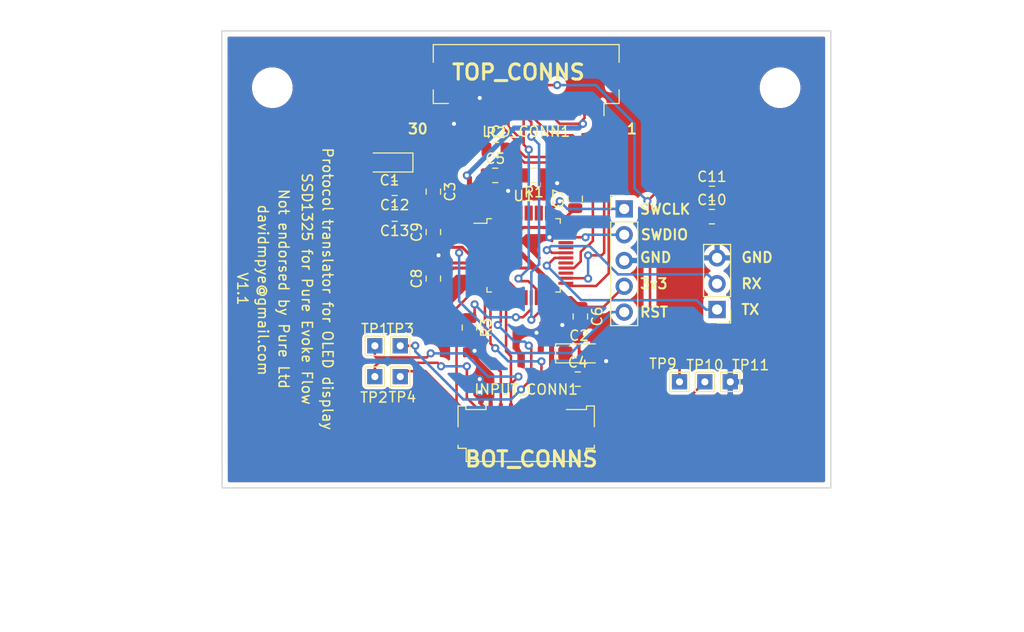
<source format=kicad_pcb>
(kicad_pcb (version 20171130) (host pcbnew 5.1.9+dfsg1-1)

  (general
    (thickness 1.6)
    (drawings 21)
    (tracks 339)
    (zones 0)
    (modules 30)
    (nets 53)
  )

  (page A4)
  (layers
    (0 F.Cu signal)
    (31 B.Cu signal)
    (32 B.Adhes user)
    (33 F.Adhes user)
    (34 B.Paste user)
    (35 F.Paste user)
    (36 B.SilkS user)
    (37 F.SilkS user)
    (38 B.Mask user)
    (39 F.Mask user)
    (40 Dwgs.User user)
    (41 Cmts.User user)
    (42 Eco1.User user)
    (43 Eco2.User user)
    (44 Edge.Cuts user)
    (45 Margin user)
    (46 B.CrtYd user)
    (47 F.CrtYd user)
    (48 B.Fab user)
    (49 F.Fab user)
  )

  (setup
    (last_trace_width 0.25)
    (user_trace_width 0.3)
    (user_trace_width 0.5)
    (trace_clearance 0.2)
    (zone_clearance 0.508)
    (zone_45_only no)
    (trace_min 0.2)
    (via_size 0.8)
    (via_drill 0.4)
    (via_min_size 0.4)
    (via_min_drill 0.3)
    (uvia_size 0.3)
    (uvia_drill 0.1)
    (uvias_allowed no)
    (uvia_min_size 0.2)
    (uvia_min_drill 0.1)
    (edge_width 0.05)
    (segment_width 0.2)
    (pcb_text_width 0.3)
    (pcb_text_size 1.5 1.5)
    (mod_edge_width 0.12)
    (mod_text_size 1 1)
    (mod_text_width 0.15)
    (pad_size 1 1)
    (pad_drill 0)
    (pad_to_mask_clearance 0.051)
    (solder_mask_min_width 0.25)
    (aux_axis_origin 0 0)
    (visible_elements FFFFFF7F)
    (pcbplotparams
      (layerselection 0x010fc_ffffffff)
      (usegerberextensions false)
      (usegerberattributes false)
      (usegerberadvancedattributes false)
      (creategerberjobfile false)
      (excludeedgelayer true)
      (linewidth 0.100000)
      (plotframeref false)
      (viasonmask false)
      (mode 1)
      (useauxorigin false)
      (hpglpennumber 1)
      (hpglpenspeed 20)
      (hpglpendiameter 15.000000)
      (psnegative false)
      (psa4output false)
      (plotreference true)
      (plotvalue true)
      (plotinvisibletext false)
      (padsonsilk false)
      (subtractmaskfromsilk false)
      (outputformat 1)
      (mirror false)
      (drillshape 0)
      (scaleselection 1)
      (outputdirectory ""))
  )

  (net 0 "")
  (net 1 VCC)
  (net 2 CS_IN)
  (net 3 D_C_IN)
  (net 4 SDIN_IN)
  (net 5 +3V3)
  (net 6 "Net-(C1-Pad1)")
  (net 7 SCK_IN)
  (net 8 RST_IN)
  (net 9 LCD_DATA)
  (net 10 LCD_SCK)
  (net 11 LCD_D_C)
  (net 12 LCD_RST)
  (net 13 LCD_CS)
  (net 14 "Net-(U1-Pad2)")
  (net 15 "Net-(U1-Pad3)")
  (net 16 "Net-(U1-Pad4)")
  (net 17 "Net-(U1-Pad5)")
  (net 18 "Net-(U1-Pad6)")
  (net 19 "Net-(U1-Pad10)")
  (net 20 "Net-(U1-Pad11)")
  (net 21 SPI1_MISO)
  (net 22 "Net-(U1-Pad18)")
  (net 23 "Net-(U1-Pad19)")
  (net 24 SPI2_MISO)
  (net 25 "Net-(U1-Pad29)")
  (net 26 "Net-(U1-Pad32)")
  (net 27 "Net-(U1-Pad33)")
  (net 28 "Net-(U1-Pad38)")
  (net 29 "Net-(U1-Pad39)")
  (net 30 "Net-(U1-Pad40)")
  (net 31 "Net-(U1-Pad41)")
  (net 32 "Net-(U1-Pad42)")
  (net 33 "Net-(U1-Pad43)")
  (net 34 "Net-(U1-Pad45)")
  (net 35 "Net-(U1-Pad46)")
  (net 36 GND)
  (net 37 RESET)
  (net 38 "Net-(R1-Pad2)")
  (net 39 "Net-(R3-Pad1)")
  (net 40 SWDIO)
  (net 41 SWCLK)
  (net 42 USART1_TX)
  (net 43 USART1_RX)
  (net 44 "Net-(LCD_CONN1-Pad3)")
  (net 45 "Net-(LCD_CONN1-Pad5)")
  (net 46 "Net-(LCD_CONN1-Pad6)")
  (net 47 "Net-(LCD_CONN1-Pad7)")
  (net 48 "Net-(LCD_CONN1-Pad8)")
  (net 49 "Net-(LCD_CONN1-Pad9)")
  (net 50 "Net-(LCD_CONN1-Pad13)")
  (net 51 "Net-(LCD_CONN1-Pad21)")
  (net 52 "Net-(LCD_CONN1-Pad27)")

  (net_class Default "This is the default net class."
    (clearance 0.2)
    (trace_width 0.25)
    (via_dia 0.8)
    (via_drill 0.4)
    (uvia_dia 0.3)
    (uvia_drill 0.1)
    (add_net +3V3)
    (add_net CS_IN)
    (add_net D_C_IN)
    (add_net GND)
    (add_net LCD_CS)
    (add_net LCD_DATA)
    (add_net LCD_D_C)
    (add_net LCD_RST)
    (add_net LCD_SCK)
    (add_net "Net-(C1-Pad1)")
    (add_net "Net-(LCD_CONN1-Pad13)")
    (add_net "Net-(LCD_CONN1-Pad21)")
    (add_net "Net-(LCD_CONN1-Pad27)")
    (add_net "Net-(LCD_CONN1-Pad3)")
    (add_net "Net-(LCD_CONN1-Pad5)")
    (add_net "Net-(LCD_CONN1-Pad6)")
    (add_net "Net-(LCD_CONN1-Pad7)")
    (add_net "Net-(LCD_CONN1-Pad8)")
    (add_net "Net-(LCD_CONN1-Pad9)")
    (add_net "Net-(R1-Pad2)")
    (add_net "Net-(R3-Pad1)")
    (add_net "Net-(U1-Pad10)")
    (add_net "Net-(U1-Pad11)")
    (add_net "Net-(U1-Pad18)")
    (add_net "Net-(U1-Pad19)")
    (add_net "Net-(U1-Pad2)")
    (add_net "Net-(U1-Pad29)")
    (add_net "Net-(U1-Pad3)")
    (add_net "Net-(U1-Pad32)")
    (add_net "Net-(U1-Pad33)")
    (add_net "Net-(U1-Pad38)")
    (add_net "Net-(U1-Pad39)")
    (add_net "Net-(U1-Pad4)")
    (add_net "Net-(U1-Pad40)")
    (add_net "Net-(U1-Pad41)")
    (add_net "Net-(U1-Pad42)")
    (add_net "Net-(U1-Pad43)")
    (add_net "Net-(U1-Pad45)")
    (add_net "Net-(U1-Pad46)")
    (add_net "Net-(U1-Pad5)")
    (add_net "Net-(U1-Pad6)")
    (add_net RESET)
    (add_net RST_IN)
    (add_net SCK_IN)
    (add_net SDIN_IN)
    (add_net SPI1_MISO)
    (add_net SPI2_MISO)
    (add_net SWCLK)
    (add_net SWDIO)
    (add_net USART1_RX)
    (add_net USART1_TX)
    (add_net VCC)
  )

  (module Connector_FFC-FPC:Hirose_FH12-30S-0.5SH_1x30-1MP_P0.50mm_Horizontal (layer F.Cu) (tedit 5D24667B) (tstamp 5EA5E91C)
    (at 104.902 37.338 180)
    (descr "Hirose FH12, FFC/FPC connector, FH12-30S-0.5SH, 30 Pins per row (https://www.hirose.com/product/en/products/FH12/FH12-24S-0.5SH(55)/), generated with kicad-footprint-generator")
    (tags "connector Hirose FH12 horizontal")
    (path /5EA08ED1)
    (attr smd)
    (fp_text reference LCD_CONN1 (at 0 -4.064) (layer F.SilkS)
      (effects (font (size 1 1) (thickness 0.15)))
    )
    (fp_text value Conn_01x30 (at 0 5.6) (layer F.Fab)
      (effects (font (size 1 1) (thickness 0.15)))
    )
    (fp_line (start 10.55 -3) (end -10.55 -3) (layer F.CrtYd) (width 0.05))
    (fp_line (start 10.55 4.9) (end 10.55 -3) (layer F.CrtYd) (width 0.05))
    (fp_line (start -10.55 4.9) (end 10.55 4.9) (layer F.CrtYd) (width 0.05))
    (fp_line (start -10.55 -3) (end -10.55 4.9) (layer F.CrtYd) (width 0.05))
    (fp_line (start -7.25 -0.492893) (end -6.75 -1.2) (layer F.Fab) (width 0.1))
    (fp_line (start -7.75 -1.2) (end -7.25 -0.492893) (layer F.Fab) (width 0.1))
    (fp_line (start -7.66 -1.3) (end -7.66 -2.5) (layer F.SilkS) (width 0.12))
    (fp_line (start 9.15 4.5) (end 9.15 2.76) (layer F.SilkS) (width 0.12))
    (fp_line (start -9.15 4.5) (end 9.15 4.5) (layer F.SilkS) (width 0.12))
    (fp_line (start -9.15 2.76) (end -9.15 4.5) (layer F.SilkS) (width 0.12))
    (fp_line (start 9.15 -1.3) (end 9.15 0.04) (layer F.SilkS) (width 0.12))
    (fp_line (start 7.66 -1.3) (end 9.15 -1.3) (layer F.SilkS) (width 0.12))
    (fp_line (start -9.15 -1.3) (end -9.15 0.04) (layer F.SilkS) (width 0.12))
    (fp_line (start -7.66 -1.3) (end -9.15 -1.3) (layer F.SilkS) (width 0.12))
    (fp_line (start 8.95 4.4) (end 0 4.4) (layer F.Fab) (width 0.1))
    (fp_line (start 8.95 3.7) (end 8.95 4.4) (layer F.Fab) (width 0.1))
    (fp_line (start 8.45 3.7) (end 8.95 3.7) (layer F.Fab) (width 0.1))
    (fp_line (start 8.45 3.4) (end 8.45 3.7) (layer F.Fab) (width 0.1))
    (fp_line (start 9.05 3.4) (end 8.45 3.4) (layer F.Fab) (width 0.1))
    (fp_line (start 9.05 -1.2) (end 9.05 3.4) (layer F.Fab) (width 0.1))
    (fp_line (start 0 -1.2) (end 9.05 -1.2) (layer F.Fab) (width 0.1))
    (fp_line (start -8.95 4.4) (end 0 4.4) (layer F.Fab) (width 0.1))
    (fp_line (start -8.95 3.7) (end -8.95 4.4) (layer F.Fab) (width 0.1))
    (fp_line (start -8.45 3.7) (end -8.95 3.7) (layer F.Fab) (width 0.1))
    (fp_line (start -8.45 3.4) (end -8.45 3.7) (layer F.Fab) (width 0.1))
    (fp_line (start -9.05 3.4) (end -8.45 3.4) (layer F.Fab) (width 0.1))
    (fp_line (start -9.05 -1.2) (end -9.05 3.4) (layer F.Fab) (width 0.1))
    (fp_line (start 0 -1.2) (end -9.05 -1.2) (layer F.Fab) (width 0.1))
    (fp_text user %R (at 0 3.7) (layer F.Fab)
      (effects (font (size 1 1) (thickness 0.15)))
    )
    (pad MP smd rect (at 9.15 1.4 180) (size 1.8 2.2) (layers F.Cu F.Paste F.Mask))
    (pad MP smd rect (at -9.15 1.4 180) (size 1.8 2.2) (layers F.Cu F.Paste F.Mask))
    (pad 1 smd rect (at -7.25 -1.85 180) (size 0.3 1.3) (layers F.Cu F.Paste F.Mask)
      (net 36 GND))
    (pad 2 smd rect (at -6.75 -1.85 180) (size 0.3 1.3) (layers F.Cu F.Paste F.Mask)
      (net 36 GND))
    (pad 3 smd rect (at -6.25 -1.85 180) (size 0.3 1.3) (layers F.Cu F.Paste F.Mask)
      (net 44 "Net-(LCD_CONN1-Pad3)"))
    (pad 4 smd rect (at -5.75 -1.85 180) (size 0.3 1.3) (layers F.Cu F.Paste F.Mask)
      (net 5 +3V3))
    (pad 5 smd rect (at -5.25 -1.85 180) (size 0.3 1.3) (layers F.Cu F.Paste F.Mask)
      (net 45 "Net-(LCD_CONN1-Pad5)"))
    (pad 6 smd rect (at -4.75 -1.85 180) (size 0.3 1.3) (layers F.Cu F.Paste F.Mask)
      (net 46 "Net-(LCD_CONN1-Pad6)"))
    (pad 7 smd rect (at -4.25 -1.85 180) (size 0.3 1.3) (layers F.Cu F.Paste F.Mask)
      (net 47 "Net-(LCD_CONN1-Pad7)"))
    (pad 8 smd rect (at -3.75 -1.85 180) (size 0.3 1.3) (layers F.Cu F.Paste F.Mask)
      (net 48 "Net-(LCD_CONN1-Pad8)"))
    (pad 9 smd rect (at -3.25 -1.85 180) (size 0.3 1.3) (layers F.Cu F.Paste F.Mask)
      (net 49 "Net-(LCD_CONN1-Pad9)"))
    (pad 10 smd rect (at -2.75 -1.85 180) (size 0.3 1.3) (layers F.Cu F.Paste F.Mask)
      (net 5 +3V3))
    (pad 11 smd rect (at -2.25 -1.85 180) (size 0.3 1.3) (layers F.Cu F.Paste F.Mask)
      (net 36 GND))
    (pad 12 smd rect (at -1.75 -1.85 180) (size 0.3 1.3) (layers F.Cu F.Paste F.Mask)
      (net 36 GND))
    (pad 13 smd rect (at -1.25 -1.85 180) (size 0.3 1.3) (layers F.Cu F.Paste F.Mask)
      (net 50 "Net-(LCD_CONN1-Pad13)"))
    (pad 14 smd rect (at -0.75 -1.85 180) (size 0.3 1.3) (layers F.Cu F.Paste F.Mask)
      (net 13 LCD_CS))
    (pad 15 smd rect (at -0.25 -1.85 180) (size 0.3 1.3) (layers F.Cu F.Paste F.Mask)
      (net 12 LCD_RST))
    (pad 16 smd rect (at 0.25 -1.85 180) (size 0.3 1.3) (layers F.Cu F.Paste F.Mask)
      (net 11 LCD_D_C))
    (pad 17 smd rect (at 0.75 -1.85 180) (size 0.3 1.3) (layers F.Cu F.Paste F.Mask)
      (net 36 GND))
    (pad 18 smd rect (at 1.25 -1.85 180) (size 0.3 1.3) (layers F.Cu F.Paste F.Mask)
      (net 36 GND))
    (pad 19 smd rect (at 1.75 -1.85 180) (size 0.3 1.3) (layers F.Cu F.Paste F.Mask)
      (net 10 LCD_SCK))
    (pad 20 smd rect (at 2.25 -1.85 180) (size 0.3 1.3) (layers F.Cu F.Paste F.Mask)
      (net 9 LCD_DATA))
    (pad 21 smd rect (at 2.75 -1.85 180) (size 0.3 1.3) (layers F.Cu F.Paste F.Mask)
      (net 51 "Net-(LCD_CONN1-Pad21)"))
    (pad 22 smd rect (at 3.25 -1.85 180) (size 0.3 1.3) (layers F.Cu F.Paste F.Mask)
      (net 36 GND))
    (pad 23 smd rect (at 3.75 -1.85 180) (size 0.3 1.3) (layers F.Cu F.Paste F.Mask)
      (net 36 GND))
    (pad 24 smd rect (at 4.25 -1.85 180) (size 0.3 1.3) (layers F.Cu F.Paste F.Mask)
      (net 36 GND))
    (pad 25 smd rect (at 4.75 -1.85 180) (size 0.3 1.3) (layers F.Cu F.Paste F.Mask)
      (net 36 GND))
    (pad 26 smd rect (at 5.25 -1.85 180) (size 0.3 1.3) (layers F.Cu F.Paste F.Mask)
      (net 36 GND))
    (pad 27 smd rect (at 5.75 -1.85 180) (size 0.3 1.3) (layers F.Cu F.Paste F.Mask)
      (net 52 "Net-(LCD_CONN1-Pad27)"))
    (pad 28 smd rect (at 6.25 -1.85 180) (size 0.3 1.3) (layers F.Cu F.Paste F.Mask)
      (net 6 "Net-(C1-Pad1)"))
    (pad 29 smd rect (at 6.75 -1.85 180) (size 0.3 1.3) (layers F.Cu F.Paste F.Mask)
      (net 1 VCC))
    (pad 30 smd rect (at 7.25 -1.85 180) (size 0.3 1.3) (layers F.Cu F.Paste F.Mask)
      (net 36 GND))
    (model ${KISYS3DMOD}/Connector_FFC-FPC.3dshapes/Hirose_FH12-30S-0.5SH_1x30-1MP_P0.50mm_Horizontal.wrl
      (at (xyz 0 0 0))
      (scale (xyz 1 1 1))
      (rotate (xyz 0 0 0))
    )
  )

  (module TestPoint:TestPoint_THTPad_1.5x1.5mm_Drill0.7mm (layer F.Cu) (tedit 5A0F774F) (tstamp 5ED93BAA)
    (at 125 66.049001)
    (descr "THT rectangular pad as test Point, square 1.5mm side length, hole diameter 0.7mm")
    (tags "test point THT pad rectangle square")
    (path /5EDB4E21)
    (attr virtual)
    (fp_text reference TP11 (at 2 -1.648) (layer F.SilkS)
      (effects (font (size 1 1) (thickness 0.15)))
    )
    (fp_text value TestPoint (at 0 1.75) (layer F.Fab)
      (effects (font (size 1 1) (thickness 0.15)))
    )
    (fp_line (start -0.95 -0.95) (end 0.95 -0.95) (layer F.SilkS) (width 0.12))
    (fp_line (start 0.95 -0.95) (end 0.95 0.95) (layer F.SilkS) (width 0.12))
    (fp_line (start 0.95 0.95) (end -0.95 0.95) (layer F.SilkS) (width 0.12))
    (fp_line (start -0.95 0.95) (end -0.95 -0.95) (layer F.SilkS) (width 0.12))
    (fp_line (start -1.25 -1.25) (end 1.25 -1.25) (layer F.CrtYd) (width 0.05))
    (fp_line (start -1.25 -1.25) (end -1.25 1.25) (layer F.CrtYd) (width 0.05))
    (fp_line (start 1.25 1.25) (end 1.25 -1.25) (layer F.CrtYd) (width 0.05))
    (fp_line (start 1.25 1.25) (end -1.25 1.25) (layer F.CrtYd) (width 0.05))
    (fp_text user %R (at 0 -1.65) (layer F.Fab)
      (effects (font (size 1 1) (thickness 0.15)))
    )
    (pad 1 thru_hole rect (at 0 0) (size 1.5 1.5) (drill 0.7) (layers *.Cu *.Mask)
      (net 36 GND))
  )

  (module TestPoint:TestPoint_THTPad_1.5x1.5mm_Drill0.7mm (layer F.Cu) (tedit 5A0F774F) (tstamp 5ED93BA2)
    (at 122.5 66.049001)
    (descr "THT rectangular pad as test Point, square 1.5mm side length, hole diameter 0.7mm")
    (tags "test point THT pad rectangle square")
    (path /5EDB49DE)
    (attr virtual)
    (fp_text reference TP10 (at 0 -1.648) (layer F.SilkS)
      (effects (font (size 1 1) (thickness 0.15)))
    )
    (fp_text value TestPoint (at 0 1.75) (layer F.Fab)
      (effects (font (size 1 1) (thickness 0.15)))
    )
    (fp_line (start -0.95 -0.95) (end 0.95 -0.95) (layer F.SilkS) (width 0.12))
    (fp_line (start 0.95 -0.95) (end 0.95 0.95) (layer F.SilkS) (width 0.12))
    (fp_line (start 0.95 0.95) (end -0.95 0.95) (layer F.SilkS) (width 0.12))
    (fp_line (start -0.95 0.95) (end -0.95 -0.95) (layer F.SilkS) (width 0.12))
    (fp_line (start -1.25 -1.25) (end 1.25 -1.25) (layer F.CrtYd) (width 0.05))
    (fp_line (start -1.25 -1.25) (end -1.25 1.25) (layer F.CrtYd) (width 0.05))
    (fp_line (start 1.25 1.25) (end 1.25 -1.25) (layer F.CrtYd) (width 0.05))
    (fp_line (start 1.25 1.25) (end -1.25 1.25) (layer F.CrtYd) (width 0.05))
    (fp_text user %R (at 0 -1.65) (layer F.Fab)
      (effects (font (size 1 1) (thickness 0.15)))
    )
    (pad 1 thru_hole rect (at 0 0) (size 1.5 1.5) (drill 0.7) (layers *.Cu *.Mask)
      (net 5 +3V3))
  )

  (module TestPoint:TestPoint_THTPad_1.5x1.5mm_Drill0.7mm (layer F.Cu) (tedit 5A0F774F) (tstamp 5ED93BF5)
    (at 120 66.049001)
    (descr "THT rectangular pad as test Point, square 1.5mm side length, hole diameter 0.7mm")
    (tags "test point THT pad rectangle square")
    (path /5EDB4575)
    (attr virtual)
    (fp_text reference TP9 (at -1.636 -1.787001) (layer F.SilkS)
      (effects (font (size 1 1) (thickness 0.15)))
    )
    (fp_text value TestPoint (at 0 1.75) (layer F.Fab)
      (effects (font (size 1 1) (thickness 0.15)))
    )
    (fp_line (start -0.95 -0.95) (end 0.95 -0.95) (layer F.SilkS) (width 0.12))
    (fp_line (start 0.95 -0.95) (end 0.95 0.95) (layer F.SilkS) (width 0.12))
    (fp_line (start 0.95 0.95) (end -0.95 0.95) (layer F.SilkS) (width 0.12))
    (fp_line (start -0.95 0.95) (end -0.95 -0.95) (layer F.SilkS) (width 0.12))
    (fp_line (start -1.25 -1.25) (end 1.25 -1.25) (layer F.CrtYd) (width 0.05))
    (fp_line (start -1.25 -1.25) (end -1.25 1.25) (layer F.CrtYd) (width 0.05))
    (fp_line (start 1.25 1.25) (end 1.25 -1.25) (layer F.CrtYd) (width 0.05))
    (fp_line (start 1.25 1.25) (end -1.25 1.25) (layer F.CrtYd) (width 0.05))
    (fp_text user %R (at 0 -1.65) (layer F.Fab)
      (effects (font (size 1 1) (thickness 0.15)))
    )
    (pad 1 thru_hole rect (at 0 0) (size 1.5 1.5) (drill 0.7) (layers *.Cu *.Mask)
      (net 1 VCC))
  )

  (module TestPoint:TestPoint_THTPad_1.5x1.5mm_Drill0.7mm (layer F.Cu) (tedit 5A0F774F) (tstamp 5ED90A89)
    (at 92.5 65.532)
    (descr "THT rectangular pad as test Point, square 1.5mm side length, hole diameter 0.7mm")
    (tags "test point THT pad rectangle square")
    (path /5ED96D81)
    (attr virtual)
    (fp_text reference TP4 (at 0.21 2.032) (layer F.SilkS)
      (effects (font (size 1 1) (thickness 0.15)))
    )
    (fp_text value TestPoint (at 0 1.75) (layer F.Fab)
      (effects (font (size 1 1) (thickness 0.15)))
    )
    (fp_line (start -0.95 -0.95) (end 0.95 -0.95) (layer F.SilkS) (width 0.12))
    (fp_line (start 0.95 -0.95) (end 0.95 0.95) (layer F.SilkS) (width 0.12))
    (fp_line (start 0.95 0.95) (end -0.95 0.95) (layer F.SilkS) (width 0.12))
    (fp_line (start -0.95 0.95) (end -0.95 -0.95) (layer F.SilkS) (width 0.12))
    (fp_line (start -1.25 -1.25) (end 1.25 -1.25) (layer F.CrtYd) (width 0.05))
    (fp_line (start -1.25 -1.25) (end -1.25 1.25) (layer F.CrtYd) (width 0.05))
    (fp_line (start 1.25 1.25) (end 1.25 -1.25) (layer F.CrtYd) (width 0.05))
    (fp_line (start 1.25 1.25) (end -1.25 1.25) (layer F.CrtYd) (width 0.05))
    (fp_text user %R (at 0 -1.65) (layer F.Fab)
      (effects (font (size 1 1) (thickness 0.15)))
    )
    (pad 1 thru_hole rect (at 0 0) (size 1.5 1.5) (drill 0.7) (layers *.Cu *.Mask)
      (net 3 D_C_IN))
  )

  (module TestPoint:TestPoint_THTPad_1.5x1.5mm_Drill0.7mm (layer F.Cu) (tedit 5A0F774F) (tstamp 5ED90A82)
    (at 92.5 62.5)
    (descr "THT rectangular pad as test Point, square 1.5mm side length, hole diameter 0.7mm")
    (tags "test point THT pad rectangle square")
    (path /5ED969D3)
    (attr virtual)
    (fp_text reference TP3 (at 0 -1.648) (layer F.SilkS)
      (effects (font (size 1 1) (thickness 0.15)))
    )
    (fp_text value TestPoint (at 0 1.75) (layer F.Fab)
      (effects (font (size 1 1) (thickness 0.15)))
    )
    (fp_line (start -0.95 -0.95) (end 0.95 -0.95) (layer F.SilkS) (width 0.12))
    (fp_line (start 0.95 -0.95) (end 0.95 0.95) (layer F.SilkS) (width 0.12))
    (fp_line (start 0.95 0.95) (end -0.95 0.95) (layer F.SilkS) (width 0.12))
    (fp_line (start -0.95 0.95) (end -0.95 -0.95) (layer F.SilkS) (width 0.12))
    (fp_line (start -1.25 -1.25) (end 1.25 -1.25) (layer F.CrtYd) (width 0.05))
    (fp_line (start -1.25 -1.25) (end -1.25 1.25) (layer F.CrtYd) (width 0.05))
    (fp_line (start 1.25 1.25) (end 1.25 -1.25) (layer F.CrtYd) (width 0.05))
    (fp_line (start 1.25 1.25) (end -1.25 1.25) (layer F.CrtYd) (width 0.05))
    (fp_text user %R (at 0 -1.65) (layer F.Fab)
      (effects (font (size 1 1) (thickness 0.15)))
    )
    (pad 1 thru_hole rect (at 0 0) (size 1.5 1.5) (drill 0.7) (layers *.Cu *.Mask)
      (net 2 CS_IN))
  )

  (module TestPoint:TestPoint_THTPad_1.5x1.5mm_Drill0.7mm (layer F.Cu) (tedit 5A0F774F) (tstamp 5ED90A7B)
    (at 90 65.532)
    (descr "THT rectangular pad as test Point, square 1.5mm side length, hole diameter 0.7mm")
    (tags "test point THT pad rectangle square")
    (path /5ED9662E)
    (attr virtual)
    (fp_text reference TP2 (at -0.084 2.056) (layer F.SilkS)
      (effects (font (size 1 1) (thickness 0.15)))
    )
    (fp_text value TestPoint (at 0 1.75) (layer F.Fab)
      (effects (font (size 1 1) (thickness 0.15)))
    )
    (fp_line (start -0.95 -0.95) (end 0.95 -0.95) (layer F.SilkS) (width 0.12))
    (fp_line (start 0.95 -0.95) (end 0.95 0.95) (layer F.SilkS) (width 0.12))
    (fp_line (start 0.95 0.95) (end -0.95 0.95) (layer F.SilkS) (width 0.12))
    (fp_line (start -0.95 0.95) (end -0.95 -0.95) (layer F.SilkS) (width 0.12))
    (fp_line (start -1.25 -1.25) (end 1.25 -1.25) (layer F.CrtYd) (width 0.05))
    (fp_line (start -1.25 -1.25) (end -1.25 1.25) (layer F.CrtYd) (width 0.05))
    (fp_line (start 1.25 1.25) (end 1.25 -1.25) (layer F.CrtYd) (width 0.05))
    (fp_line (start 1.25 1.25) (end -1.25 1.25) (layer F.CrtYd) (width 0.05))
    (fp_text user %R (at -0.084 2.31) (layer F.Fab)
      (effects (font (size 1 1) (thickness 0.15)))
    )
    (pad 1 thru_hole rect (at 0 0) (size 1.5 1.5) (drill 0.7) (layers *.Cu *.Mask)
      (net 4 SDIN_IN))
  )

  (module TestPoint:TestPoint_THTPad_1.5x1.5mm_Drill0.7mm (layer F.Cu) (tedit 5A0F774F) (tstamp 5ED90A74)
    (at 90 62.5)
    (descr "THT rectangular pad as test Point, square 1.5mm side length, hole diameter 0.7mm")
    (tags "test point THT pad rectangle square")
    (path /5ED9606D)
    (attr virtual)
    (fp_text reference TP1 (at 0 -1.648) (layer F.SilkS)
      (effects (font (size 1 1) (thickness 0.15)))
    )
    (fp_text value TestPoint (at 0 1.75) (layer F.Fab)
      (effects (font (size 1 1) (thickness 0.15)))
    )
    (fp_line (start -0.95 -0.95) (end 0.95 -0.95) (layer F.SilkS) (width 0.12))
    (fp_line (start 0.95 -0.95) (end 0.95 0.95) (layer F.SilkS) (width 0.12))
    (fp_line (start 0.95 0.95) (end -0.95 0.95) (layer F.SilkS) (width 0.12))
    (fp_line (start -0.95 0.95) (end -0.95 -0.95) (layer F.SilkS) (width 0.12))
    (fp_line (start -1.25 -1.25) (end 1.25 -1.25) (layer F.CrtYd) (width 0.05))
    (fp_line (start -1.25 -1.25) (end -1.25 1.25) (layer F.CrtYd) (width 0.05))
    (fp_line (start 1.25 1.25) (end 1.25 -1.25) (layer F.CrtYd) (width 0.05))
    (fp_line (start 1.25 1.25) (end -1.25 1.25) (layer F.CrtYd) (width 0.05))
    (fp_text user %R (at 0 -1.65) (layer F.Fab)
      (effects (font (size 1 1) (thickness 0.15)))
    )
    (pad 1 thru_hole rect (at 0 0) (size 1.5 1.5) (drill 0.7) (layers *.Cu *.Mask)
      (net 7 SCK_IN))
  )

  (module MountingHole:MountingHole_3mm locked (layer F.Cu) (tedit 56D1B4CB) (tstamp 5EA8A043)
    (at 129.902 37.084)
    (descr "Mounting Hole 3mm, no annular")
    (tags "mounting hole 3mm no annular")
    (attr virtual)
    (fp_text reference REF** (at 0 -4) (layer F.SilkS) hide
      (effects (font (size 1 1) (thickness 0.15)))
    )
    (fp_text value MountingHole_3mm (at 0 4) (layer F.Fab)
      (effects (font (size 1 1) (thickness 0.15)))
    )
    (fp_circle (center 0 0) (end 3 0) (layer Cmts.User) (width 0.15))
    (fp_circle (center 0 0) (end 3.25 0) (layer F.CrtYd) (width 0.05))
    (fp_text user %R (at 0.3 0) (layer F.Fab)
      (effects (font (size 1 1) (thickness 0.15)))
    )
    (pad 1 np_thru_hole circle (at 0 0) (size 3 3) (drill 3) (layers *.Cu *.Mask))
  )

  (module MountingHole:MountingHole_3mm locked (layer F.Cu) (tedit 56D1B4CB) (tstamp 5EA89F59)
    (at 79.902 37.084)
    (descr "Mounting Hole 3mm, no annular")
    (tags "mounting hole 3mm no annular")
    (attr virtual)
    (fp_text reference REF** (at 0 -4) (layer F.SilkS) hide
      (effects (font (size 1 1) (thickness 0.15)))
    )
    (fp_text value MountingHole_3mm (at 0 4) (layer F.Fab)
      (effects (font (size 1 1) (thickness 0.15)))
    )
    (fp_circle (center 0 0) (end 3 0) (layer Cmts.User) (width 0.15))
    (fp_circle (center 0 0) (end 3.25 0) (layer F.CrtYd) (width 0.05))
    (fp_text user %R (at 0.3 0) (layer F.Fab)
      (effects (font (size 1 1) (thickness 0.15)))
    )
    (pad 1 np_thru_hole circle (at 0 0) (size 3 3) (drill 3) (layers *.Cu *.Mask))
  )

  (module Connector_FFC-FPC:Molex_200528-0080_1x08-1MP_P1.00mm_Horizontal (layer F.Cu) (tedit 5C60BCA5) (tstamp 5EA5E8C1)
    (at 104.902 69.596)
    (descr "Molex Molex 1.00mm Pitch Easy-On BackFlip, Right-Angle, Bottom Contact FFC/FPC, 200528-0080, 8 Circuits (https://www.molex.com/pdm_docs/sd/2005280080_sd.pdf), generated with kicad-footprint-generator")
    (tags "connector Molex  top entry")
    (path /5E8496EF)
    (attr smd)
    (fp_text reference INPUT_CONN1 (at 0 -2.794) (layer F.SilkS)
      (effects (font (size 1 1) (thickness 0.15)))
    )
    (fp_text value CN101 (at 0 5.39) (layer F.Fab)
      (effects (font (size 1 1) (thickness 0.15)))
    )
    (fp_line (start 7.8 -1.91) (end -7.8 -1.91) (layer F.CrtYd) (width 0.05))
    (fp_line (start 7.8 4.69) (end 7.8 -1.91) (layer F.CrtYd) (width 0.05))
    (fp_line (start -7.8 4.69) (end 7.8 4.69) (layer F.CrtYd) (width 0.05))
    (fp_line (start -7.8 -1.91) (end -7.8 4.69) (layer F.CrtYd) (width 0.05))
    (fp_line (start 5.94 -0.82) (end 3.96 -0.82) (layer F.SilkS) (width 0.12))
    (fp_line (start 5.94 -1.17) (end 5.94 -0.82) (layer F.SilkS) (width 0.12))
    (fp_line (start 6.71 -1.17) (end 5.94 -1.17) (layer F.SilkS) (width 0.12))
    (fp_line (start 6.71 0.88) (end 6.71 -1.17) (layer F.SilkS) (width 0.12))
    (fp_line (start 6.71 3) (end 6.71 2.7) (layer F.SilkS) (width 0.12))
    (fp_line (start 5.91 3) (end 6.71 3) (layer F.SilkS) (width 0.12))
    (fp_line (start 5.91 4.3) (end 5.91 3) (layer F.SilkS) (width 0.12))
    (fp_line (start -5.91 4.3) (end 5.91 4.3) (layer F.SilkS) (width 0.12))
    (fp_line (start -5.91 3) (end -5.91 4.3) (layer F.SilkS) (width 0.12))
    (fp_line (start -6.71 3) (end -5.91 3) (layer F.SilkS) (width 0.12))
    (fp_line (start -6.71 2.7) (end -6.71 3) (layer F.SilkS) (width 0.12))
    (fp_line (start -6.71 -1.17) (end -6.71 0.88) (layer F.SilkS) (width 0.12))
    (fp_line (start -5.94 -1.17) (end -6.71 -1.17) (layer F.SilkS) (width 0.12))
    (fp_line (start -5.94 -0.82) (end -5.94 -1.17) (layer F.SilkS) (width 0.12))
    (fp_line (start -3.96 -0.82) (end -5.94 -0.82) (layer F.SilkS) (width 0.12))
    (fp_line (start -3.96 -1.41) (end -3.96 -0.82) (layer F.SilkS) (width 0.12))
    (fp_line (start 5.8 4.19) (end 5.8 0.19) (layer F.Fab) (width 0.1))
    (fp_line (start -5.8 4.19) (end 5.8 4.19) (layer F.Fab) (width 0.1))
    (fp_line (start -5.8 0.19) (end -5.8 4.19) (layer F.Fab) (width 0.1))
    (fp_line (start 5.8 0.19) (end -5.8 0.19) (layer F.Fab) (width 0.1))
    (fp_line (start -3.5 0.04) (end -3 -0.71) (layer F.Fab) (width 0.1))
    (fp_line (start -4 -0.71) (end -3.5 0.04) (layer F.Fab) (width 0.1))
    (fp_line (start 6.6 -1.06) (end 6.05 -1.06) (layer F.Fab) (width 0.1))
    (fp_line (start 6.6 2.89) (end 6.6 -1.06) (layer F.Fab) (width 0.1))
    (fp_line (start -6.6 2.89) (end 6.6 2.89) (layer F.Fab) (width 0.1))
    (fp_line (start -6.6 -1.06) (end -6.6 2.89) (layer F.Fab) (width 0.1))
    (fp_line (start -6.05 -1.06) (end -6.6 -1.06) (layer F.Fab) (width 0.1))
    (fp_line (start -6.05 -0.71) (end -6.05 -1.06) (layer F.Fab) (width 0.1))
    (fp_line (start 6.05 -0.71) (end -6.05 -0.71) (layer F.Fab) (width 0.1))
    (fp_line (start 6.05 -1.06) (end 6.05 -0.71) (layer F.Fab) (width 0.1))
    (fp_text user %R (at 0 1.39) (layer F.Fab)
      (effects (font (size 1 1) (thickness 0.15)))
    )
    (pad MP smd rect (at -6.3 1.79) (size 2 1.3) (layers F.Cu F.Paste F.Mask))
    (pad MP smd rect (at 6.3 1.79) (size 2 1.3) (layers F.Cu F.Paste F.Mask))
    (pad 1 smd rect (at -3.5 -0.91) (size 0.4 1) (layers F.Cu F.Paste F.Mask)
      (net 36 GND))
    (pad 2 smd rect (at -2.5 -0.91) (size 0.4 1) (layers F.Cu F.Paste F.Mask)
      (net 4 SDIN_IN))
    (pad 3 smd rect (at -1.5 -0.91) (size 0.4 1) (layers F.Cu F.Paste F.Mask)
      (net 7 SCK_IN))
    (pad 4 smd rect (at -0.5 -0.91) (size 0.4 1) (layers F.Cu F.Paste F.Mask)
      (net 3 D_C_IN))
    (pad 5 smd rect (at 0.5 -0.91) (size 0.4 1) (layers F.Cu F.Paste F.Mask)
      (net 2 CS_IN))
    (pad 6 smd rect (at 1.5 -0.91) (size 0.4 1) (layers F.Cu F.Paste F.Mask)
      (net 8 RST_IN))
    (pad 7 smd rect (at 2.5 -0.91) (size 0.4 1) (layers F.Cu F.Paste F.Mask)
      (net 5 +3V3))
    (pad 8 smd rect (at 3.5 -0.91) (size 0.4 1) (layers F.Cu F.Paste F.Mask)
      (net 1 VCC))
    (model ${KISYS3DMOD}/Connector_FFC-FPC.3dshapes/Molex_200528-0080_1x08-1MP_P1.00mm_Horizontal.wrl
      (at (xyz 0 0 0))
      (scale (xyz 1 1 1))
      (rotate (xyz 0 0 0))
    )
  )

  (module Capacitor_SMD:C_0805_2012Metric (layer F.Cu) (tedit 5B36C52B) (tstamp 5EA5E82A)
    (at 95.758 47.3225 270)
    (descr "Capacitor SMD 0805 (2012 Metric), square (rectangular) end terminal, IPC_7351 nominal, (Body size source: https://docs.google.com/spreadsheets/d/1BsfQQcO9C6DZCsRaXUlFlo91Tg2WpOkGARC1WS5S8t0/edit?usp=sharing), generated with kicad-footprint-generator")
    (tags capacitor)
    (path /5EAE6D38)
    (attr smd)
    (fp_text reference C3 (at 0 -1.65 90) (layer F.SilkS)
      (effects (font (size 1 1) (thickness 0.15)))
    )
    (fp_text value C (at 0 1.65 90) (layer F.Fab)
      (effects (font (size 1 1) (thickness 0.15)))
    )
    (fp_line (start -1 0.6) (end -1 -0.6) (layer F.Fab) (width 0.1))
    (fp_line (start -1 -0.6) (end 1 -0.6) (layer F.Fab) (width 0.1))
    (fp_line (start 1 -0.6) (end 1 0.6) (layer F.Fab) (width 0.1))
    (fp_line (start 1 0.6) (end -1 0.6) (layer F.Fab) (width 0.1))
    (fp_line (start -0.258578 -0.71) (end 0.258578 -0.71) (layer F.SilkS) (width 0.12))
    (fp_line (start -0.258578 0.71) (end 0.258578 0.71) (layer F.SilkS) (width 0.12))
    (fp_line (start -1.68 0.95) (end -1.68 -0.95) (layer F.CrtYd) (width 0.05))
    (fp_line (start -1.68 -0.95) (end 1.68 -0.95) (layer F.CrtYd) (width 0.05))
    (fp_line (start 1.68 -0.95) (end 1.68 0.95) (layer F.CrtYd) (width 0.05))
    (fp_line (start 1.68 0.95) (end -1.68 0.95) (layer F.CrtYd) (width 0.05))
    (fp_text user %R (at 0 0 90) (layer F.Fab)
      (effects (font (size 0.5 0.5) (thickness 0.08)))
    )
    (pad 2 smd roundrect (at 0.9375 0 270) (size 0.975 1.4) (layers F.Cu F.Paste F.Mask) (roundrect_rratio 0.25)
      (net 36 GND))
    (pad 1 smd roundrect (at -0.9375 0 270) (size 0.975 1.4) (layers F.Cu F.Paste F.Mask) (roundrect_rratio 0.25)
      (net 5 +3V3))
    (model ${KISYS3DMOD}/Capacitor_SMD.3dshapes/C_0805_2012Metric.wrl
      (at (xyz 0 0 0))
      (scale (xyz 1 1 1))
      (rotate (xyz 0 0 0))
    )
  )

  (module Capacitor_SMD:C_0805_2012Metric (layer F.Cu) (tedit 5B36C52B) (tstamp 5EA5E83B)
    (at 109.982 65.786)
    (descr "Capacitor SMD 0805 (2012 Metric), square (rectangular) end terminal, IPC_7351 nominal, (Body size source: https://docs.google.com/spreadsheets/d/1BsfQQcO9C6DZCsRaXUlFlo91Tg2WpOkGARC1WS5S8t0/edit?usp=sharing), generated with kicad-footprint-generator")
    (tags capacitor)
    (path /5EAE707A)
    (attr smd)
    (fp_text reference C4 (at 0 -1.65) (layer F.SilkS)
      (effects (font (size 1 1) (thickness 0.15)))
    )
    (fp_text value C (at 0 1.65) (layer F.Fab)
      (effects (font (size 1 1) (thickness 0.15)))
    )
    (fp_line (start 1.68 0.95) (end -1.68 0.95) (layer F.CrtYd) (width 0.05))
    (fp_line (start 1.68 -0.95) (end 1.68 0.95) (layer F.CrtYd) (width 0.05))
    (fp_line (start -1.68 -0.95) (end 1.68 -0.95) (layer F.CrtYd) (width 0.05))
    (fp_line (start -1.68 0.95) (end -1.68 -0.95) (layer F.CrtYd) (width 0.05))
    (fp_line (start -0.258578 0.71) (end 0.258578 0.71) (layer F.SilkS) (width 0.12))
    (fp_line (start -0.258578 -0.71) (end 0.258578 -0.71) (layer F.SilkS) (width 0.12))
    (fp_line (start 1 0.6) (end -1 0.6) (layer F.Fab) (width 0.1))
    (fp_line (start 1 -0.6) (end 1 0.6) (layer F.Fab) (width 0.1))
    (fp_line (start -1 -0.6) (end 1 -0.6) (layer F.Fab) (width 0.1))
    (fp_line (start -1 0.6) (end -1 -0.6) (layer F.Fab) (width 0.1))
    (fp_text user %R (at 0 0) (layer F.Fab)
      (effects (font (size 0.5 0.5) (thickness 0.08)))
    )
    (pad 1 smd roundrect (at -0.9375 0) (size 0.975 1.4) (layers F.Cu F.Paste F.Mask) (roundrect_rratio 0.25)
      (net 5 +3V3))
    (pad 2 smd roundrect (at 0.9375 0) (size 0.975 1.4) (layers F.Cu F.Paste F.Mask) (roundrect_rratio 0.25)
      (net 36 GND))
    (model ${KISYS3DMOD}/Capacitor_SMD.3dshapes/C_0805_2012Metric.wrl
      (at (xyz 0 0 0))
      (scale (xyz 1 1 1))
      (rotate (xyz 0 0 0))
    )
  )

  (module Capacitor_SMD:C_0805_2012Metric (layer F.Cu) (tedit 5B36C52B) (tstamp 5EA5E84C)
    (at 101.854 45.72)
    (descr "Capacitor SMD 0805 (2012 Metric), square (rectangular) end terminal, IPC_7351 nominal, (Body size source: https://docs.google.com/spreadsheets/d/1BsfQQcO9C6DZCsRaXUlFlo91Tg2WpOkGARC1WS5S8t0/edit?usp=sharing), generated with kicad-footprint-generator")
    (tags capacitor)
    (path /5EAE73B3)
    (attr smd)
    (fp_text reference C5 (at 0 -1.65) (layer F.SilkS)
      (effects (font (size 1 1) (thickness 0.15)))
    )
    (fp_text value 100nF (at 0 1.65) (layer F.Fab)
      (effects (font (size 1 1) (thickness 0.15)))
    )
    (fp_line (start -1 0.6) (end -1 -0.6) (layer F.Fab) (width 0.1))
    (fp_line (start -1 -0.6) (end 1 -0.6) (layer F.Fab) (width 0.1))
    (fp_line (start 1 -0.6) (end 1 0.6) (layer F.Fab) (width 0.1))
    (fp_line (start 1 0.6) (end -1 0.6) (layer F.Fab) (width 0.1))
    (fp_line (start -0.258578 -0.71) (end 0.258578 -0.71) (layer F.SilkS) (width 0.12))
    (fp_line (start -0.258578 0.71) (end 0.258578 0.71) (layer F.SilkS) (width 0.12))
    (fp_line (start -1.68 0.95) (end -1.68 -0.95) (layer F.CrtYd) (width 0.05))
    (fp_line (start -1.68 -0.95) (end 1.68 -0.95) (layer F.CrtYd) (width 0.05))
    (fp_line (start 1.68 -0.95) (end 1.68 0.95) (layer F.CrtYd) (width 0.05))
    (fp_line (start 1.68 0.95) (end -1.68 0.95) (layer F.CrtYd) (width 0.05))
    (fp_text user %R (at 0 0) (layer F.Fab)
      (effects (font (size 0.5 0.5) (thickness 0.08)))
    )
    (pad 2 smd roundrect (at 0.9375 0) (size 0.975 1.4) (layers F.Cu F.Paste F.Mask) (roundrect_rratio 0.25)
      (net 36 GND))
    (pad 1 smd roundrect (at -0.9375 0) (size 0.975 1.4) (layers F.Cu F.Paste F.Mask) (roundrect_rratio 0.25)
      (net 5 +3V3))
    (model ${KISYS3DMOD}/Capacitor_SMD.3dshapes/C_0805_2012Metric.wrl
      (at (xyz 0 0 0))
      (scale (xyz 1 1 1))
      (rotate (xyz 0 0 0))
    )
  )

  (module Capacitor_SMD:C_0805_2012Metric (layer F.Cu) (tedit 5B36C52B) (tstamp 5EA5E85D)
    (at 110.236 59.6115 270)
    (descr "Capacitor SMD 0805 (2012 Metric), square (rectangular) end terminal, IPC_7351 nominal, (Body size source: https://docs.google.com/spreadsheets/d/1BsfQQcO9C6DZCsRaXUlFlo91Tg2WpOkGARC1WS5S8t0/edit?usp=sharing), generated with kicad-footprint-generator")
    (tags capacitor)
    (path /5EAE7721)
    (attr smd)
    (fp_text reference C6 (at 0 -1.65 90) (layer F.SilkS)
      (effects (font (size 1 1) (thickness 0.15)))
    )
    (fp_text value 100nF (at 0 1.65 90) (layer F.Fab)
      (effects (font (size 1 1) (thickness 0.15)))
    )
    (fp_line (start 1.68 0.95) (end -1.68 0.95) (layer F.CrtYd) (width 0.05))
    (fp_line (start 1.68 -0.95) (end 1.68 0.95) (layer F.CrtYd) (width 0.05))
    (fp_line (start -1.68 -0.95) (end 1.68 -0.95) (layer F.CrtYd) (width 0.05))
    (fp_line (start -1.68 0.95) (end -1.68 -0.95) (layer F.CrtYd) (width 0.05))
    (fp_line (start -0.258578 0.71) (end 0.258578 0.71) (layer F.SilkS) (width 0.12))
    (fp_line (start -0.258578 -0.71) (end 0.258578 -0.71) (layer F.SilkS) (width 0.12))
    (fp_line (start 1 0.6) (end -1 0.6) (layer F.Fab) (width 0.1))
    (fp_line (start 1 -0.6) (end 1 0.6) (layer F.Fab) (width 0.1))
    (fp_line (start -1 -0.6) (end 1 -0.6) (layer F.Fab) (width 0.1))
    (fp_line (start -1 0.6) (end -1 -0.6) (layer F.Fab) (width 0.1))
    (fp_text user %R (at 0 0 90) (layer F.Fab)
      (effects (font (size 0.5 0.5) (thickness 0.08)))
    )
    (pad 1 smd roundrect (at -0.9375 0 270) (size 0.975 1.4) (layers F.Cu F.Paste F.Mask) (roundrect_rratio 0.25)
      (net 5 +3V3))
    (pad 2 smd roundrect (at 0.9375 0 270) (size 0.975 1.4) (layers F.Cu F.Paste F.Mask) (roundrect_rratio 0.25)
      (net 36 GND))
    (model ${KISYS3DMOD}/Capacitor_SMD.3dshapes/C_0805_2012Metric.wrl
      (at (xyz 0 0 0))
      (scale (xyz 1 1 1))
      (rotate (xyz 0 0 0))
    )
  )

  (module Capacitor_SMD:C_0805_2012Metric (layer F.Cu) (tedit 5B36C52B) (tstamp 5EA5E86E)
    (at 109.728 48.006 90)
    (descr "Capacitor SMD 0805 (2012 Metric), square (rectangular) end terminal, IPC_7351 nominal, (Body size source: https://docs.google.com/spreadsheets/d/1BsfQQcO9C6DZCsRaXUlFlo91Tg2WpOkGARC1WS5S8t0/edit?usp=sharing), generated with kicad-footprint-generator")
    (tags capacitor)
    (path /5EAF1488)
    (attr smd)
    (fp_text reference C7 (at 0 -1.65 90) (layer F.SilkS)
      (effects (font (size 1 1) (thickness 0.15)))
    )
    (fp_text value 100nF (at 0 1.65 90) (layer F.Fab)
      (effects (font (size 1 1) (thickness 0.15)))
    )
    (fp_line (start -1 0.6) (end -1 -0.6) (layer F.Fab) (width 0.1))
    (fp_line (start -1 -0.6) (end 1 -0.6) (layer F.Fab) (width 0.1))
    (fp_line (start 1 -0.6) (end 1 0.6) (layer F.Fab) (width 0.1))
    (fp_line (start 1 0.6) (end -1 0.6) (layer F.Fab) (width 0.1))
    (fp_line (start -0.258578 -0.71) (end 0.258578 -0.71) (layer F.SilkS) (width 0.12))
    (fp_line (start -0.258578 0.71) (end 0.258578 0.71) (layer F.SilkS) (width 0.12))
    (fp_line (start -1.68 0.95) (end -1.68 -0.95) (layer F.CrtYd) (width 0.05))
    (fp_line (start -1.68 -0.95) (end 1.68 -0.95) (layer F.CrtYd) (width 0.05))
    (fp_line (start 1.68 -0.95) (end 1.68 0.95) (layer F.CrtYd) (width 0.05))
    (fp_line (start 1.68 0.95) (end -1.68 0.95) (layer F.CrtYd) (width 0.05))
    (fp_text user %R (at 0 0 90) (layer F.Fab)
      (effects (font (size 0.5 0.5) (thickness 0.08)))
    )
    (pad 2 smd roundrect (at 0.9375 0 90) (size 0.975 1.4) (layers F.Cu F.Paste F.Mask) (roundrect_rratio 0.25)
      (net 36 GND))
    (pad 1 smd roundrect (at -0.9375 0 90) (size 0.975 1.4) (layers F.Cu F.Paste F.Mask) (roundrect_rratio 0.25)
      (net 5 +3V3))
    (model ${KISYS3DMOD}/Capacitor_SMD.3dshapes/C_0805_2012Metric.wrl
      (at (xyz 0 0 0))
      (scale (xyz 1 1 1))
      (rotate (xyz 0 0 0))
    )
  )

  (module Capacitor_SMD:C_0805_2012Metric (layer F.Cu) (tedit 5B36C52B) (tstamp 5EA5E87F)
    (at 95.758 55.88 90)
    (descr "Capacitor SMD 0805 (2012 Metric), square (rectangular) end terminal, IPC_7351 nominal, (Body size source: https://docs.google.com/spreadsheets/d/1BsfQQcO9C6DZCsRaXUlFlo91Tg2WpOkGARC1WS5S8t0/edit?usp=sharing), generated with kicad-footprint-generator")
    (tags capacitor)
    (path /5EB00D54)
    (attr smd)
    (fp_text reference C8 (at 0 -1.65 90) (layer F.SilkS)
      (effects (font (size 1 1) (thickness 0.15)))
    )
    (fp_text value 100nF (at 0 1.65 90) (layer F.Fab)
      (effects (font (size 1 1) (thickness 0.15)))
    )
    (fp_line (start 1.68 0.95) (end -1.68 0.95) (layer F.CrtYd) (width 0.05))
    (fp_line (start 1.68 -0.95) (end 1.68 0.95) (layer F.CrtYd) (width 0.05))
    (fp_line (start -1.68 -0.95) (end 1.68 -0.95) (layer F.CrtYd) (width 0.05))
    (fp_line (start -1.68 0.95) (end -1.68 -0.95) (layer F.CrtYd) (width 0.05))
    (fp_line (start -0.258578 0.71) (end 0.258578 0.71) (layer F.SilkS) (width 0.12))
    (fp_line (start -0.258578 -0.71) (end 0.258578 -0.71) (layer F.SilkS) (width 0.12))
    (fp_line (start 1 0.6) (end -1 0.6) (layer F.Fab) (width 0.1))
    (fp_line (start 1 -0.6) (end 1 0.6) (layer F.Fab) (width 0.1))
    (fp_line (start -1 -0.6) (end 1 -0.6) (layer F.Fab) (width 0.1))
    (fp_line (start -1 0.6) (end -1 -0.6) (layer F.Fab) (width 0.1))
    (fp_text user %R (at 0 0 90) (layer F.Fab)
      (effects (font (size 0.5 0.5) (thickness 0.08)))
    )
    (pad 1 smd roundrect (at -0.9375 0 90) (size 0.975 1.4) (layers F.Cu F.Paste F.Mask) (roundrect_rratio 0.25)
      (net 5 +3V3))
    (pad 2 smd roundrect (at 0.9375 0 90) (size 0.975 1.4) (layers F.Cu F.Paste F.Mask) (roundrect_rratio 0.25)
      (net 36 GND))
    (model ${KISYS3DMOD}/Capacitor_SMD.3dshapes/C_0805_2012Metric.wrl
      (at (xyz 0 0 0))
      (scale (xyz 1 1 1))
      (rotate (xyz 0 0 0))
    )
  )

  (module Capacitor_SMD:C_0805_2012Metric (layer F.Cu) (tedit 5B36C52B) (tstamp 5EA5E890)
    (at 95.758 51.308 90)
    (descr "Capacitor SMD 0805 (2012 Metric), square (rectangular) end terminal, IPC_7351 nominal, (Body size source: https://docs.google.com/spreadsheets/d/1BsfQQcO9C6DZCsRaXUlFlo91Tg2WpOkGARC1WS5S8t0/edit?usp=sharing), generated with kicad-footprint-generator")
    (tags capacitor)
    (path /5E9CF40C)
    (attr smd)
    (fp_text reference C9 (at 0 -1.65 90) (layer F.SilkS)
      (effects (font (size 1 1) (thickness 0.15)))
    )
    (fp_text value 100nF (at 0 1.65 90) (layer F.Fab)
      (effects (font (size 1 1) (thickness 0.15)))
    )
    (fp_line (start 1.68 0.95) (end -1.68 0.95) (layer F.CrtYd) (width 0.05))
    (fp_line (start 1.68 -0.95) (end 1.68 0.95) (layer F.CrtYd) (width 0.05))
    (fp_line (start -1.68 -0.95) (end 1.68 -0.95) (layer F.CrtYd) (width 0.05))
    (fp_line (start -1.68 0.95) (end -1.68 -0.95) (layer F.CrtYd) (width 0.05))
    (fp_line (start -0.258578 0.71) (end 0.258578 0.71) (layer F.SilkS) (width 0.12))
    (fp_line (start -0.258578 -0.71) (end 0.258578 -0.71) (layer F.SilkS) (width 0.12))
    (fp_line (start 1 0.6) (end -1 0.6) (layer F.Fab) (width 0.1))
    (fp_line (start 1 -0.6) (end 1 0.6) (layer F.Fab) (width 0.1))
    (fp_line (start -1 -0.6) (end 1 -0.6) (layer F.Fab) (width 0.1))
    (fp_line (start -1 0.6) (end -1 -0.6) (layer F.Fab) (width 0.1))
    (fp_text user %R (at 0 0 90) (layer F.Fab)
      (effects (font (size 0.5 0.5) (thickness 0.08)))
    )
    (pad 1 smd roundrect (at -0.9375 0 90) (size 0.975 1.4) (layers F.Cu F.Paste F.Mask) (roundrect_rratio 0.25)
      (net 37 RESET))
    (pad 2 smd roundrect (at 0.9375 0 90) (size 0.975 1.4) (layers F.Cu F.Paste F.Mask) (roundrect_rratio 0.25)
      (net 36 GND))
    (model ${KISYS3DMOD}/Capacitor_SMD.3dshapes/C_0805_2012Metric.wrl
      (at (xyz 0 0 0))
      (scale (xyz 1 1 1))
      (rotate (xyz 0 0 0))
    )
  )

  (module Resistor_SMD:R_0805_2012Metric (layer F.Cu) (tedit 5B36C52B) (tstamp 5EA5E93E)
    (at 101.9325 43.18)
    (descr "Resistor SMD 0805 (2012 Metric), square (rectangular) end terminal, IPC_7351 nominal, (Body size source: https://docs.google.com/spreadsheets/d/1BsfQQcO9C6DZCsRaXUlFlo91Tg2WpOkGARC1WS5S8t0/edit?usp=sharing), generated with kicad-footprint-generator")
    (tags resistor)
    (path /5EABCFCA)
    (attr smd)
    (fp_text reference R2 (at 0 -1.65) (layer F.SilkS)
      (effects (font (size 1 1) (thickness 0.15)))
    )
    (fp_text value 1.2M (at 0 1.65) (layer F.Fab)
      (effects (font (size 1 1) (thickness 0.15)))
    )
    (fp_line (start -1 0.6) (end -1 -0.6) (layer F.Fab) (width 0.1))
    (fp_line (start -1 -0.6) (end 1 -0.6) (layer F.Fab) (width 0.1))
    (fp_line (start 1 -0.6) (end 1 0.6) (layer F.Fab) (width 0.1))
    (fp_line (start 1 0.6) (end -1 0.6) (layer F.Fab) (width 0.1))
    (fp_line (start -0.258578 -0.71) (end 0.258578 -0.71) (layer F.SilkS) (width 0.12))
    (fp_line (start -0.258578 0.71) (end 0.258578 0.71) (layer F.SilkS) (width 0.12))
    (fp_line (start -1.68 0.95) (end -1.68 -0.95) (layer F.CrtYd) (width 0.05))
    (fp_line (start -1.68 -0.95) (end 1.68 -0.95) (layer F.CrtYd) (width 0.05))
    (fp_line (start 1.68 -0.95) (end 1.68 0.95) (layer F.CrtYd) (width 0.05))
    (fp_line (start 1.68 0.95) (end -1.68 0.95) (layer F.CrtYd) (width 0.05))
    (fp_text user %R (at 0 0) (layer F.Fab)
      (effects (font (size 0.5 0.5) (thickness 0.08)))
    )
    (pad 2 smd roundrect (at 0.9375 0) (size 0.975 1.4) (layers F.Cu F.Paste F.Mask) (roundrect_rratio 0.25)
      (net 36 GND))
    (pad 1 smd roundrect (at -0.9375 0) (size 0.975 1.4) (layers F.Cu F.Paste F.Mask) (roundrect_rratio 0.25)
      (net 52 "Net-(LCD_CONN1-Pad27)"))
    (model ${KISYS3DMOD}/Resistor_SMD.3dshapes/R_0805_2012Metric.wrl
      (at (xyz 0 0 0))
      (scale (xyz 1 1 1))
      (rotate (xyz 0 0 0))
    )
  )

  (module Package_QFP:LQFP-48_7x7mm_P0.5mm (layer F.Cu) (tedit 5C18330E) (tstamp 5EA5E999)
    (at 104.648 53.594)
    (descr "LQFP, 48 Pin (https://www.analog.com/media/en/technical-documentation/data-sheets/ltc2358-16.pdf), generated with kicad-footprint-generator ipc_gullwing_generator.py")
    (tags "LQFP QFP")
    (path /5E980D42)
    (attr smd)
    (fp_text reference U1 (at 0 -5.85) (layer F.SilkS)
      (effects (font (size 1 1) (thickness 0.15)))
    )
    (fp_text value STM32F103C8Tx (at 0 5.85) (layer F.Fab)
      (effects (font (size 1 1) (thickness 0.15)))
    )
    (fp_line (start 5.15 3.15) (end 5.15 0) (layer F.CrtYd) (width 0.05))
    (fp_line (start 3.75 3.15) (end 5.15 3.15) (layer F.CrtYd) (width 0.05))
    (fp_line (start 3.75 3.75) (end 3.75 3.15) (layer F.CrtYd) (width 0.05))
    (fp_line (start 3.15 3.75) (end 3.75 3.75) (layer F.CrtYd) (width 0.05))
    (fp_line (start 3.15 5.15) (end 3.15 3.75) (layer F.CrtYd) (width 0.05))
    (fp_line (start 0 5.15) (end 3.15 5.15) (layer F.CrtYd) (width 0.05))
    (fp_line (start -5.15 3.15) (end -5.15 0) (layer F.CrtYd) (width 0.05))
    (fp_line (start -3.75 3.15) (end -5.15 3.15) (layer F.CrtYd) (width 0.05))
    (fp_line (start -3.75 3.75) (end -3.75 3.15) (layer F.CrtYd) (width 0.05))
    (fp_line (start -3.15 3.75) (end -3.75 3.75) (layer F.CrtYd) (width 0.05))
    (fp_line (start -3.15 5.15) (end -3.15 3.75) (layer F.CrtYd) (width 0.05))
    (fp_line (start 0 5.15) (end -3.15 5.15) (layer F.CrtYd) (width 0.05))
    (fp_line (start 5.15 -3.15) (end 5.15 0) (layer F.CrtYd) (width 0.05))
    (fp_line (start 3.75 -3.15) (end 5.15 -3.15) (layer F.CrtYd) (width 0.05))
    (fp_line (start 3.75 -3.75) (end 3.75 -3.15) (layer F.CrtYd) (width 0.05))
    (fp_line (start 3.15 -3.75) (end 3.75 -3.75) (layer F.CrtYd) (width 0.05))
    (fp_line (start 3.15 -5.15) (end 3.15 -3.75) (layer F.CrtYd) (width 0.05))
    (fp_line (start 0 -5.15) (end 3.15 -5.15) (layer F.CrtYd) (width 0.05))
    (fp_line (start -5.15 -3.15) (end -5.15 0) (layer F.CrtYd) (width 0.05))
    (fp_line (start -3.75 -3.15) (end -5.15 -3.15) (layer F.CrtYd) (width 0.05))
    (fp_line (start -3.75 -3.75) (end -3.75 -3.15) (layer F.CrtYd) (width 0.05))
    (fp_line (start -3.15 -3.75) (end -3.75 -3.75) (layer F.CrtYd) (width 0.05))
    (fp_line (start -3.15 -5.15) (end -3.15 -3.75) (layer F.CrtYd) (width 0.05))
    (fp_line (start 0 -5.15) (end -3.15 -5.15) (layer F.CrtYd) (width 0.05))
    (fp_line (start -3.5 -2.5) (end -2.5 -3.5) (layer F.Fab) (width 0.1))
    (fp_line (start -3.5 3.5) (end -3.5 -2.5) (layer F.Fab) (width 0.1))
    (fp_line (start 3.5 3.5) (end -3.5 3.5) (layer F.Fab) (width 0.1))
    (fp_line (start 3.5 -3.5) (end 3.5 3.5) (layer F.Fab) (width 0.1))
    (fp_line (start -2.5 -3.5) (end 3.5 -3.5) (layer F.Fab) (width 0.1))
    (fp_line (start -3.61 -3.16) (end -4.9 -3.16) (layer F.SilkS) (width 0.12))
    (fp_line (start -3.61 -3.61) (end -3.61 -3.16) (layer F.SilkS) (width 0.12))
    (fp_line (start -3.16 -3.61) (end -3.61 -3.61) (layer F.SilkS) (width 0.12))
    (fp_line (start 3.61 -3.61) (end 3.61 -3.16) (layer F.SilkS) (width 0.12))
    (fp_line (start 3.16 -3.61) (end 3.61 -3.61) (layer F.SilkS) (width 0.12))
    (fp_line (start -3.61 3.61) (end -3.61 3.16) (layer F.SilkS) (width 0.12))
    (fp_line (start -3.16 3.61) (end -3.61 3.61) (layer F.SilkS) (width 0.12))
    (fp_line (start 3.61 3.61) (end 3.61 3.16) (layer F.SilkS) (width 0.12))
    (fp_line (start 3.16 3.61) (end 3.61 3.61) (layer F.SilkS) (width 0.12))
    (fp_text user %R (at 0 0) (layer F.Fab)
      (effects (font (size 1 1) (thickness 0.15)))
    )
    (pad 1 smd roundrect (at -4.1625 -2.75) (size 1.475 0.3) (layers F.Cu F.Paste F.Mask) (roundrect_rratio 0.25)
      (net 5 +3V3))
    (pad 2 smd roundrect (at -4.1625 -2.25) (size 1.475 0.3) (layers F.Cu F.Paste F.Mask) (roundrect_rratio 0.25)
      (net 14 "Net-(U1-Pad2)"))
    (pad 3 smd roundrect (at -4.1625 -1.75) (size 1.475 0.3) (layers F.Cu F.Paste F.Mask) (roundrect_rratio 0.25)
      (net 15 "Net-(U1-Pad3)"))
    (pad 4 smd roundrect (at -4.1625 -1.25) (size 1.475 0.3) (layers F.Cu F.Paste F.Mask) (roundrect_rratio 0.25)
      (net 16 "Net-(U1-Pad4)"))
    (pad 5 smd roundrect (at -4.1625 -0.75) (size 1.475 0.3) (layers F.Cu F.Paste F.Mask) (roundrect_rratio 0.25)
      (net 17 "Net-(U1-Pad5)"))
    (pad 6 smd roundrect (at -4.1625 -0.25) (size 1.475 0.3) (layers F.Cu F.Paste F.Mask) (roundrect_rratio 0.25)
      (net 18 "Net-(U1-Pad6)"))
    (pad 7 smd roundrect (at -4.1625 0.25) (size 1.475 0.3) (layers F.Cu F.Paste F.Mask) (roundrect_rratio 0.25)
      (net 37 RESET))
    (pad 8 smd roundrect (at -4.1625 0.75) (size 1.475 0.3) (layers F.Cu F.Paste F.Mask) (roundrect_rratio 0.25)
      (net 36 GND))
    (pad 9 smd roundrect (at -4.1625 1.25) (size 1.475 0.3) (layers F.Cu F.Paste F.Mask) (roundrect_rratio 0.25)
      (net 5 +3V3))
    (pad 10 smd roundrect (at -4.1625 1.75) (size 1.475 0.3) (layers F.Cu F.Paste F.Mask) (roundrect_rratio 0.25)
      (net 19 "Net-(U1-Pad10)"))
    (pad 11 smd roundrect (at -4.1625 2.25) (size 1.475 0.3) (layers F.Cu F.Paste F.Mask) (roundrect_rratio 0.25)
      (net 20 "Net-(U1-Pad11)"))
    (pad 12 smd roundrect (at -4.1625 2.75) (size 1.475 0.3) (layers F.Cu F.Paste F.Mask) (roundrect_rratio 0.25)
      (net 3 D_C_IN))
    (pad 13 smd roundrect (at -2.75 4.1625) (size 0.3 1.475) (layers F.Cu F.Paste F.Mask) (roundrect_rratio 0.25)
      (net 8 RST_IN))
    (pad 14 smd roundrect (at -2.25 4.1625) (size 0.3 1.475) (layers F.Cu F.Paste F.Mask) (roundrect_rratio 0.25)
      (net 2 CS_IN))
    (pad 15 smd roundrect (at -1.75 4.1625) (size 0.3 1.475) (layers F.Cu F.Paste F.Mask) (roundrect_rratio 0.25)
      (net 7 SCK_IN))
    (pad 16 smd roundrect (at -1.25 4.1625) (size 0.3 1.475) (layers F.Cu F.Paste F.Mask) (roundrect_rratio 0.25)
      (net 21 SPI1_MISO))
    (pad 17 smd roundrect (at -0.75 4.1625) (size 0.3 1.475) (layers F.Cu F.Paste F.Mask) (roundrect_rratio 0.25)
      (net 4 SDIN_IN))
    (pad 18 smd roundrect (at -0.25 4.1625) (size 0.3 1.475) (layers F.Cu F.Paste F.Mask) (roundrect_rratio 0.25)
      (net 22 "Net-(U1-Pad18)"))
    (pad 19 smd roundrect (at 0.25 4.1625) (size 0.3 1.475) (layers F.Cu F.Paste F.Mask) (roundrect_rratio 0.25)
      (net 23 "Net-(U1-Pad19)"))
    (pad 20 smd roundrect (at 0.75 4.1625) (size 0.3 1.475) (layers F.Cu F.Paste F.Mask) (roundrect_rratio 0.25)
      (net 39 "Net-(R3-Pad1)"))
    (pad 21 smd roundrect (at 1.25 4.1625) (size 0.3 1.475) (layers F.Cu F.Paste F.Mask) (roundrect_rratio 0.25)
      (net 11 LCD_D_C))
    (pad 22 smd roundrect (at 1.75 4.1625) (size 0.3 1.475) (layers F.Cu F.Paste F.Mask) (roundrect_rratio 0.25)
      (net 12 LCD_RST))
    (pad 23 smd roundrect (at 2.25 4.1625) (size 0.3 1.475) (layers F.Cu F.Paste F.Mask) (roundrect_rratio 0.25)
      (net 36 GND))
    (pad 24 smd roundrect (at 2.75 4.1625) (size 0.3 1.475) (layers F.Cu F.Paste F.Mask) (roundrect_rratio 0.25)
      (net 5 +3V3))
    (pad 25 smd roundrect (at 4.1625 2.75) (size 1.475 0.3) (layers F.Cu F.Paste F.Mask) (roundrect_rratio 0.25)
      (net 13 LCD_CS))
    (pad 26 smd roundrect (at 4.1625 2.25) (size 1.475 0.3) (layers F.Cu F.Paste F.Mask) (roundrect_rratio 0.25)
      (net 10 LCD_SCK))
    (pad 27 smd roundrect (at 4.1625 1.75) (size 1.475 0.3) (layers F.Cu F.Paste F.Mask) (roundrect_rratio 0.25)
      (net 24 SPI2_MISO))
    (pad 28 smd roundrect (at 4.1625 1.25) (size 1.475 0.3) (layers F.Cu F.Paste F.Mask) (roundrect_rratio 0.25)
      (net 9 LCD_DATA))
    (pad 29 smd roundrect (at 4.1625 0.75) (size 1.475 0.3) (layers F.Cu F.Paste F.Mask) (roundrect_rratio 0.25)
      (net 25 "Net-(U1-Pad29)"))
    (pad 30 smd roundrect (at 4.1625 0.25) (size 1.475 0.3) (layers F.Cu F.Paste F.Mask) (roundrect_rratio 0.25)
      (net 42 USART1_TX))
    (pad 31 smd roundrect (at 4.1625 -0.25) (size 1.475 0.3) (layers F.Cu F.Paste F.Mask) (roundrect_rratio 0.25)
      (net 43 USART1_RX))
    (pad 32 smd roundrect (at 4.1625 -0.75) (size 1.475 0.3) (layers F.Cu F.Paste F.Mask) (roundrect_rratio 0.25)
      (net 26 "Net-(U1-Pad32)"))
    (pad 33 smd roundrect (at 4.1625 -1.25) (size 1.475 0.3) (layers F.Cu F.Paste F.Mask) (roundrect_rratio 0.25)
      (net 27 "Net-(U1-Pad33)"))
    (pad 34 smd roundrect (at 4.1625 -1.75) (size 1.475 0.3) (layers F.Cu F.Paste F.Mask) (roundrect_rratio 0.25)
      (net 40 SWDIO))
    (pad 35 smd roundrect (at 4.1625 -2.25) (size 1.475 0.3) (layers F.Cu F.Paste F.Mask) (roundrect_rratio 0.25)
      (net 36 GND))
    (pad 36 smd roundrect (at 4.1625 -2.75) (size 1.475 0.3) (layers F.Cu F.Paste F.Mask) (roundrect_rratio 0.25)
      (net 5 +3V3))
    (pad 37 smd roundrect (at 2.75 -4.1625) (size 0.3 1.475) (layers F.Cu F.Paste F.Mask) (roundrect_rratio 0.25)
      (net 41 SWCLK))
    (pad 38 smd roundrect (at 2.25 -4.1625) (size 0.3 1.475) (layers F.Cu F.Paste F.Mask) (roundrect_rratio 0.25)
      (net 28 "Net-(U1-Pad38)"))
    (pad 39 smd roundrect (at 1.75 -4.1625) (size 0.3 1.475) (layers F.Cu F.Paste F.Mask) (roundrect_rratio 0.25)
      (net 29 "Net-(U1-Pad39)"))
    (pad 40 smd roundrect (at 1.25 -4.1625) (size 0.3 1.475) (layers F.Cu F.Paste F.Mask) (roundrect_rratio 0.25)
      (net 30 "Net-(U1-Pad40)"))
    (pad 41 smd roundrect (at 0.75 -4.1625) (size 0.3 1.475) (layers F.Cu F.Paste F.Mask) (roundrect_rratio 0.25)
      (net 31 "Net-(U1-Pad41)"))
    (pad 42 smd roundrect (at 0.25 -4.1625) (size 0.3 1.475) (layers F.Cu F.Paste F.Mask) (roundrect_rratio 0.25)
      (net 32 "Net-(U1-Pad42)"))
    (pad 43 smd roundrect (at -0.25 -4.1625) (size 0.3 1.475) (layers F.Cu F.Paste F.Mask) (roundrect_rratio 0.25)
      (net 33 "Net-(U1-Pad43)"))
    (pad 44 smd roundrect (at -0.75 -4.1625) (size 0.3 1.475) (layers F.Cu F.Paste F.Mask) (roundrect_rratio 0.25)
      (net 38 "Net-(R1-Pad2)"))
    (pad 45 smd roundrect (at -1.25 -4.1625) (size 0.3 1.475) (layers F.Cu F.Paste F.Mask) (roundrect_rratio 0.25)
      (net 34 "Net-(U1-Pad45)"))
    (pad 46 smd roundrect (at -1.75 -4.1625) (size 0.3 1.475) (layers F.Cu F.Paste F.Mask) (roundrect_rratio 0.25)
      (net 35 "Net-(U1-Pad46)"))
    (pad 47 smd roundrect (at -2.25 -4.1625) (size 0.3 1.475) (layers F.Cu F.Paste F.Mask) (roundrect_rratio 0.25)
      (net 36 GND))
    (pad 48 smd roundrect (at -2.75 -4.1625) (size 0.3 1.475) (layers F.Cu F.Paste F.Mask) (roundrect_rratio 0.25)
      (net 5 +3V3))
    (model ${KISYS3DMOD}/Package_QFP.3dshapes/LQFP-48_7x7mm_P0.5mm.wrl
      (at (xyz 0 0 0))
      (scale (xyz 1 1 1))
      (rotate (xyz 0 0 0))
    )
  )

  (module Resistor_SMD:R_0805_2012Metric (layer F.Cu) (tedit 5B36C52B) (tstamp 5EA97B15)
    (at 99.314 60.706 270)
    (descr "Resistor SMD 0805 (2012 Metric), square (rectangular) end terminal, IPC_7351 nominal, (Body size source: https://docs.google.com/spreadsheets/d/1BsfQQcO9C6DZCsRaXUlFlo91Tg2WpOkGARC1WS5S8t0/edit?usp=sharing), generated with kicad-footprint-generator")
    (tags resistor)
    (path /5EACB92E)
    (attr smd)
    (fp_text reference R3 (at 0 -1.65 90) (layer F.SilkS)
      (effects (font (size 1 1) (thickness 0.15)))
    )
    (fp_text value 10K (at 0 1.65 90) (layer F.Fab)
      (effects (font (size 1 1) (thickness 0.15)))
    )
    (fp_line (start 1.68 0.95) (end -1.68 0.95) (layer F.CrtYd) (width 0.05))
    (fp_line (start 1.68 -0.95) (end 1.68 0.95) (layer F.CrtYd) (width 0.05))
    (fp_line (start -1.68 -0.95) (end 1.68 -0.95) (layer F.CrtYd) (width 0.05))
    (fp_line (start -1.68 0.95) (end -1.68 -0.95) (layer F.CrtYd) (width 0.05))
    (fp_line (start -0.258578 0.71) (end 0.258578 0.71) (layer F.SilkS) (width 0.12))
    (fp_line (start -0.258578 -0.71) (end 0.258578 -0.71) (layer F.SilkS) (width 0.12))
    (fp_line (start 1 0.6) (end -1 0.6) (layer F.Fab) (width 0.1))
    (fp_line (start 1 -0.6) (end 1 0.6) (layer F.Fab) (width 0.1))
    (fp_line (start -1 -0.6) (end 1 -0.6) (layer F.Fab) (width 0.1))
    (fp_line (start -1 0.6) (end -1 -0.6) (layer F.Fab) (width 0.1))
    (fp_text user %R (at 0 0 90) (layer F.Fab)
      (effects (font (size 0.5 0.5) (thickness 0.08)))
    )
    (pad 1 smd roundrect (at -0.9375 0 270) (size 0.975 1.4) (layers F.Cu F.Paste F.Mask) (roundrect_rratio 0.25)
      (net 39 "Net-(R3-Pad1)"))
    (pad 2 smd roundrect (at 0.9375 0 270) (size 0.975 1.4) (layers F.Cu F.Paste F.Mask) (roundrect_rratio 0.25)
      (net 36 GND))
    (model ${KISYS3DMOD}/Resistor_SMD.3dshapes/R_0805_2012Metric.wrl
      (at (xyz 0 0 0))
      (scale (xyz 1 1 1))
      (rotate (xyz 0 0 0))
    )
  )

  (module Connector_PinHeader_2.54mm:PinHeader_1x05_P2.54mm_Vertical (layer F.Cu) (tedit 59FED5CC) (tstamp 5EA97B2E)
    (at 114.554 49.022)
    (descr "Through hole straight pin header, 1x05, 2.54mm pitch, single row")
    (tags "Through hole pin header THT 1x05 2.54mm single row")
    (path /5EAC76C7)
    (fp_text reference ST_LINK1 (at 0.254 12.7) (layer F.SilkS) hide
      (effects (font (size 1 1) (thickness 0.15)))
    )
    (fp_text value Conn_01x05 (at 0 12.49) (layer F.Fab)
      (effects (font (size 1 1) (thickness 0.15)))
    )
    (fp_line (start 1.8 -1.8) (end -1.8 -1.8) (layer F.CrtYd) (width 0.05))
    (fp_line (start 1.8 11.95) (end 1.8 -1.8) (layer F.CrtYd) (width 0.05))
    (fp_line (start -1.8 11.95) (end 1.8 11.95) (layer F.CrtYd) (width 0.05))
    (fp_line (start -1.8 -1.8) (end -1.8 11.95) (layer F.CrtYd) (width 0.05))
    (fp_line (start -1.33 -1.33) (end 0 -1.33) (layer F.SilkS) (width 0.12))
    (fp_line (start -1.33 0) (end -1.33 -1.33) (layer F.SilkS) (width 0.12))
    (fp_line (start -1.33 1.27) (end 1.33 1.27) (layer F.SilkS) (width 0.12))
    (fp_line (start 1.33 1.27) (end 1.33 11.49) (layer F.SilkS) (width 0.12))
    (fp_line (start -1.33 1.27) (end -1.33 11.49) (layer F.SilkS) (width 0.12))
    (fp_line (start -1.33 11.49) (end 1.33 11.49) (layer F.SilkS) (width 0.12))
    (fp_line (start -1.27 -0.635) (end -0.635 -1.27) (layer F.Fab) (width 0.1))
    (fp_line (start -1.27 11.43) (end -1.27 -0.635) (layer F.Fab) (width 0.1))
    (fp_line (start 1.27 11.43) (end -1.27 11.43) (layer F.Fab) (width 0.1))
    (fp_line (start 1.27 -1.27) (end 1.27 11.43) (layer F.Fab) (width 0.1))
    (fp_line (start -0.635 -1.27) (end 1.27 -1.27) (layer F.Fab) (width 0.1))
    (fp_text user %R (at 0 5.08 90) (layer F.Fab)
      (effects (font (size 1 1) (thickness 0.15)))
    )
    (pad 1 thru_hole rect (at 0 0) (size 1.7 1.7) (drill 1) (layers *.Cu *.Mask)
      (net 41 SWCLK))
    (pad 2 thru_hole oval (at 0 2.54) (size 1.7 1.7) (drill 1) (layers *.Cu *.Mask)
      (net 40 SWDIO))
    (pad 3 thru_hole oval (at 0 5.08) (size 1.7 1.7) (drill 1) (layers *.Cu *.Mask)
      (net 36 GND))
    (pad 4 thru_hole oval (at 0 7.62) (size 1.7 1.7) (drill 1) (layers *.Cu *.Mask)
      (net 5 +3V3))
    (pad 5 thru_hole oval (at 0 10.16) (size 1.7 1.7) (drill 1) (layers *.Cu *.Mask)
      (net 37 RESET))
    (model ${KISYS3DMOD}/Connector_PinHeader_2.54mm.3dshapes/PinHeader_1x05_P2.54mm_Vertical.wrl
      (at (xyz 0 0 0))
      (scale (xyz 1 1 1))
      (rotate (xyz 0 0 0))
    )
  )

  (module Resistor_SMD:R_0805_2012Metric (layer F.Cu) (tedit 5B36C52B) (tstamp 5EA98448)
    (at 105.664 45.72 180)
    (descr "Resistor SMD 0805 (2012 Metric), square (rectangular) end terminal, IPC_7351 nominal, (Body size source: https://docs.google.com/spreadsheets/d/1BsfQQcO9C6DZCsRaXUlFlo91Tg2WpOkGARC1WS5S8t0/edit?usp=sharing), generated with kicad-footprint-generator")
    (tags resistor)
    (path /5E9AECB8)
    (attr smd)
    (fp_text reference R1 (at 0 -1.65) (layer F.SilkS)
      (effects (font (size 1 1) (thickness 0.15)))
    )
    (fp_text value 10K (at 0 1.65) (layer F.Fab)
      (effects (font (size 1 1) (thickness 0.15)))
    )
    (fp_line (start 1.68 0.95) (end -1.68 0.95) (layer F.CrtYd) (width 0.05))
    (fp_line (start 1.68 -0.95) (end 1.68 0.95) (layer F.CrtYd) (width 0.05))
    (fp_line (start -1.68 -0.95) (end 1.68 -0.95) (layer F.CrtYd) (width 0.05))
    (fp_line (start -1.68 0.95) (end -1.68 -0.95) (layer F.CrtYd) (width 0.05))
    (fp_line (start -0.258578 0.71) (end 0.258578 0.71) (layer F.SilkS) (width 0.12))
    (fp_line (start -0.258578 -0.71) (end 0.258578 -0.71) (layer F.SilkS) (width 0.12))
    (fp_line (start 1 0.6) (end -1 0.6) (layer F.Fab) (width 0.1))
    (fp_line (start 1 -0.6) (end 1 0.6) (layer F.Fab) (width 0.1))
    (fp_line (start -1 -0.6) (end 1 -0.6) (layer F.Fab) (width 0.1))
    (fp_line (start -1 0.6) (end -1 -0.6) (layer F.Fab) (width 0.1))
    (fp_text user %R (at 0 0) (layer F.Fab)
      (effects (font (size 0.5 0.5) (thickness 0.08)))
    )
    (pad 1 smd roundrect (at -0.9375 0 180) (size 0.975 1.4) (layers F.Cu F.Paste F.Mask) (roundrect_rratio 0.25)
      (net 36 GND))
    (pad 2 smd roundrect (at 0.9375 0 180) (size 0.975 1.4) (layers F.Cu F.Paste F.Mask) (roundrect_rratio 0.25)
      (net 38 "Net-(R1-Pad2)"))
    (model ${KISYS3DMOD}/Resistor_SMD.3dshapes/R_0805_2012Metric.wrl
      (at (xyz 0 0 0))
      (scale (xyz 1 1 1))
      (rotate (xyz 0 0 0))
    )
  )

  (module Capacitor_Tantalum_SMD:CP_EIA-3216-18_Kemet-A (layer F.Cu) (tedit 5B301BBE) (tstamp 5EA9D0C6)
    (at 91.44 44.45 180)
    (descr "Tantalum Capacitor SMD Kemet-A (3216-18 Metric), IPC_7351 nominal, (Body size from: http://www.kemet.com/Lists/ProductCatalog/Attachments/253/KEM_TC101_STD.pdf), generated with kicad-footprint-generator")
    (tags "capacitor tantalum")
    (path /5EABDE1F)
    (attr smd)
    (fp_text reference C1 (at 0 -1.75) (layer F.SilkS)
      (effects (font (size 1 1) (thickness 0.15)))
    )
    (fp_text value 4.7uF (at 0 1.75) (layer F.Fab)
      (effects (font (size 1 1) (thickness 0.15)))
    )
    (fp_line (start 1.6 -0.8) (end -1.2 -0.8) (layer F.Fab) (width 0.1))
    (fp_line (start -1.2 -0.8) (end -1.6 -0.4) (layer F.Fab) (width 0.1))
    (fp_line (start -1.6 -0.4) (end -1.6 0.8) (layer F.Fab) (width 0.1))
    (fp_line (start -1.6 0.8) (end 1.6 0.8) (layer F.Fab) (width 0.1))
    (fp_line (start 1.6 0.8) (end 1.6 -0.8) (layer F.Fab) (width 0.1))
    (fp_line (start 1.6 -0.935) (end -2.31 -0.935) (layer F.SilkS) (width 0.12))
    (fp_line (start -2.31 -0.935) (end -2.31 0.935) (layer F.SilkS) (width 0.12))
    (fp_line (start -2.31 0.935) (end 1.6 0.935) (layer F.SilkS) (width 0.12))
    (fp_line (start -2.3 1.05) (end -2.3 -1.05) (layer F.CrtYd) (width 0.05))
    (fp_line (start -2.3 -1.05) (end 2.3 -1.05) (layer F.CrtYd) (width 0.05))
    (fp_line (start 2.3 -1.05) (end 2.3 1.05) (layer F.CrtYd) (width 0.05))
    (fp_line (start 2.3 1.05) (end -2.3 1.05) (layer F.CrtYd) (width 0.05))
    (fp_text user %R (at 0 0) (layer F.Fab)
      (effects (font (size 0.8 0.8) (thickness 0.12)))
    )
    (pad 2 smd roundrect (at 1.35 0 180) (size 1.4 1.35) (layers F.Cu F.Paste F.Mask) (roundrect_rratio 0.185185)
      (net 36 GND))
    (pad 1 smd roundrect (at -1.35 0 180) (size 1.4 1.35) (layers F.Cu F.Paste F.Mask) (roundrect_rratio 0.185185)
      (net 6 "Net-(C1-Pad1)"))
    (model ${KISYS3DMOD}/Capacitor_Tantalum_SMD.3dshapes/CP_EIA-3216-18_Kemet-A.wrl
      (at (xyz 0 0 0))
      (scale (xyz 1 1 1))
      (rotate (xyz 0 0 0))
    )
  )

  (module Capacitor_Tantalum_SMD:CP_EIA-3216-18_Kemet-A (layer F.Cu) (tedit 5B301BBE) (tstamp 5EA9D0D8)
    (at 110.1105 63.246)
    (descr "Tantalum Capacitor SMD Kemet-A (3216-18 Metric), IPC_7351 nominal, (Body size from: http://www.kemet.com/Lists/ProductCatalog/Attachments/253/KEM_TC101_STD.pdf), generated with kicad-footprint-generator")
    (tags "capacitor tantalum")
    (path /5EAE362E)
    (attr smd)
    (fp_text reference C2 (at 0 -1.75) (layer F.SilkS)
      (effects (font (size 1 1) (thickness 0.15)))
    )
    (fp_text value 10uF (at 0 1.75) (layer F.Fab)
      (effects (font (size 1 1) (thickness 0.15)))
    )
    (fp_line (start 2.3 1.05) (end -2.3 1.05) (layer F.CrtYd) (width 0.05))
    (fp_line (start 2.3 -1.05) (end 2.3 1.05) (layer F.CrtYd) (width 0.05))
    (fp_line (start -2.3 -1.05) (end 2.3 -1.05) (layer F.CrtYd) (width 0.05))
    (fp_line (start -2.3 1.05) (end -2.3 -1.05) (layer F.CrtYd) (width 0.05))
    (fp_line (start -2.31 0.935) (end 1.6 0.935) (layer F.SilkS) (width 0.12))
    (fp_line (start -2.31 -0.935) (end -2.31 0.935) (layer F.SilkS) (width 0.12))
    (fp_line (start 1.6 -0.935) (end -2.31 -0.935) (layer F.SilkS) (width 0.12))
    (fp_line (start 1.6 0.8) (end 1.6 -0.8) (layer F.Fab) (width 0.1))
    (fp_line (start -1.6 0.8) (end 1.6 0.8) (layer F.Fab) (width 0.1))
    (fp_line (start -1.6 -0.4) (end -1.6 0.8) (layer F.Fab) (width 0.1))
    (fp_line (start -1.2 -0.8) (end -1.6 -0.4) (layer F.Fab) (width 0.1))
    (fp_line (start 1.6 -0.8) (end -1.2 -0.8) (layer F.Fab) (width 0.1))
    (fp_text user %R (at 0 0) (layer F.Fab)
      (effects (font (size 0.8 0.8) (thickness 0.12)))
    )
    (pad 1 smd roundrect (at -1.35 0) (size 1.4 1.35) (layers F.Cu F.Paste F.Mask) (roundrect_rratio 0.185185)
      (net 5 +3V3))
    (pad 2 smd roundrect (at 1.35 0) (size 1.4 1.35) (layers F.Cu F.Paste F.Mask) (roundrect_rratio 0.185185)
      (net 36 GND))
    (model ${KISYS3DMOD}/Capacitor_Tantalum_SMD.3dshapes/CP_EIA-3216-18_Kemet-A.wrl
      (at (xyz 0 0 0))
      (scale (xyz 1 1 1))
      (rotate (xyz 0 0 0))
    )
  )

  (module Connector_PinHeader_2.54mm:PinHeader_1x03_P2.54mm_Vertical (layer F.Cu) (tedit 59FED5CC) (tstamp 5ED70BFB)
    (at 123.698 58.928 180)
    (descr "Through hole straight pin header, 1x03, 2.54mm pitch, single row")
    (tags "Through hole pin header THT 1x03 2.54mm single row")
    (path /5ED86F10)
    (fp_text reference J1 (at 0 -2.33) (layer F.SilkS) hide
      (effects (font (size 1 1) (thickness 0.15)))
    )
    (fp_text value Conn_01x03_Male (at 0 7.41) (layer F.Fab)
      (effects (font (size 1 1) (thickness 0.15)))
    )
    (fp_line (start 1.8 -1.8) (end -1.8 -1.8) (layer F.CrtYd) (width 0.05))
    (fp_line (start 1.8 6.85) (end 1.8 -1.8) (layer F.CrtYd) (width 0.05))
    (fp_line (start -1.8 6.85) (end 1.8 6.85) (layer F.CrtYd) (width 0.05))
    (fp_line (start -1.8 -1.8) (end -1.8 6.85) (layer F.CrtYd) (width 0.05))
    (fp_line (start -1.33 -1.33) (end 0 -1.33) (layer F.SilkS) (width 0.12))
    (fp_line (start -1.33 0) (end -1.33 -1.33) (layer F.SilkS) (width 0.12))
    (fp_line (start -1.33 1.27) (end 1.33 1.27) (layer F.SilkS) (width 0.12))
    (fp_line (start 1.33 1.27) (end 1.33 6.41) (layer F.SilkS) (width 0.12))
    (fp_line (start -1.33 1.27) (end -1.33 6.41) (layer F.SilkS) (width 0.12))
    (fp_line (start -1.33 6.41) (end 1.33 6.41) (layer F.SilkS) (width 0.12))
    (fp_line (start -1.27 -0.635) (end -0.635 -1.27) (layer F.Fab) (width 0.1))
    (fp_line (start -1.27 6.35) (end -1.27 -0.635) (layer F.Fab) (width 0.1))
    (fp_line (start 1.27 6.35) (end -1.27 6.35) (layer F.Fab) (width 0.1))
    (fp_line (start 1.27 -1.27) (end 1.27 6.35) (layer F.Fab) (width 0.1))
    (fp_line (start -0.635 -1.27) (end 1.27 -1.27) (layer F.Fab) (width 0.1))
    (fp_text user %R (at 0 2.54 90) (layer F.Fab)
      (effects (font (size 1 1) (thickness 0.15)))
    )
    (pad 1 thru_hole rect (at 0 0 180) (size 1.7 1.7) (drill 1) (layers *.Cu *.Mask)
      (net 42 USART1_TX))
    (pad 2 thru_hole oval (at 0 2.54 180) (size 1.7 1.7) (drill 1) (layers *.Cu *.Mask)
      (net 43 USART1_RX))
    (pad 3 thru_hole oval (at 0 5.08 180) (size 1.7 1.7) (drill 1) (layers *.Cu *.Mask)
      (net 36 GND))
    (model ${KISYS3DMOD}/Connector_PinHeader_2.54mm.3dshapes/PinHeader_1x03_P2.54mm_Vertical.wrl
      (at (xyz 0 0 0))
      (scale (xyz 1 1 1))
      (rotate (xyz 0 0 0))
    )
  )

  (module Capacitor_SMD:C_0805_2012Metric (layer F.Cu) (tedit 5B36C52B) (tstamp 5ED6CF91)
    (at 123.19 49.784)
    (descr "Capacitor SMD 0805 (2012 Metric), square (rectangular) end terminal, IPC_7351 nominal, (Body size source: https://docs.google.com/spreadsheets/d/1BsfQQcO9C6DZCsRaXUlFlo91Tg2WpOkGARC1WS5S8t0/edit?usp=sharing), generated with kicad-footprint-generator")
    (tags capacitor)
    (path /5ED7135E)
    (attr smd)
    (fp_text reference C10 (at 0 -1.65) (layer F.SilkS)
      (effects (font (size 1 1) (thickness 0.15)))
    )
    (fp_text value 100nF (at 0 1.65) (layer F.Fab)
      (effects (font (size 1 1) (thickness 0.15)))
    )
    (fp_line (start -1 0.6) (end -1 -0.6) (layer F.Fab) (width 0.1))
    (fp_line (start -1 -0.6) (end 1 -0.6) (layer F.Fab) (width 0.1))
    (fp_line (start 1 -0.6) (end 1 0.6) (layer F.Fab) (width 0.1))
    (fp_line (start 1 0.6) (end -1 0.6) (layer F.Fab) (width 0.1))
    (fp_line (start -0.258578 -0.71) (end 0.258578 -0.71) (layer F.SilkS) (width 0.12))
    (fp_line (start -0.258578 0.71) (end 0.258578 0.71) (layer F.SilkS) (width 0.12))
    (fp_line (start -1.68 0.95) (end -1.68 -0.95) (layer F.CrtYd) (width 0.05))
    (fp_line (start -1.68 -0.95) (end 1.68 -0.95) (layer F.CrtYd) (width 0.05))
    (fp_line (start 1.68 -0.95) (end 1.68 0.95) (layer F.CrtYd) (width 0.05))
    (fp_line (start 1.68 0.95) (end -1.68 0.95) (layer F.CrtYd) (width 0.05))
    (fp_text user %R (at 0 0) (layer F.Fab)
      (effects (font (size 0.5 0.5) (thickness 0.08)))
    )
    (pad 2 smd roundrect (at 0.9375 0) (size 0.975 1.4) (layers F.Cu F.Paste F.Mask) (roundrect_rratio 0.25)
      (net 36 GND))
    (pad 1 smd roundrect (at -0.9375 0) (size 0.975 1.4) (layers F.Cu F.Paste F.Mask) (roundrect_rratio 0.25)
      (net 1 VCC))
    (model ${KISYS3DMOD}/Capacitor_SMD.3dshapes/C_0805_2012Metric.wrl
      (at (xyz 0 0 0))
      (scale (xyz 1 1 1))
      (rotate (xyz 0 0 0))
    )
  )

  (module Capacitor_SMD:C_0805_2012Metric (layer F.Cu) (tedit 5B36C52B) (tstamp 5ED6CFB5)
    (at 91.948 46.99 180)
    (descr "Capacitor SMD 0805 (2012 Metric), square (rectangular) end terminal, IPC_7351 nominal, (Body size source: https://docs.google.com/spreadsheets/d/1BsfQQcO9C6DZCsRaXUlFlo91Tg2WpOkGARC1WS5S8t0/edit?usp=sharing), generated with kicad-footprint-generator")
    (tags capacitor)
    (path /5ED88A1A)
    (attr smd)
    (fp_text reference C12 (at 0 -1.65) (layer F.SilkS)
      (effects (font (size 1 1) (thickness 0.15)))
    )
    (fp_text value 100nF (at 0 1.65) (layer F.Fab)
      (effects (font (size 1 1) (thickness 0.15)))
    )
    (fp_line (start 1.68 0.95) (end -1.68 0.95) (layer F.CrtYd) (width 0.05))
    (fp_line (start 1.68 -0.95) (end 1.68 0.95) (layer F.CrtYd) (width 0.05))
    (fp_line (start -1.68 -0.95) (end 1.68 -0.95) (layer F.CrtYd) (width 0.05))
    (fp_line (start -1.68 0.95) (end -1.68 -0.95) (layer F.CrtYd) (width 0.05))
    (fp_line (start -0.258578 0.71) (end 0.258578 0.71) (layer F.SilkS) (width 0.12))
    (fp_line (start -0.258578 -0.71) (end 0.258578 -0.71) (layer F.SilkS) (width 0.12))
    (fp_line (start 1 0.6) (end -1 0.6) (layer F.Fab) (width 0.1))
    (fp_line (start 1 -0.6) (end 1 0.6) (layer F.Fab) (width 0.1))
    (fp_line (start -1 -0.6) (end 1 -0.6) (layer F.Fab) (width 0.1))
    (fp_line (start -1 0.6) (end -1 -0.6) (layer F.Fab) (width 0.1))
    (fp_text user %R (at 0 0) (layer F.Fab)
      (effects (font (size 0.5 0.5) (thickness 0.08)))
    )
    (pad 1 smd roundrect (at -0.9375 0 180) (size 0.975 1.4) (layers F.Cu F.Paste F.Mask) (roundrect_rratio 0.25)
      (net 5 +3V3))
    (pad 2 smd roundrect (at 0.9375 0 180) (size 0.975 1.4) (layers F.Cu F.Paste F.Mask) (roundrect_rratio 0.25)
      (net 36 GND))
    (model ${KISYS3DMOD}/Capacitor_SMD.3dshapes/C_0805_2012Metric.wrl
      (at (xyz 0 0 0))
      (scale (xyz 1 1 1))
      (rotate (xyz 0 0 0))
    )
  )

  (module Capacitor_SMD:C_0805_2012Metric (layer F.Cu) (tedit 5B36C52B) (tstamp 5ED6D46F)
    (at 123.19 47.498)
    (descr "Capacitor SMD 0805 (2012 Metric), square (rectangular) end terminal, IPC_7351 nominal, (Body size source: https://docs.google.com/spreadsheets/d/1BsfQQcO9C6DZCsRaXUlFlo91Tg2WpOkGARC1WS5S8t0/edit?usp=sharing), generated with kicad-footprint-generator")
    (tags capacitor)
    (path /5ED738B1)
    (attr smd)
    (fp_text reference C11 (at 0 -1.65) (layer F.SilkS)
      (effects (font (size 1 1) (thickness 0.15)))
    )
    (fp_text value 10uF (at 0 1.65) (layer F.Fab)
      (effects (font (size 1 1) (thickness 0.15)))
    )
    (fp_line (start 1.68 0.95) (end -1.68 0.95) (layer F.CrtYd) (width 0.05))
    (fp_line (start 1.68 -0.95) (end 1.68 0.95) (layer F.CrtYd) (width 0.05))
    (fp_line (start -1.68 -0.95) (end 1.68 -0.95) (layer F.CrtYd) (width 0.05))
    (fp_line (start -1.68 0.95) (end -1.68 -0.95) (layer F.CrtYd) (width 0.05))
    (fp_line (start -0.258578 0.71) (end 0.258578 0.71) (layer F.SilkS) (width 0.12))
    (fp_line (start -0.258578 -0.71) (end 0.258578 -0.71) (layer F.SilkS) (width 0.12))
    (fp_line (start 1 0.6) (end -1 0.6) (layer F.Fab) (width 0.1))
    (fp_line (start 1 -0.6) (end 1 0.6) (layer F.Fab) (width 0.1))
    (fp_line (start -1 -0.6) (end 1 -0.6) (layer F.Fab) (width 0.1))
    (fp_line (start -1 0.6) (end -1 -0.6) (layer F.Fab) (width 0.1))
    (fp_text user %R (at 0 0) (layer F.Fab)
      (effects (font (size 0.5 0.5) (thickness 0.08)))
    )
    (pad 1 smd roundrect (at -0.9375 0) (size 0.975 1.4) (layers F.Cu F.Paste F.Mask) (roundrect_rratio 0.25)
      (net 1 VCC))
    (pad 2 smd roundrect (at 0.9375 0) (size 0.975 1.4) (layers F.Cu F.Paste F.Mask) (roundrect_rratio 0.25)
      (net 36 GND))
    (model ${KISYS3DMOD}/Capacitor_SMD.3dshapes/C_0805_2012Metric.wrl
      (at (xyz 0 0 0))
      (scale (xyz 1 1 1))
      (rotate (xyz 0 0 0))
    )
  )

  (module Capacitor_SMD:C_0805_2012Metric (layer F.Cu) (tedit 5B36C52B) (tstamp 5ED6D480)
    (at 91.948 49.53 180)
    (descr "Capacitor SMD 0805 (2012 Metric), square (rectangular) end terminal, IPC_7351 nominal, (Body size source: https://docs.google.com/spreadsheets/d/1BsfQQcO9C6DZCsRaXUlFlo91Tg2WpOkGARC1WS5S8t0/edit?usp=sharing), generated with kicad-footprint-generator")
    (tags capacitor)
    (path /5ED72B7A)
    (attr smd)
    (fp_text reference C13 (at 0 -1.65) (layer F.SilkS)
      (effects (font (size 1 1) (thickness 0.15)))
    )
    (fp_text value 4.7uF (at 0 1.65) (layer F.Fab)
      (effects (font (size 1 1) (thickness 0.15)))
    )
    (fp_line (start -1 0.6) (end -1 -0.6) (layer F.Fab) (width 0.1))
    (fp_line (start -1 -0.6) (end 1 -0.6) (layer F.Fab) (width 0.1))
    (fp_line (start 1 -0.6) (end 1 0.6) (layer F.Fab) (width 0.1))
    (fp_line (start 1 0.6) (end -1 0.6) (layer F.Fab) (width 0.1))
    (fp_line (start -0.258578 -0.71) (end 0.258578 -0.71) (layer F.SilkS) (width 0.12))
    (fp_line (start -0.258578 0.71) (end 0.258578 0.71) (layer F.SilkS) (width 0.12))
    (fp_line (start -1.68 0.95) (end -1.68 -0.95) (layer F.CrtYd) (width 0.05))
    (fp_line (start -1.68 -0.95) (end 1.68 -0.95) (layer F.CrtYd) (width 0.05))
    (fp_line (start 1.68 -0.95) (end 1.68 0.95) (layer F.CrtYd) (width 0.05))
    (fp_line (start 1.68 0.95) (end -1.68 0.95) (layer F.CrtYd) (width 0.05))
    (fp_text user %R (at 0 0) (layer F.Fab)
      (effects (font (size 0.5 0.5) (thickness 0.08)))
    )
    (pad 2 smd roundrect (at 0.9375 0 180) (size 0.975 1.4) (layers F.Cu F.Paste F.Mask) (roundrect_rratio 0.25)
      (net 36 GND))
    (pad 1 smd roundrect (at -0.9375 0 180) (size 0.975 1.4) (layers F.Cu F.Paste F.Mask) (roundrect_rratio 0.25)
      (net 5 +3V3))
    (model ${KISYS3DMOD}/Capacitor_SMD.3dshapes/C_0805_2012Metric.wrl
      (at (xyz 0 0 0))
      (scale (xyz 1 1 1))
      (rotate (xyz 0 0 0))
    )
  )

  (gr_text "BOT_CONNS\n" (at 105.41 73.66) (layer F.SilkS) (tstamp 60C103F9)
    (effects (font (size 1.5 1.5) (thickness 0.3)))
  )
  (gr_text TOP_CONNS (at 104.14 35.56) (layer F.SilkS)
    (effects (font (size 1.5 1.5) (thickness 0.3)))
  )
  (gr_text TX (at 125.984 58.928) (layer F.SilkS) (tstamp 5ED70C59)
    (effects (font (size 1 1) (thickness 0.2)) (justify left))
  )
  (gr_text RX (at 125.984 56.388) (layer F.SilkS) (tstamp 5ED70C57)
    (effects (font (size 1 1) (thickness 0.2)) (justify left))
  )
  (gr_text GND (at 125.984 53.8) (layer F.SilkS) (tstamp 5ED70C55)
    (effects (font (size 1 1) (thickness 0.2)) (justify left))
  )
  (gr_text 30 (at 94.234 41.148) (layer F.SilkS) (tstamp 5EA9EEB3)
    (effects (font (size 1 1) (thickness 0.2)))
  )
  (gr_text 1 (at 115.316 41.148) (layer F.SilkS)
    (effects (font (size 1 1) (thickness 0.2)))
  )
  (gr_text V1.1 (at 76.962 56.896 270) (layer F.SilkS) (tstamp 5EA9EE28)
    (effects (font (size 1 1) (thickness 0.15)))
  )
  (gr_line (start 74.958 76.496) (end 134.902 76.496) (layer Edge.Cuts) (width 0.12))
  (gr_line (start 74.93 31.496) (end 74.958 76.496) (layer Edge.Cuts) (width 0.12))
  (gr_line (start 134.902 31.496) (end 134.902 76.496) (layer Edge.Cuts) (width 0.12))
  (gr_line (start 74.93 31.496) (end 134.902 31.496) (layer Edge.Cuts) (width 0.12))
  (gr_text "SSD1325 for Pure Evoke Flow" (at 83.312 56.896 -90) (layer F.SilkS) (tstamp 5EA9D1E6)
    (effects (font (size 1 1) (thickness 0.15)))
  )
  (gr_text "Not endorsed by Pure Ltd" (at 81.026 56.896 270) (layer F.SilkS)
    (effects (font (size 1 1) (thickness 0.15)))
  )
  (gr_text "Protocol translator for OLED display" (at 85.344 56.896 270) (layer F.SilkS)
    (effects (font (size 1 1) (thickness 0.15)))
  )
  (gr_text davidmpye@gmail.com (at 78.994 48.514 270) (layer F.SilkS) (tstamp 5EA992CD)
    (effects (font (size 1 1) (thickness 0.15)) (justify left))
  )
  (gr_text RST (at 116 59.182) (layer F.SilkS) (tstamp 5EA981A0)
    (effects (font (size 1 1) (thickness 0.2)) (justify left))
  )
  (gr_text 3v3 (at 116 56.388) (layer F.SilkS) (tstamp 5EA9819E)
    (effects (font (size 1 1) (thickness 0.2)) (justify left))
  )
  (gr_text SWCLK (at 116 49.05) (layer F.SilkS) (tstamp 5EA9819C)
    (effects (font (size 1 1) (thickness 0.2)) (justify left))
  )
  (gr_text GND (at 116 53.8) (layer F.SilkS) (tstamp 5EA9819A)
    (effects (font (size 1 1) (thickness 0.2)) (justify left))
  )
  (gr_text SWDIO (at 116.078 51.562) (layer F.SilkS)
    (effects (font (size 1 1) (thickness 0.2)) (justify left))
  )

  (segment (start 108.402 68.686) (end 109.52385 68.686) (width 0.25) (layer F.Cu) (net 1))
  (segment (start 117.094 61.11585) (end 115.901925 62.307925) (width 0.25) (layer F.Cu) (net 1))
  (segment (start 109.52385 68.686) (end 115.901925 62.307925) (width 0.25) (layer F.Cu) (net 1))
  (segment (start 115.901925 62.307925) (end 116.078 62.13185) (width 0.25) (layer F.Cu) (net 1))
  (segment (start 122.2525 49.784) (end 122.2525 47.6565) (width 0.25) (layer F.Cu) (net 1))
  (segment (start 117.094 61.214) (end 117.094 61.11585) (width 0.25) (layer F.Cu) (net 1))
  (segment (start 117.094 48.514) (end 117.094 61.214) (width 0.25) (layer F.Cu) (net 1))
  (segment (start 120 64.12) (end 117.094 61.214) (width 0.25) (layer F.Cu) (net 1))
  (segment (start 120 66.049001) (end 120 64.12) (width 0.25) (layer F.Cu) (net 1))
  (segment (start 98.152 38.288) (end 99.61 36.83) (width 0.25) (layer F.Cu) (net 1))
  (segment (start 98.152 39.188) (end 98.152 38.288) (width 0.25) (layer F.Cu) (net 1))
  (via (at 107.95 36.83) (size 0.8) (drill 0.4) (layers F.Cu B.Cu) (net 1))
  (segment (start 99.61 36.83) (end 107.95 36.83) (width 0.25) (layer F.Cu) (net 1))
  (segment (start 107.95 36.83) (end 111.76 36.83) (width 0.25) (layer B.Cu) (net 1))
  (segment (start 111.76 36.83) (end 115.57 40.64) (width 0.25) (layer B.Cu) (net 1))
  (via (at 116.84 48.26) (size 0.8) (drill 0.4) (layers F.Cu B.Cu) (net 1))
  (segment (start 115.57 46.99) (end 116.84 48.26) (width 0.25) (layer B.Cu) (net 1))
  (segment (start 115.57 40.64) (end 115.57 46.99) (width 0.25) (layer B.Cu) (net 1))
  (segment (start 116.84 48.26) (end 117.094 48.514) (width 0.25) (layer F.Cu) (net 1))
  (segment (start 117.602 47.498) (end 116.84 48.26) (width 0.25) (layer F.Cu) (net 1))
  (segment (start 122.2525 47.498) (end 117.602 47.498) (width 0.25) (layer F.Cu) (net 1))
  (via (at 105.156 62.484) (size 0.8) (drill 0.4) (layers F.Cu B.Cu) (net 2))
  (segment (start 105.402 62.492) (end 105.394 62.484) (width 0.25) (layer F.Cu) (net 2))
  (segment (start 105.394 62.484) (end 105.156 62.484) (width 0.25) (layer F.Cu) (net 2))
  (segment (start 104.756001 62.084001) (end 103.740001 62.084001) (width 0.25) (layer B.Cu) (net 2))
  (segment (start 105.156 62.484) (end 104.756001 62.084001) (width 0.25) (layer B.Cu) (net 2))
  (via (at 102.108 60.452) (size 0.8) (drill 0.4) (layers F.Cu B.Cu) (net 2))
  (segment (start 103.740001 62.084001) (end 102.108 60.452) (width 0.25) (layer B.Cu) (net 2))
  (segment (start 102.398 60.162) (end 102.108 60.452) (width 0.25) (layer F.Cu) (net 2))
  (segment (start 102.398 57.7565) (end 102.398 60.162) (width 0.25) (layer F.Cu) (net 2))
  (segment (start 105.148 66.048) (end 104.394 66.802) (width 0.25) (layer F.Cu) (net 2))
  (segment (start 105.402 66.048) (end 105.148 66.048) (width 0.25) (layer F.Cu) (net 2))
  (segment (start 105.402 68.686) (end 105.402 66.048) (width 0.25) (layer F.Cu) (net 2))
  (via (at 104.394 66.802) (size 0.8) (drill 0.4) (layers F.Cu B.Cu) (net 2))
  (segment (start 105.402 66.048) (end 105.402 62.492) (width 0.25) (layer F.Cu) (net 2))
  (segment (start 93.98 62.484) (end 93.456 62.5) (width 0.25) (layer F.Cu) (net 2))
  (segment (start 103.414999 67.781001) (end 104.394 66.802) (width 0.25) (layer B.Cu) (net 2))
  (segment (start 93.456 62.5) (end 92.5 62.5) (width 0.25) (layer F.Cu) (net 2))
  (segment (start 98.711999 67.781001) (end 103.414999 67.781001) (width 0.25) (layer B.Cu) (net 2))
  (segment (start 93.98 63.049002) (end 98.711999 67.781001) (width 0.25) (layer B.Cu) (net 2))
  (segment (start 93.98 62.484) (end 93.98 63.049002) (width 0.25) (layer B.Cu) (net 2))
  (via (at 93.98 62.484) (size 0.8) (drill 0.4) (layers F.Cu B.Cu) (net 2))
  (segment (start 98.044 58.7855) (end 100.4855 56.344) (width 0.25) (layer F.Cu) (net 3))
  (segment (start 103.48 70.358) (end 100.33 70.358) (width 0.25) (layer F.Cu) (net 3))
  (segment (start 98.044 68.072) (end 98.044 58.7855) (width 0.25) (layer F.Cu) (net 3))
  (segment (start 104.402 68.686) (end 104.402 69.436) (width 0.25) (layer F.Cu) (net 3))
  (segment (start 104.402 69.436) (end 103.48 70.358) (width 0.25) (layer F.Cu) (net 3))
  (segment (start 100.33 70.358) (end 98.044 68.072) (width 0.25) (layer F.Cu) (net 3))
  (segment (start 94.972 65) (end 92.5 65) (width 0.25) (layer F.Cu) (net 3))
  (segment (start 98.044 68.072) (end 94.972 65) (width 0.25) (layer F.Cu) (net 3))
  (segment (start 102.402 68.686) (end 102.402 65.064) (width 0.25) (layer F.Cu) (net 4))
  (segment (start 102.402 65.064) (end 100.838 63.5) (width 0.25) (layer F.Cu) (net 4))
  (segment (start 103.898 56.919) (end 103.113 56.134) (width 0.25) (layer F.Cu) (net 4))
  (segment (start 103.898 57.7565) (end 103.898 56.919) (width 0.25) (layer F.Cu) (net 4))
  (segment (start 100.838 57.513298) (end 100.838 63.5) (width 0.25) (layer F.Cu) (net 4))
  (segment (start 102.217298 56.134) (end 100.838 57.513298) (width 0.25) (layer F.Cu) (net 4))
  (segment (start 103.113 56.134) (end 102.217298 56.134) (width 0.25) (layer F.Cu) (net 4))
  (via (at 99.06 64.516) (size 0.8) (drill 0.4) (layers F.Cu B.Cu) (net 4))
  (segment (start 99.06 67.629002) (end 101.280998 69.85) (width 0.25) (layer F.Cu) (net 4))
  (segment (start 99.06 64.516) (end 99.06 67.629002) (width 0.25) (layer F.Cu) (net 4))
  (segment (start 102.402 69.436) (end 102.402 68.686) (width 0.25) (layer F.Cu) (net 4))
  (segment (start 101.988 69.85) (end 102.402 69.436) (width 0.25) (layer F.Cu) (net 4))
  (segment (start 101.280998 69.85) (end 101.988 69.85) (width 0.25) (layer F.Cu) (net 4))
  (segment (start 98.806 64.516) (end 99.06 64.516) (width 0.25) (layer B.Cu) (net 4))
  (segment (start 96.52 64.516) (end 98.806 64.516) (width 0.25) (layer B.Cu) (net 4))
  (segment (start 96.52 64.516) (end 96.178999 64.174999) (width 0.25) (layer F.Cu) (net 4))
  (via (at 96.52 64.516) (size 0.8) (drill 0.4) (layers F.Cu B.Cu) (net 4))
  (segment (start 90 64.532) (end 90 65.532) (width 0.25) (layer F.Cu) (net 4))
  (segment (start 90.357001 64.174999) (end 90 64.532) (width 0.25) (layer F.Cu) (net 4))
  (segment (start 96.178999 64.174999) (end 90.357001 64.174999) (width 0.25) (layer F.Cu) (net 4))
  (segment (start 107.402 57.7605) (end 107.398 57.7565) (width 0.3) (layer F.Cu) (net 5))
  (segment (start 107.971942 50.844) (end 107.973 50.844) (width 0.3) (layer F.Cu) (net 5))
  (segment (start 100.4855 50.844) (end 101.898 50.844) (width 0.3) (layer F.Cu) (net 5))
  (segment (start 101.67729 49.65221) (end 101.67729 50.62329) (width 0.3) (layer F.Cu) (net 5))
  (segment (start 101.67729 50.62329) (end 101.898 50.844) (width 0.3) (layer F.Cu) (net 5))
  (segment (start 101.898 49.4315) (end 101.67729 49.65221) (width 0.3) (layer F.Cu) (net 5))
  (segment (start 100.9165 48.45) (end 100.9165 45.72) (width 0.25) (layer F.Cu) (net 5))
  (segment (start 101.898 49.4315) (end 100.9165 48.45) (width 0.25) (layer F.Cu) (net 5))
  (segment (start 109.3185 57.7565) (end 110.236 58.674) (width 0.3) (layer F.Cu) (net 5))
  (segment (start 102.108 51.054) (end 102.394971 51.340971) (width 0.3) (layer F.Cu) (net 5))
  (segment (start 102.108 51.054) (end 99.314 48.26) (width 0.5) (layer F.Cu) (net 5))
  (segment (start 101.898 50.844) (end 102.108 51.054) (width 0.3) (layer F.Cu) (net 5))
  (segment (start 108.0485 59.3375) (end 108.0485 57.7565) (width 0.5) (layer F.Cu) (net 5))
  (segment (start 107.402 59.984) (end 108.0485 59.3375) (width 0.5) (layer F.Cu) (net 5))
  (segment (start 107.398 57.7565) (end 108.0485 57.7565) (width 0.3) (layer F.Cu) (net 5))
  (segment (start 108.0485 57.7565) (end 109.3185 57.7565) (width 0.3) (layer F.Cu) (net 5))
  (segment (start 101.898 50.911478) (end 101.898 50.844) (width 0.5) (layer F.Cu) (net 5))
  (segment (start 108.0485 57.7565) (end 108.0485 57.061978) (width 0.5) (layer F.Cu) (net 5))
  (segment (start 104.604 50.844) (end 103.217261 52.230739) (width 0.3) (layer F.Cu) (net 5))
  (segment (start 108.8105 50.844) (end 104.604 50.844) (width 0.3) (layer F.Cu) (net 5))
  (segment (start 103.217261 52.230739) (end 101.898 50.911478) (width 0.5) (layer F.Cu) (net 5))
  (segment (start 100.26479 50.62329) (end 98.62929 50.62329) (width 0.3) (layer F.Cu) (net 5))
  (segment (start 100.4855 50.844) (end 100.26479 50.62329) (width 0.3) (layer F.Cu) (net 5))
  (segment (start 98.62929 50.62329) (end 98.044 50.038) (width 0.3) (layer F.Cu) (net 5))
  (segment (start 100.4855 54.844) (end 105.830522 54.844) (width 0.3) (layer F.Cu) (net 5))
  (segment (start 108.0485 57.061978) (end 107.281261 56.294739) (width 0.5) (layer F.Cu) (net 5))
  (segment (start 105.830522 54.844) (end 107.281261 56.294739) (width 0.3) (layer F.Cu) (net 5))
  (segment (start 107.281261 56.294739) (end 103.217261 52.230739) (width 0.5) (layer F.Cu) (net 5))
  (segment (start 97.7315 54.844) (end 95.758 56.8175) (width 0.3) (layer F.Cu) (net 5))
  (segment (start 100.4855 54.844) (end 97.7315 54.844) (width 0.3) (layer F.Cu) (net 5))
  (segment (start 108.8105 49.861) (end 109.728 48.9435) (width 0.3) (layer F.Cu) (net 5))
  (segment (start 108.8105 50.844) (end 108.8105 49.861) (width 0.3) (layer F.Cu) (net 5))
  (segment (start 107.696 65.786) (end 107.402 65.492) (width 0.25) (layer F.Cu) (net 5))
  (segment (start 109.0445 65.786) (end 107.696 65.786) (width 0.25) (layer F.Cu) (net 5))
  (segment (start 107.402 68.686) (end 107.402 65.492) (width 0.5) (layer F.Cu) (net 5))
  (segment (start 107.696 63.246) (end 107.402 62.952) (width 0.25) (layer F.Cu) (net 5))
  (segment (start 107.402 65.492) (end 107.402 62.952) (width 0.5) (layer F.Cu) (net 5))
  (segment (start 109.223 63.246) (end 107.696 63.246) (width 0.25) (layer F.Cu) (net 5))
  (segment (start 107.402 62.952) (end 107.402 59.984) (width 0.5) (layer F.Cu) (net 5))
  (segment (start 112.522 58.674) (end 110.236 58.674) (width 0.25) (layer F.Cu) (net 5))
  (segment (start 114.554 56.642) (end 112.522 58.674) (width 0.25) (layer F.Cu) (net 5))
  (segment (start 118.445001 70.104) (end 122.5 66.049001) (width 0.25) (layer F.Cu) (net 5))
  (segment (start 108.07 70.104) (end 118.445001 70.104) (width 0.25) (layer F.Cu) (net 5))
  (segment (start 107.402 69.436) (end 108.07 70.104) (width 0.25) (layer F.Cu) (net 5))
  (segment (start 107.402 68.686) (end 107.402 69.436) (width 0.25) (layer F.Cu) (net 5))
  (segment (start 99.314 48.26) (end 99.314 45.974) (width 0.5) (layer F.Cu) (net 5))
  (segment (start 107.652 40.088) (end 108.204 40.64) (width 0.25) (layer F.Cu) (net 5))
  (segment (start 107.652 39.188) (end 107.652 40.088) (width 0.25) (layer F.Cu) (net 5))
  (segment (start 110.652 40.073002) (end 110.652 39.188) (width 0.25) (layer F.Cu) (net 5))
  (segment (start 110.085002 40.64) (end 110.652 40.073002) (width 0.25) (layer F.Cu) (net 5))
  (via (at 110.49 40.64) (size 0.8) (drill 0.4) (layers F.Cu B.Cu) (net 5))
  (segment (start 109.22 40.64) (end 110.49 40.64) (width 0.25) (layer F.Cu) (net 5))
  (segment (start 108.204 40.64) (end 109.22 40.64) (width 0.25) (layer F.Cu) (net 5))
  (segment (start 109.22 40.64) (end 110.085002 40.64) (width 0.25) (layer F.Cu) (net 5))
  (via (at 99.06 45.72) (size 0.8) (drill 0.4) (layers F.Cu B.Cu) (net 5))
  (segment (start 99.314 45.974) (end 99.06 45.72) (width 0.5) (layer F.Cu) (net 5))
  (segment (start 110.070001 41.059999) (end 110.49 40.64) (width 0.5) (layer B.Cu) (net 5))
  (segment (start 103.720001 41.059999) (end 110.070001 41.059999) (width 0.5) (layer B.Cu) (net 5))
  (segment (start 99.06 45.72) (end 103.720001 41.059999) (width 0.5) (layer B.Cu) (net 5))
  (segment (start 92.8855 49.53) (end 92.8855 46.99) (width 0.25) (layer F.Cu) (net 5))
  (segment (start 98.044 48.671) (end 98.044 50.038) (width 0.25) (layer F.Cu) (net 5))
  (segment (start 95.758 46.385) (end 98.044 48.671) (width 0.25) (layer F.Cu) (net 5))
  (segment (start 95.153 46.99) (end 95.758 46.385) (width 0.25) (layer F.Cu) (net 5))
  (segment (start 92.8855 46.99) (end 95.153 46.99) (width 0.25) (layer F.Cu) (net 5))
  (segment (start 98.652 39.188) (end 98.652 41.048) (width 0.25) (layer F.Cu) (net 6))
  (segment (start 95.25 44.45) (end 92.79 44.45) (width 0.25) (layer F.Cu) (net 6))
  (segment (start 98.652 41.048) (end 95.25 44.45) (width 0.25) (layer F.Cu) (net 6))
  (segment (start 102.92299 63.04499) (end 103.402 63.524) (width 0.25) (layer F.Cu) (net 7))
  (segment (start 102.92299 58.21899) (end 102.92299 63.04499) (width 0.25) (layer F.Cu) (net 7))
  (segment (start 102.898 58.194) (end 102.92299 58.21899) (width 0.25) (layer F.Cu) (net 7))
  (segment (start 102.898 57.7565) (end 102.898 58.194) (width 0.25) (layer F.Cu) (net 7))
  (via (at 104.14 65.532) (size 0.8) (drill 0.4) (layers F.Cu B.Cu) (net 7))
  (segment (start 103.608 66.064) (end 104.14 65.532) (width 0.25) (layer F.Cu) (net 7))
  (segment (start 103.402 66.064) (end 103.608 66.064) (width 0.25) (layer F.Cu) (net 7))
  (segment (start 103.402 63.524) (end 103.402 66.064) (width 0.25) (layer F.Cu) (net 7))
  (segment (start 103.402 66.064) (end 103.402 68.686) (width 0.25) (layer F.Cu) (net 7))
  (segment (start 101.149002 65.532) (end 104.14 65.532) (width 0.25) (layer B.Cu) (net 7))
  (segment (start 98.863002 63.246) (end 101.149002 65.532) (width 0.25) (layer B.Cu) (net 7))
  (segment (start 95.504 63.246) (end 98.863002 63.246) (width 0.25) (layer B.Cu) (net 7))
  (via (at 95.504 63.246) (size 0.8) (drill 0.4) (layers F.Cu B.Cu) (net 7))
  (segment (start 95.104001 63.645999) (end 95.504 63.246) (width 0.25) (layer F.Cu) (net 7))
  (segment (start 90.145999 63.645999) (end 95.104001 63.645999) (width 0.25) (layer F.Cu) (net 7))
  (segment (start 90 63.5) (end 90.145999 63.645999) (width 0.25) (layer F.Cu) (net 7))
  (segment (start 90 62.5) (end 90 63.5) (width 0.25) (layer F.Cu) (net 7))
  (segment (start 106.402 68.686) (end 106.402 64.032) (width 0.25) (layer F.Cu) (net 8))
  (via (at 106.402 64.032) (size 0.8) (drill 0.4) (layers F.Cu B.Cu) (net 8))
  (segment (start 106.402 64.032) (end 103.148 64.032) (width 0.25) (layer B.Cu) (net 8))
  (via (at 101.854 62.738) (size 0.8) (drill 0.4) (layers F.Cu B.Cu) (net 8))
  (segment (start 103.148 64.032) (end 101.854 62.738) (width 0.25) (layer B.Cu) (net 8))
  (segment (start 101.67729 57.97721) (end 101.898 57.7565) (width 0.25) (layer F.Cu) (net 8))
  (segment (start 101.382999 62.266999) (end 101.382999 58.271501) (width 0.25) (layer F.Cu) (net 8))
  (segment (start 101.382999 58.271501) (end 101.67729 57.97721) (width 0.25) (layer F.Cu) (net 8))
  (segment (start 101.854 62.738) (end 101.382999 62.266999) (width 0.25) (layer F.Cu) (net 8))
  (segment (start 103.751981 43.485393) (end 104.716588 44.45) (width 0.25) (layer F.Cu) (net 9))
  (segment (start 103.75198 42.15839) (end 103.751981 43.485393) (width 0.25) (layer F.Cu) (net 9))
  (segment (start 102.652 41.05841) (end 103.75198 42.15839) (width 0.25) (layer F.Cu) (net 9))
  (segment (start 102.652 39.188) (end 102.652 41.05841) (width 0.25) (layer F.Cu) (net 9))
  (segment (start 111.469001 52.164001) (end 111.469001 45.429001) (width 0.25) (layer F.Cu) (net 9))
  (segment (start 110.821296 52.697702) (end 110.9353 52.697702) (width 0.25) (layer F.Cu) (net 9))
  (segment (start 110.9353 52.697702) (end 111.469001 52.164001) (width 0.25) (layer F.Cu) (net 9))
  (segment (start 110.272999 53.245999) (end 110.821296 52.697702) (width 0.25) (layer F.Cu) (net 9))
  (segment (start 110.272999 54.184703) (end 110.272999 53.245999) (width 0.25) (layer F.Cu) (net 9))
  (segment (start 109.613702 54.844) (end 110.272999 54.184703) (width 0.25) (layer F.Cu) (net 9))
  (segment (start 108.8105 54.844) (end 109.613702 54.844) (width 0.25) (layer F.Cu) (net 9))
  (segment (start 110.49 44.45) (end 104.716588 44.45) (width 0.25) (layer F.Cu) (net 9))
  (segment (start 111.469001 45.429001) (end 110.49 44.45) (width 0.25) (layer F.Cu) (net 9))
  (via (at 110.998 53.594) (size 0.8) (drill 0.4) (layers F.Cu B.Cu) (net 10))
  (via (at 110.998 55.88) (size 0.8) (drill 0.4) (layers F.Cu B.Cu) (net 10))
  (segment (start 110.998 53.594) (end 110.998 55.88) (width 0.25) (layer B.Cu) (net 10))
  (segment (start 110.962 55.844) (end 110.998 55.88) (width 0.25) (layer F.Cu) (net 10))
  (segment (start 108.8105 55.844) (end 110.962 55.844) (width 0.25) (layer F.Cu) (net 10))
  (segment (start 112.32599 53.594) (end 110.998 53.594) (width 0.25) (layer F.Cu) (net 10))
  (segment (start 112.57999 45.51599) (end 112.57999 53.34) (width 0.25) (layer F.Cu) (net 10))
  (segment (start 110.969001 43.905001) (end 112.57999 45.51599) (width 0.25) (layer F.Cu) (net 10))
  (segment (start 104.807999 43.905001) (end 110.969001 43.905001) (width 0.25) (layer F.Cu) (net 10))
  (segment (start 112.57999 53.34) (end 112.32599 53.594) (width 0.25) (layer F.Cu) (net 10))
  (segment (start 104.20199 43.298992) (end 104.807999 43.905001) (width 0.25) (layer F.Cu) (net 10))
  (segment (start 104.20199 41.97199) (end 104.20199 43.298992) (width 0.25) (layer F.Cu) (net 10))
  (segment (start 103.152 40.922) (end 104.20199 41.97199) (width 0.25) (layer F.Cu) (net 10))
  (segment (start 103.152 39.188) (end 103.152 40.922) (width 0.25) (layer F.Cu) (net 10))
  (segment (start 105.898 56.919) (end 105.113 56.134) (width 0.25) (layer F.Cu) (net 11))
  (segment (start 105.898 57.7565) (end 105.898 56.919) (width 0.25) (layer F.Cu) (net 11))
  (via (at 104.14 55.88) (size 0.8) (drill 0.4) (layers F.Cu B.Cu) (net 11))
  (segment (start 105.113 56.134) (end 104.394 56.134) (width 0.25) (layer F.Cu) (net 11))
  (segment (start 104.394 56.134) (end 104.14 55.88) (width 0.25) (layer F.Cu) (net 11))
  (segment (start 105.156 54.864) (end 104.14 55.88) (width 0.25) (layer B.Cu) (net 11))
  (segment (start 105.156 43.434) (end 105.156 54.864) (width 0.25) (layer B.Cu) (net 11))
  (via (at 105.156 43.18) (size 0.8) (drill 0.4) (layers F.Cu B.Cu) (net 11))
  (segment (start 104.652 42.676) (end 104.652 39.188) (width 0.25) (layer F.Cu) (net 11))
  (segment (start 105.156 43.18) (end 104.652 42.676) (width 0.25) (layer F.Cu) (net 11))
  (via (at 105.41 59.944) (size 0.8) (drill 0.4) (layers F.Cu B.Cu) (net 12))
  (segment (start 106.398 57.7565) (end 106.398 58.956) (width 0.25) (layer F.Cu) (net 12))
  (segment (start 106.398 58.956) (end 105.41 59.944) (width 0.25) (layer F.Cu) (net 12))
  (segment (start 105.41 55.24641) (end 106.172 54.48441) (width 0.25) (layer B.Cu) (net 12))
  (segment (start 105.41 59.944) (end 105.41 55.24641) (width 0.25) (layer B.Cu) (net 12))
  (segment (start 106.172 54.48441) (end 106.172 42.672) (width 0.25) (layer B.Cu) (net 12))
  (segment (start 106.172 42.672) (end 105.41 41.91) (width 0.25) (layer B.Cu) (net 12))
  (via (at 105.41 41.91) (size 0.8) (drill 0.4) (layers F.Cu B.Cu) (net 12))
  (segment (start 105.152 40.22441) (end 105.152 39.188) (width 0.25) (layer F.Cu) (net 12))
  (segment (start 105.41 40.48241) (end 105.152 40.22441) (width 0.25) (layer F.Cu) (net 12))
  (segment (start 105.41 41.91) (end 105.41 40.48241) (width 0.25) (layer F.Cu) (net 12))
  (segment (start 111.796999 56.605001) (end 113.03 55.372) (width 0.25) (layer F.Cu) (net 13))
  (segment (start 108.8105 56.344) (end 109.071501 56.605001) (width 0.25) (layer F.Cu) (net 13))
  (segment (start 109.071501 56.605001) (end 111.796999 56.605001) (width 0.25) (layer F.Cu) (net 13))
  (segment (start 113.03 55.372) (end 113.03 45.32959) (width 0.25) (layer F.Cu) (net 13))
  (segment (start 113.03 45.32959) (end 109.474 41.77359) (width 0.25) (layer F.Cu) (net 13))
  (segment (start 107.33759 41.77359) (end 109.474 41.77359) (width 0.25) (layer F.Cu) (net 13))
  (segment (start 105.652 40.088) (end 107.33759 41.77359) (width 0.25) (layer F.Cu) (net 13))
  (segment (start 105.652 39.188) (end 105.652 40.088) (width 0.25) (layer F.Cu) (net 13))
  (segment (start 101.402 68.686) (end 101.402 66.35) (width 0.3) (layer F.Cu) (net 36))
  (via (at 100.33 65.786) (size 0.8) (drill 0.4) (layers F.Cu B.Cu) (net 36))
  (segment (start 101.402 66.35) (end 100.838 65.786) (width 0.3) (layer F.Cu) (net 36))
  (segment (start 100.838 65.786) (end 100.33 65.786) (width 0.3) (layer F.Cu) (net 36))
  (segment (start 100.902 68.686) (end 100.33 68.114) (width 0.3) (layer F.Cu) (net 36))
  (segment (start 101.402 68.686) (end 100.902 68.686) (width 0.3) (layer F.Cu) (net 36))
  (via (at 100.33 67.056) (size 0.8) (drill 0.4) (layers F.Cu B.Cu) (net 36))
  (segment (start 100.33 68.114) (end 100.33 67.056) (width 0.3) (layer F.Cu) (net 36))
  (via (at 105.918 61.214) (size 0.8) (drill 0.4) (layers F.Cu B.Cu) (net 36))
  (via (at 103.124 47.244) (size 0.8) (drill 0.4) (layers F.Cu B.Cu) (net 36))
  (segment (start 102.398 49.4315) (end 102.398 47.97) (width 0.25) (layer F.Cu) (net 36))
  (segment (start 102.398 47.97) (end 103.124 47.244) (width 0.25) (layer F.Cu) (net 36))
  (via (at 108.458 60.452) (size 0.8) (drill 0.4) (layers F.Cu B.Cu) (net 36))
  (segment (start 110.236 60.549) (end 108.555 60.549) (width 0.3) (layer F.Cu) (net 36))
  (segment (start 108.555 60.549) (end 108.458 60.452) (width 0.3) (layer F.Cu) (net 36))
  (segment (start 96.3565 54.344) (end 95.758 54.9425) (width 0.3) (layer F.Cu) (net 36))
  (segment (start 100.4855 54.344) (end 96.3565 54.344) (width 0.3) (layer F.Cu) (net 36))
  (via (at 96.266 53.594) (size 0.8) (drill 0.4) (layers F.Cu B.Cu) (net 36))
  (segment (start 95.758 54.9425) (end 95.758 54.102) (width 0.3) (layer F.Cu) (net 36))
  (segment (start 95.758 54.102) (end 96.266 53.594) (width 0.3) (layer F.Cu) (net 36))
  (segment (start 103.124 46.0525) (end 102.7915 45.72) (width 0.3) (layer F.Cu) (net 36))
  (segment (start 103.124 47.244) (end 103.124 46.0525) (width 0.3) (layer F.Cu) (net 36))
  (segment (start 106.317999 60.254815) (end 106.317999 60.814001) (width 0.25) (layer F.Cu) (net 36))
  (segment (start 106.317999 60.814001) (end 105.918 61.214) (width 0.25) (layer F.Cu) (net 36))
  (segment (start 106.898 59.674814) (end 106.317999 60.254815) (width 0.25) (layer F.Cu) (net 36))
  (segment (start 106.898 57.7565) (end 106.898 59.674814) (width 0.25) (layer F.Cu) (net 36))
  (segment (start 108.8105 51.344) (end 107.66 51.344) (width 0.25) (layer F.Cu) (net 36))
  (via (at 107.188 51.816) (size 0.8) (drill 0.4) (layers F.Cu B.Cu) (net 36))
  (segment (start 107.66 51.344) (end 107.188 51.816) (width 0.25) (layer F.Cu) (net 36))
  (segment (start 110.9195 63.3245) (end 110.998 63.246) (width 0.25) (layer F.Cu) (net 36))
  (via (at 112.776 64.008) (size 0.8) (drill 0.4) (layers F.Cu B.Cu) (net 36))
  (segment (start 112.3465 64.4375) (end 112.776 64.008) (width 0.25) (layer F.Cu) (net 36))
  (segment (start 110.9195 64.4375) (end 112.3465 64.4375) (width 0.25) (layer F.Cu) (net 36))
  (segment (start 110.9195 64.4375) (end 110.9195 63.3245) (width 0.25) (layer F.Cu) (net 36))
  (segment (start 110.9195 65.786) (end 110.9195 64.4375) (width 0.25) (layer F.Cu) (net 36))
  (via (at 107.95 46.482) (size 0.8) (drill 0.4) (layers F.Cu B.Cu) (net 36))
  (segment (start 107.188 45.72) (end 107.95 46.482) (width 0.25) (layer F.Cu) (net 36))
  (segment (start 106.6015 45.72) (end 107.188 45.72) (width 0.25) (layer F.Cu) (net 36))
  (segment (start 109.1415 46.482) (end 109.728 47.0685) (width 0.25) (layer F.Cu) (net 36))
  (segment (start 107.95 46.482) (end 109.1415 46.482) (width 0.25) (layer F.Cu) (net 36))
  (via (at 99.822 62.992) (size 0.8) (drill 0.4) (layers F.Cu B.Cu) (net 36))
  (segment (start 99.314 62.484) (end 99.822 62.992) (width 0.25) (layer F.Cu) (net 36))
  (segment (start 99.314 61.6435) (end 99.314 62.484) (width 0.25) (layer F.Cu) (net 36))
  (segment (start 111.652 39.188) (end 112.152 39.188) (width 0.25) (layer F.Cu) (net 36))
  (segment (start 106.652 39.188) (end 107.152 39.188) (width 0.25) (layer F.Cu) (net 36))
  (segment (start 103.652 39.188) (end 104.152 39.188) (width 0.25) (layer F.Cu) (net 36))
  (segment (start 99.652 39.188) (end 100.152 39.188) (width 0.25) (layer F.Cu) (net 36))
  (segment (start 100.652 39.188) (end 100.152 39.188) (width 0.25) (layer F.Cu) (net 36))
  (segment (start 100.652 39.188) (end 101.152 39.188) (width 0.25) (layer F.Cu) (net 36))
  (segment (start 101.652 39.188) (end 101.152 39.188) (width 0.25) (layer F.Cu) (net 36))
  (segment (start 107.152 38.288) (end 106.964 38.1) (width 0.25) (layer F.Cu) (net 36))
  (segment (start 107.152 39.188) (end 107.152 38.288) (width 0.25) (layer F.Cu) (net 36))
  (segment (start 104.152 38.288) (end 104.152 39.188) (width 0.25) (layer F.Cu) (net 36))
  (segment (start 104.34 38.1) (end 104.152 38.288) (width 0.25) (layer F.Cu) (net 36))
  (segment (start 106.964 38.1) (end 104.34 38.1) (width 0.25) (layer F.Cu) (net 36))
  (segment (start 101.74 38.1) (end 104.34 38.1) (width 0.25) (layer F.Cu) (net 36))
  (segment (start 100.652 39.188) (end 100.652 38.422) (width 0.25) (layer F.Cu) (net 36))
  (segment (start 100.652 38.422) (end 100.974 38.1) (width 0.25) (layer F.Cu) (net 36))
  (segment (start 100.974 38.1) (end 101.74 38.1) (width 0.25) (layer F.Cu) (net 36))
  (via (at 97.79 40.64) (size 0.8) (drill 0.4) (layers F.Cu B.Cu) (net 36))
  (segment (start 97.652 40.502) (end 97.79 40.64) (width 0.25) (layer F.Cu) (net 36))
  (segment (start 97.652 39.188) (end 97.652 40.502) (width 0.25) (layer F.Cu) (net 36))
  (via (at 100.33 38.1) (size 0.8) (drill 0.4) (layers F.Cu B.Cu) (net 36))
  (segment (start 100.652 38.422) (end 100.33 38.1) (width 0.25) (layer F.Cu) (net 36))
  (segment (start 99.648 53.844) (end 100.4855 53.844) (width 0.3) (layer F.Cu) (net 37))
  (segment (start 99.646942 53.844) (end 99.648 53.844) (width 0.3) (layer F.Cu) (net 37))
  (segment (start 98.604679 52.801737) (end 99.646942 53.844) (width 0.3) (layer F.Cu) (net 37))
  (segment (start 95.758 52.2455) (end 96.314237 52.801737) (width 0.3) (layer F.Cu) (net 37))
  (segment (start 114.554 59.182) (end 113.351919 59.182) (width 0.25) (layer B.Cu) (net 37))
  (segment (start 109.324918 63.209001) (end 103.398003 63.209001) (width 0.25) (layer B.Cu) (net 37))
  (segment (start 113.351919 59.182) (end 109.324918 63.209001) (width 0.25) (layer B.Cu) (net 37))
  (segment (start 103.398003 63.209001) (end 98.298 58.108998) (width 0.25) (layer B.Cu) (net 37))
  (via (at 98.298 53.34) (size 0.8) (drill 0.4) (layers F.Cu B.Cu) (net 37))
  (segment (start 98.298 58.108998) (end 98.298 53.34) (width 0.25) (layer B.Cu) (net 37))
  (segment (start 98.298 53.34) (end 98.298 52.832) (width 0.25) (layer F.Cu) (net 37))
  (segment (start 98.298 52.832) (end 98.328263 52.801737) (width 0.25) (layer F.Cu) (net 37))
  (segment (start 96.314237 52.801737) (end 98.328263 52.801737) (width 0.3) (layer F.Cu) (net 37))
  (segment (start 98.328263 52.801737) (end 98.604679 52.801737) (width 0.3) (layer F.Cu) (net 37))
  (segment (start 103.898 46.5485) (end 104.7265 45.72) (width 0.25) (layer F.Cu) (net 38))
  (segment (start 103.898 49.4315) (end 103.898 46.5485) (width 0.25) (layer F.Cu) (net 38))
  (segment (start 105.398 57.7565) (end 105.398 58.594) (width 0.25) (layer F.Cu) (net 39))
  (segment (start 105.398 58.882998) (end 104.590998 59.69) (width 0.25) (layer F.Cu) (net 39))
  (segment (start 105.398 57.7565) (end 105.398 58.882998) (width 0.25) (layer F.Cu) (net 39))
  (via (at 103.886 59.69) (size 0.8) (drill 0.4) (layers F.Cu B.Cu) (net 39))
  (segment (start 104.590998 59.69) (end 103.886 59.69) (width 0.25) (layer F.Cu) (net 39))
  (segment (start 103.886 59.69) (end 101.092 59.69) (width 0.25) (layer B.Cu) (net 39))
  (via (at 99.822 58.42) (size 0.8) (drill 0.4) (layers F.Cu B.Cu) (net 39))
  (segment (start 101.092 59.69) (end 99.822 58.42) (width 0.25) (layer B.Cu) (net 39))
  (segment (start 99.822 59.2605) (end 99.314 59.7685) (width 0.25) (layer F.Cu) (net 39))
  (segment (start 99.822 58.42) (end 99.822 59.2605) (width 0.25) (layer F.Cu) (net 39))
  (segment (start 109.648 51.844) (end 109.676 51.816) (width 0.25) (layer F.Cu) (net 40))
  (segment (start 108.8105 51.844) (end 109.648 51.844) (width 0.25) (layer F.Cu) (net 40))
  (via (at 110.744 51.816) (size 0.8) (drill 0.4) (layers F.Cu B.Cu) (net 40))
  (segment (start 109.676 51.816) (end 110.744 51.816) (width 0.25) (layer F.Cu) (net 40))
  (segment (start 110.998 51.562) (end 110.744 51.816) (width 0.25) (layer B.Cu) (net 40))
  (segment (start 114.554 51.562) (end 110.998 51.562) (width 0.25) (layer B.Cu) (net 40))
  (via (at 108.204 48.26) (size 0.8) (drill 0.4) (layers F.Cu B.Cu) (net 41))
  (segment (start 107.398 49.066) (end 108.204 48.26) (width 0.25) (layer F.Cu) (net 41))
  (segment (start 107.398 49.4315) (end 107.398 49.066) (width 0.25) (layer F.Cu) (net 41))
  (segment (start 108.966 49.022) (end 108.204 48.26) (width 0.25) (layer B.Cu) (net 41))
  (segment (start 114.554 49.022) (end 108.966 49.022) (width 0.25) (layer B.Cu) (net 41))
  (via (at 106.934 54.61) (size 0.8) (drill 0.4) (layers F.Cu B.Cu) (net 42))
  (segment (start 107.7 53.844) (end 106.934 54.61) (width 0.25) (layer F.Cu) (net 42))
  (segment (start 108.8105 53.844) (end 107.7 53.844) (width 0.25) (layer F.Cu) (net 42))
  (segment (start 122.598 58.928) (end 123.698 58.928) (width 0.25) (layer B.Cu) (net 42))
  (segment (start 110.330999 58.006999) (end 121.676999 58.006999) (width 0.25) (layer B.Cu) (net 42))
  (segment (start 121.676999 58.006999) (end 122.598 58.928) (width 0.25) (layer B.Cu) (net 42))
  (segment (start 106.934 54.61) (end 110.330999 58.006999) (width 0.25) (layer B.Cu) (net 42))
  (segment (start 108.8105 53.344) (end 107.438 53.344) (width 0.25) (layer F.Cu) (net 43))
  (via (at 106.934 53.086) (size 0.8) (drill 0.4) (layers F.Cu B.Cu) (net 43))
  (segment (start 107.18 53.086) (end 106.934 53.086) (width 0.25) (layer F.Cu) (net 43))
  (segment (start 107.438 53.344) (end 107.18 53.086) (width 0.25) (layer F.Cu) (net 43))
  (segment (start 122.848001 55.538001) (end 123.698 56.388) (width 0.25) (layer B.Cu) (net 43))
  (segment (start 113.944001 55.466999) (end 122.776999 55.466999) (width 0.25) (layer B.Cu) (net 43))
  (segment (start 122.776999 55.466999) (end 122.848001 55.538001) (width 0.25) (layer B.Cu) (net 43))
  (segment (start 111.163003 52.686001) (end 113.944001 55.466999) (width 0.25) (layer B.Cu) (net 43))
  (segment (start 107.333999 52.686001) (end 111.163003 52.686001) (width 0.25) (layer B.Cu) (net 43))
  (segment (start 106.934 53.086) (end 107.333999 52.686001) (width 0.25) (layer B.Cu) (net 43))
  (segment (start 99.152 41.337) (end 100.995 43.18) (width 0.25) (layer F.Cu) (net 52))
  (segment (start 99.152 39.188) (end 99.152 41.337) (width 0.25) (layer F.Cu) (net 52))

  (zone (net 36) (net_name GND) (layer B.Cu) (tstamp 60C102A8) (hatch edge 0.508)
    (connect_pads (clearance 0.508))
    (min_thickness 0.254)
    (fill yes (arc_segments 32) (thermal_gap 0.508) (thermal_bridge_width 0.508))
    (polygon
      (pts
        (xy 53.086 28.448) (xy 153.924 28.448) (xy 153.162 90.17) (xy 53.848 90.678)
      )
    )
    (filled_polygon
      (pts
        (xy 134.207001 75.801) (xy 75.652568 75.801) (xy 75.645712 64.782) (xy 88.611928 64.782) (xy 88.611928 66.282)
        (xy 88.624188 66.406482) (xy 88.660498 66.52618) (xy 88.719463 66.636494) (xy 88.798815 66.733185) (xy 88.895506 66.812537)
        (xy 89.00582 66.871502) (xy 89.125518 66.907812) (xy 89.25 66.920072) (xy 90.75 66.920072) (xy 90.874482 66.907812)
        (xy 90.99418 66.871502) (xy 91.104494 66.812537) (xy 91.201185 66.733185) (xy 91.25 66.673704) (xy 91.298815 66.733185)
        (xy 91.395506 66.812537) (xy 91.50582 66.871502) (xy 91.625518 66.907812) (xy 91.75 66.920072) (xy 93.25 66.920072)
        (xy 93.374482 66.907812) (xy 93.49418 66.871502) (xy 93.604494 66.812537) (xy 93.701185 66.733185) (xy 93.780537 66.636494)
        (xy 93.839502 66.52618) (xy 93.875812 66.406482) (xy 93.888072 66.282) (xy 93.888072 64.782) (xy 93.875812 64.657518)
        (xy 93.839502 64.53782) (xy 93.780537 64.427506) (xy 93.701185 64.330815) (xy 93.604494 64.251463) (xy 93.49418 64.192498)
        (xy 93.374482 64.156188) (xy 93.25 64.143928) (xy 91.75 64.143928) (xy 91.625518 64.156188) (xy 91.50582 64.192498)
        (xy 91.395506 64.251463) (xy 91.298815 64.330815) (xy 91.25 64.390296) (xy 91.201185 64.330815) (xy 91.104494 64.251463)
        (xy 90.99418 64.192498) (xy 90.874482 64.156188) (xy 90.75 64.143928) (xy 89.25 64.143928) (xy 89.125518 64.156188)
        (xy 89.00582 64.192498) (xy 88.895506 64.251463) (xy 88.798815 64.330815) (xy 88.719463 64.427506) (xy 88.660498 64.53782)
        (xy 88.624188 64.657518) (xy 88.611928 64.782) (xy 75.645712 64.782) (xy 75.643825 61.75) (xy 88.611928 61.75)
        (xy 88.611928 63.25) (xy 88.624188 63.374482) (xy 88.660498 63.49418) (xy 88.719463 63.604494) (xy 88.798815 63.701185)
        (xy 88.895506 63.780537) (xy 89.00582 63.839502) (xy 89.125518 63.875812) (xy 89.25 63.888072) (xy 90.75 63.888072)
        (xy 90.874482 63.875812) (xy 90.99418 63.839502) (xy 91.104494 63.780537) (xy 91.201185 63.701185) (xy 91.25 63.641704)
        (xy 91.298815 63.701185) (xy 91.395506 63.780537) (xy 91.50582 63.839502) (xy 91.625518 63.875812) (xy 91.75 63.888072)
        (xy 93.25 63.888072) (xy 93.374482 63.875812) (xy 93.49418 63.839502) (xy 93.604494 63.780537) (xy 93.622202 63.766005)
        (xy 98.1482 68.292004) (xy 98.171998 68.321002) (xy 98.287723 68.415975) (xy 98.419752 68.486547) (xy 98.563013 68.530004)
        (xy 98.674666 68.541001) (xy 98.674675 68.541001) (xy 98.711998 68.544677) (xy 98.749321 68.541001) (xy 103.377677 68.541001)
        (xy 103.414999 68.544677) (xy 103.452321 68.541001) (xy 103.452332 68.541001) (xy 103.563985 68.530004) (xy 103.707246 68.486547)
        (xy 103.839275 68.415975) (xy 103.955 68.321002) (xy 103.978802 68.291999) (xy 104.433802 67.837) (xy 104.495939 67.837)
        (xy 104.695898 67.797226) (xy 104.884256 67.719205) (xy 105.053774 67.605937) (xy 105.197937 67.461774) (xy 105.311205 67.292256)
        (xy 105.389226 67.103898) (xy 105.429 66.903939) (xy 105.429 66.700061) (xy 105.389226 66.500102) (xy 105.311205 66.311744)
        (xy 105.197937 66.142226) (xy 105.063286 66.007575) (xy 105.135226 65.833898) (xy 105.175 65.633939) (xy 105.175 65.430061)
        (xy 105.148931 65.299001) (xy 118.611928 65.299001) (xy 118.611928 66.799001) (xy 118.624188 66.923483) (xy 118.660498 67.043181)
        (xy 118.719463 67.153495) (xy 118.798815 67.250186) (xy 118.895506 67.329538) (xy 119.00582 67.388503) (xy 119.125518 67.424813)
        (xy 119.25 67.437073) (xy 120.75 67.437073) (xy 120.874482 67.424813) (xy 120.99418 67.388503) (xy 121.104494 67.329538)
        (xy 121.201185 67.250186) (xy 121.25 67.190705) (xy 121.298815 67.250186) (xy 121.395506 67.329538) (xy 121.50582 67.388503)
        (xy 121.625518 67.424813) (xy 121.75 67.437073) (xy 123.25 67.437073) (xy 123.374482 67.424813) (xy 123.49418 67.388503)
        (xy 123.604494 67.329538) (xy 123.701185 67.250186) (xy 123.75 67.190705) (xy 123.798815 67.250186) (xy 123.895506 67.329538)
        (xy 124.00582 67.388503) (xy 124.125518 67.424813) (xy 124.25 67.437073) (xy 124.71425 67.434001) (xy 124.873 67.275251)
        (xy 124.873 66.176001) (xy 125.127 66.176001) (xy 125.127 67.275251) (xy 125.28575 67.434001) (xy 125.75 67.437073)
        (xy 125.874482 67.424813) (xy 125.99418 67.388503) (xy 126.104494 67.329538) (xy 126.201185 67.250186) (xy 126.280537 67.153495)
        (xy 126.339502 67.043181) (xy 126.375812 66.923483) (xy 126.388072 66.799001) (xy 126.385 66.334751) (xy 126.22625 66.176001)
        (xy 125.127 66.176001) (xy 124.873 66.176001) (xy 124.853 66.176001) (xy 124.853 65.922001) (xy 124.873 65.922001)
        (xy 124.873 64.822751) (xy 125.127 64.822751) (xy 125.127 65.922001) (xy 126.22625 65.922001) (xy 126.385 65.763251)
        (xy 126.388072 65.299001) (xy 126.375812 65.174519) (xy 126.339502 65.054821) (xy 126.280537 64.944507) (xy 126.201185 64.847816)
        (xy 126.104494 64.768464) (xy 125.99418 64.709499) (xy 125.874482 64.673189) (xy 125.75 64.660929) (xy 125.28575 64.664001)
        (xy 125.127 64.822751) (xy 124.873 64.822751) (xy 124.71425 64.664001) (xy 124.25 64.660929) (xy 124.125518 64.673189)
        (xy 124.00582 64.709499) (xy 123.895506 64.768464) (xy 123.798815 64.847816) (xy 123.75 64.907297) (xy 123.701185 64.847816)
        (xy 123.604494 64.768464) (xy 123.49418 64.709499) (xy 123.374482 64.673189) (xy 123.25 64.660929) (xy 121.75 64.660929)
        (xy 121.625518 64.673189) (xy 121.50582 64.709499) (xy 121.395506 64.768464) (xy 121.298815 64.847816) (xy 121.25 64.907297)
        (xy 121.201185 64.847816) (xy 121.104494 64.768464) (xy 120.99418 64.709499) (xy 120.874482 64.673189) (xy 120.75 64.660929)
        (xy 119.25 64.660929) (xy 119.125518 64.673189) (xy 119.00582 64.709499) (xy 118.895506 64.768464) (xy 118.798815 64.847816)
        (xy 118.719463 64.944507) (xy 118.660498 65.054821) (xy 118.624188 65.174519) (xy 118.611928 65.299001) (xy 105.148931 65.299001)
        (xy 105.135226 65.230102) (xy 105.057205 65.041744) (xy 104.943937 64.872226) (xy 104.863711 64.792) (xy 105.698289 64.792)
        (xy 105.742226 64.835937) (xy 105.911744 64.949205) (xy 106.100102 65.027226) (xy 106.300061 65.067) (xy 106.503939 65.067)
        (xy 106.703898 65.027226) (xy 106.892256 64.949205) (xy 107.061774 64.835937) (xy 107.205937 64.691774) (xy 107.319205 64.522256)
        (xy 107.397226 64.333898) (xy 107.437 64.133939) (xy 107.437 63.969001) (xy 109.287596 63.969001) (xy 109.324918 63.972677)
        (xy 109.36224 63.969001) (xy 109.362251 63.969001) (xy 109.473904 63.958004) (xy 109.617165 63.914547) (xy 109.749194 63.843975)
        (xy 109.864919 63.749002) (xy 109.888722 63.719998) (xy 113.440307 60.168414) (xy 113.607368 60.335475) (xy 113.850589 60.49799)
        (xy 114.120842 60.609932) (xy 114.40774 60.667) (xy 114.70026 60.667) (xy 114.987158 60.609932) (xy 115.257411 60.49799)
        (xy 115.500632 60.335475) (xy 115.707475 60.128632) (xy 115.86999 59.885411) (xy 115.981932 59.615158) (xy 116.039 59.32826)
        (xy 116.039 59.03574) (xy 115.985544 58.766999) (xy 121.362198 58.766999) (xy 122.034201 59.439003) (xy 122.057999 59.468001)
        (xy 122.086997 59.491799) (xy 122.173723 59.562974) (xy 122.209928 59.582326) (xy 122.209928 59.778) (xy 122.222188 59.902482)
        (xy 122.258498 60.02218) (xy 122.317463 60.132494) (xy 122.396815 60.229185) (xy 122.493506 60.308537) (xy 122.60382 60.367502)
        (xy 122.723518 60.403812) (xy 122.848 60.416072) (xy 124.548 60.416072) (xy 124.672482 60.403812) (xy 124.79218 60.367502)
        (xy 124.902494 60.308537) (xy 124.999185 60.229185) (xy 125.078537 60.132494) (xy 125.137502 60.02218) (xy 125.173812 59.902482)
        (xy 125.186072 59.778) (xy 125.186072 58.078) (xy 125.173812 57.953518) (xy 125.137502 57.83382) (xy 125.078537 57.723506)
        (xy 124.999185 57.626815) (xy 124.902494 57.547463) (xy 124.79218 57.488498) (xy 124.71962 57.466487) (xy 124.851475 57.334632)
        (xy 125.01399 57.091411) (xy 125.125932 56.821158) (xy 125.183 56.53426) (xy 125.183 56.24174) (xy 125.125932 55.954842)
        (xy 125.01399 55.684589) (xy 124.851475 55.441368) (xy 124.644632 55.234525) (xy 124.462466 55.112805) (xy 124.579355 55.043178)
        (xy 124.795588 54.848269) (xy 124.969641 54.61492) (xy 125.094825 54.352099) (xy 125.139476 54.20489) (xy 125.018155 53.975)
        (xy 123.825 53.975) (xy 123.825 53.995) (xy 123.571 53.995) (xy 123.571 53.975) (xy 122.377845 53.975)
        (xy 122.256524 54.20489) (xy 122.301175 54.352099) (xy 122.426359 54.61492) (xy 122.49504 54.706999) (xy 115.902765 54.706999)
        (xy 115.950825 54.606099) (xy 115.995476 54.45889) (xy 115.874155 54.229) (xy 114.681 54.229) (xy 114.681 54.249)
        (xy 114.427 54.249) (xy 114.427 54.229) (xy 114.407 54.229) (xy 114.407 53.975) (xy 114.427 53.975)
        (xy 114.427 53.955) (xy 114.681 53.955) (xy 114.681 53.975) (xy 115.874155 53.975) (xy 115.995476 53.74511)
        (xy 115.950825 53.597901) (xy 115.89996 53.49111) (xy 122.256524 53.49111) (xy 122.377845 53.721) (xy 123.571 53.721)
        (xy 123.571 52.527186) (xy 123.825 52.527186) (xy 123.825 53.721) (xy 125.018155 53.721) (xy 125.139476 53.49111)
        (xy 125.094825 53.343901) (xy 124.969641 53.08108) (xy 124.795588 52.847731) (xy 124.579355 52.652822) (xy 124.329252 52.503843)
        (xy 124.054891 52.406519) (xy 123.825 52.527186) (xy 123.571 52.527186) (xy 123.341109 52.406519) (xy 123.066748 52.503843)
        (xy 122.816645 52.652822) (xy 122.600412 52.847731) (xy 122.426359 53.08108) (xy 122.301175 53.343901) (xy 122.256524 53.49111)
        (xy 115.89996 53.49111) (xy 115.825641 53.33508) (xy 115.651588 53.101731) (xy 115.435355 52.906822) (xy 115.318466 52.837195)
        (xy 115.500632 52.715475) (xy 115.707475 52.508632) (xy 115.86999 52.265411) (xy 115.981932 51.995158) (xy 116.039 51.70826)
        (xy 116.039 51.41574) (xy 115.981932 51.128842) (xy 115.86999 50.858589) (xy 115.707475 50.615368) (xy 115.57562 50.483513)
        (xy 115.64818 50.461502) (xy 115.758494 50.402537) (xy 115.855185 50.323185) (xy 115.934537 50.226494) (xy 115.993502 50.11618)
        (xy 116.029812 49.996482) (xy 116.042072 49.872) (xy 116.042072 48.925783) (xy 116.180226 49.063937) (xy 116.349744 49.177205)
        (xy 116.538102 49.255226) (xy 116.738061 49.295) (xy 116.941939 49.295) (xy 117.141898 49.255226) (xy 117.330256 49.177205)
        (xy 117.499774 49.063937) (xy 117.643937 48.919774) (xy 117.757205 48.750256) (xy 117.835226 48.561898) (xy 117.875 48.361939)
        (xy 117.875 48.158061) (xy 117.835226 47.958102) (xy 117.757205 47.769744) (xy 117.643937 47.600226) (xy 117.499774 47.456063)
        (xy 117.330256 47.342795) (xy 117.141898 47.264774) (xy 116.941939 47.225) (xy 116.879802 47.225) (xy 116.33 46.675199)
        (xy 116.33 40.677325) (xy 116.333676 40.64) (xy 116.33 40.602675) (xy 116.33 40.602667) (xy 116.319003 40.491014)
        (xy 116.275546 40.347753) (xy 116.204974 40.215724) (xy 116.110001 40.099999) (xy 116.081004 40.076202) (xy 112.878523 36.873721)
        (xy 127.767 36.873721) (xy 127.767 37.294279) (xy 127.849047 37.706756) (xy 128.009988 38.095302) (xy 128.243637 38.444983)
        (xy 128.541017 38.742363) (xy 128.890698 38.976012) (xy 129.279244 39.136953) (xy 129.691721 39.219) (xy 130.112279 39.219)
        (xy 130.524756 39.136953) (xy 130.913302 38.976012) (xy 131.262983 38.742363) (xy 131.560363 38.444983) (xy 131.794012 38.095302)
        (xy 131.954953 37.706756) (xy 132.037 37.294279) (xy 132.037 36.873721) (xy 131.954953 36.461244) (xy 131.794012 36.072698)
        (xy 131.560363 35.723017) (xy 131.262983 35.425637) (xy 130.913302 35.191988) (xy 130.524756 35.031047) (xy 130.112279 34.949)
        (xy 129.691721 34.949) (xy 129.279244 35.031047) (xy 128.890698 35.191988) (xy 128.541017 35.425637) (xy 128.243637 35.723017)
        (xy 128.009988 36.072698) (xy 127.849047 36.461244) (xy 127.767 36.873721) (xy 112.878523 36.873721) (xy 112.323804 36.319003)
        (xy 112.300001 36.289999) (xy 112.184276 36.195026) (xy 112.052247 36.124454) (xy 111.908986 36.080997) (xy 111.797333 36.07)
        (xy 111.797322 36.07) (xy 111.76 36.066324) (xy 111.722678 36.07) (xy 108.653711 36.07) (xy 108.609774 36.026063)
        (xy 108.440256 35.912795) (xy 108.251898 35.834774) (xy 108.051939 35.795) (xy 107.848061 35.795) (xy 107.648102 35.834774)
        (xy 107.459744 35.912795) (xy 107.290226 36.026063) (xy 107.146063 36.170226) (xy 107.032795 36.339744) (xy 106.954774 36.528102)
        (xy 106.915 36.728061) (xy 106.915 36.931939) (xy 106.954774 37.131898) (xy 107.032795 37.320256) (xy 107.146063 37.489774)
        (xy 107.290226 37.633937) (xy 107.459744 37.747205) (xy 107.648102 37.825226) (xy 107.848061 37.865) (xy 108.051939 37.865)
        (xy 108.251898 37.825226) (xy 108.440256 37.747205) (xy 108.609774 37.633937) (xy 108.653711 37.59) (xy 111.445199 37.59)
        (xy 114.81 40.954802) (xy 114.810001 46.952668) (xy 114.806324 46.99) (xy 114.820998 47.138985) (xy 114.864454 47.282246)
        (xy 114.935026 47.414276) (xy 115.002362 47.496324) (xy 115.03 47.530001) (xy 115.034785 47.533928) (xy 113.704 47.533928)
        (xy 113.579518 47.546188) (xy 113.45982 47.582498) (xy 113.349506 47.641463) (xy 113.252815 47.720815) (xy 113.173463 47.817506)
        (xy 113.114498 47.92782) (xy 113.078188 48.047518) (xy 113.065928 48.172) (xy 113.065928 48.262) (xy 109.280802 48.262)
        (xy 109.239 48.220198) (xy 109.239 48.158061) (xy 109.199226 47.958102) (xy 109.121205 47.769744) (xy 109.007937 47.600226)
        (xy 108.863774 47.456063) (xy 108.694256 47.342795) (xy 108.505898 47.264774) (xy 108.305939 47.225) (xy 108.102061 47.225)
        (xy 107.902102 47.264774) (xy 107.713744 47.342795) (xy 107.544226 47.456063) (xy 107.400063 47.600226) (xy 107.286795 47.769744)
        (xy 107.208774 47.958102) (xy 107.169 48.158061) (xy 107.169 48.361939) (xy 107.208774 48.561898) (xy 107.286795 48.750256)
        (xy 107.400063 48.919774) (xy 107.544226 49.063937) (xy 107.713744 49.177205) (xy 107.902102 49.255226) (xy 108.102061 49.295)
        (xy 108.164198 49.295) (xy 108.402201 49.533002) (xy 108.425999 49.562001) (xy 108.541724 49.656974) (xy 108.673753 49.727546)
        (xy 108.817014 49.771003) (xy 108.928667 49.782) (xy 108.928675 49.782) (xy 108.966 49.785676) (xy 109.003325 49.782)
        (xy 113.065928 49.782) (xy 113.065928 49.872) (xy 113.078188 49.996482) (xy 113.114498 50.11618) (xy 113.173463 50.226494)
        (xy 113.252815 50.323185) (xy 113.349506 50.402537) (xy 113.45982 50.461502) (xy 113.53238 50.483513) (xy 113.400525 50.615368)
        (xy 113.275822 50.802) (xy 111.035322 50.802) (xy 110.997999 50.798324) (xy 110.960676 50.802) (xy 110.960667 50.802)
        (xy 110.954545 50.802603) (xy 110.845939 50.781) (xy 110.642061 50.781) (xy 110.442102 50.820774) (xy 110.253744 50.898795)
        (xy 110.084226 51.012063) (xy 109.940063 51.156226) (xy 109.826795 51.325744) (xy 109.748774 51.514102) (xy 109.709 51.714061)
        (xy 109.709 51.917939) (xy 109.710604 51.926001) (xy 107.371321 51.926001) (xy 107.333998 51.922325) (xy 107.296676 51.926001)
        (xy 107.296666 51.926001) (xy 107.185013 51.936998) (xy 107.041752 51.980455) (xy 106.932 52.03912) (xy 106.932 42.709325)
        (xy 106.935676 42.672) (xy 106.932 42.634675) (xy 106.932 42.634667) (xy 106.921003 42.523014) (xy 106.877546 42.379753)
        (xy 106.806974 42.247724) (xy 106.712001 42.131999) (xy 106.683002 42.108201) (xy 106.519801 41.944999) (xy 110.026532 41.944999)
        (xy 110.070001 41.94928) (xy 110.11347 41.944999) (xy 110.113478 41.944999) (xy 110.243491 41.932194) (xy 110.410314 41.881588)
        (xy 110.56406 41.79941) (xy 110.698818 41.688816) (xy 110.726535 41.655043) (xy 110.735043 41.646535) (xy 110.791898 41.635226)
        (xy 110.980256 41.557205) (xy 111.149774 41.443937) (xy 111.293937 41.299774) (xy 111.407205 41.130256) (xy 111.485226 40.941898)
        (xy 111.525 40.741939) (xy 111.525 40.538061) (xy 111.485226 40.338102) (xy 111.407205 40.149744) (xy 111.293937 39.980226)
        (xy 111.149774 39.836063) (xy 110.980256 39.722795) (xy 110.791898 39.644774) (xy 110.591939 39.605) (xy 110.388061 39.605)
        (xy 110.188102 39.644774) (xy 109.999744 39.722795) (xy 109.830226 39.836063) (xy 109.686063 39.980226) (xy 109.572795 40.149744)
        (xy 109.562334 40.174999) (xy 103.76347 40.174999) (xy 103.720001 40.170718) (xy 103.676532 40.174999) (xy 103.676524 40.174999)
        (xy 103.546511 40.187804) (xy 103.379687 40.23841) (xy 103.225942 40.320588) (xy 103.124954 40.403467) (xy 103.124952 40.403469)
        (xy 103.091184 40.431182) (xy 103.063471 40.46495) (xy 98.814957 44.713465) (xy 98.758102 44.724774) (xy 98.569744 44.802795)
        (xy 98.400226 44.916063) (xy 98.256063 45.060226) (xy 98.142795 45.229744) (xy 98.064774 45.418102) (xy 98.025 45.618061)
        (xy 98.025 45.821939) (xy 98.064774 46.021898) (xy 98.142795 46.210256) (xy 98.256063 46.379774) (xy 98.400226 46.523937)
        (xy 98.569744 46.637205) (xy 98.758102 46.715226) (xy 98.958061 46.755) (xy 99.161939 46.755) (xy 99.361898 46.715226)
        (xy 99.550256 46.637205) (xy 99.719774 46.523937) (xy 99.863937 46.379774) (xy 99.977205 46.210256) (xy 100.055226 46.021898)
        (xy 100.066535 45.965043) (xy 104.08658 41.944999) (xy 104.375 41.944999) (xy 104.375 42.011939) (xy 104.414774 42.211898)
        (xy 104.486714 42.385575) (xy 104.352063 42.520226) (xy 104.238795 42.689744) (xy 104.160774 42.878102) (xy 104.121 43.078061)
        (xy 104.121 43.281939) (xy 104.160774 43.481898) (xy 104.238795 43.670256) (xy 104.352063 43.839774) (xy 104.396 43.883711)
        (xy 104.396001 54.549197) (xy 104.100199 54.845) (xy 104.038061 54.845) (xy 103.838102 54.884774) (xy 103.649744 54.962795)
        (xy 103.480226 55.076063) (xy 103.336063 55.220226) (xy 103.222795 55.389744) (xy 103.144774 55.578102) (xy 103.105 55.778061)
        (xy 103.105 55.981939) (xy 103.144774 56.181898) (xy 103.222795 56.370256) (xy 103.336063 56.539774) (xy 103.480226 56.683937)
        (xy 103.649744 56.797205) (xy 103.838102 56.875226) (xy 104.038061 56.915) (xy 104.241939 56.915) (xy 104.441898 56.875226)
        (xy 104.630256 56.797205) (xy 104.650001 56.784012) (xy 104.65 58.990289) (xy 104.545774 58.886063) (xy 104.376256 58.772795)
        (xy 104.187898 58.694774) (xy 103.987939 58.655) (xy 103.784061 58.655) (xy 103.584102 58.694774) (xy 103.395744 58.772795)
        (xy 103.226226 58.886063) (xy 103.182289 58.93) (xy 101.406802 58.93) (xy 100.857 58.380199) (xy 100.857 58.318061)
        (xy 100.817226 58.118102) (xy 100.739205 57.929744) (xy 100.625937 57.760226) (xy 100.481774 57.616063) (xy 100.312256 57.502795)
        (xy 100.123898 57.424774) (xy 99.923939 57.385) (xy 99.720061 57.385) (xy 99.520102 57.424774) (xy 99.331744 57.502795)
        (xy 99.162226 57.616063) (xy 99.058 57.720289) (xy 99.058 54.043711) (xy 99.101937 53.999774) (xy 99.215205 53.830256)
        (xy 99.293226 53.641898) (xy 99.333 53.441939) (xy 99.333 53.238061) (xy 99.293226 53.038102) (xy 99.215205 52.849744)
        (xy 99.101937 52.680226) (xy 98.957774 52.536063) (xy 98.788256 52.422795) (xy 98.599898 52.344774) (xy 98.399939 52.305)
        (xy 98.196061 52.305) (xy 97.996102 52.344774) (xy 97.807744 52.422795) (xy 97.638226 52.536063) (xy 97.494063 52.680226)
        (xy 97.380795 52.849744) (xy 97.302774 53.038102) (xy 97.263 53.238061) (xy 97.263 53.441939) (xy 97.302774 53.641898)
        (xy 97.380795 53.830256) (xy 97.494063 53.999774) (xy 97.538001 54.043712) (xy 97.538 58.071675) (xy 97.534324 58.108998)
        (xy 97.538 58.14632) (xy 97.538 58.14633) (xy 97.548997 58.257983) (xy 97.588436 58.387999) (xy 97.592454 58.401244)
        (xy 97.663026 58.533274) (xy 97.692334 58.568985) (xy 97.757999 58.648999) (xy 97.787003 58.672802) (xy 101.121244 62.007045)
        (xy 101.050063 62.078226) (xy 100.936795 62.247744) (xy 100.858774 62.436102) (xy 100.819 62.636061) (xy 100.819 62.839939)
        (xy 100.858774 63.039898) (xy 100.936795 63.228256) (xy 101.050063 63.397774) (xy 101.194226 63.541937) (xy 101.363744 63.655205)
        (xy 101.552102 63.733226) (xy 101.752061 63.773) (xy 101.814199 63.773) (xy 102.584201 64.543003) (xy 102.607999 64.572001)
        (xy 102.723724 64.666974) (xy 102.855753 64.737546) (xy 102.969335 64.772) (xy 101.463804 64.772) (xy 99.426806 62.735003)
        (xy 99.403003 62.705999) (xy 99.287278 62.611026) (xy 99.155249 62.540454) (xy 99.011988 62.496997) (xy 98.900335 62.486)
        (xy 98.900324 62.486) (xy 98.863002 62.482324) (xy 98.82568 62.486) (xy 96.207711 62.486) (xy 96.163774 62.442063)
        (xy 95.994256 62.328795) (xy 95.805898 62.250774) (xy 95.605939 62.211) (xy 95.402061 62.211) (xy 95.202102 62.250774)
        (xy 95.013744 62.328795) (xy 95.0055 62.334303) (xy 94.975226 62.182102) (xy 94.897205 61.993744) (xy 94.783937 61.824226)
        (xy 94.639774 61.680063) (xy 94.470256 61.566795) (xy 94.281898 61.488774) (xy 94.081939 61.449) (xy 93.878061 61.449)
        (xy 93.815755 61.461393) (xy 93.780537 61.395506) (xy 93.701185 61.298815) (xy 93.604494 61.219463) (xy 93.49418 61.160498)
        (xy 93.374482 61.124188) (xy 93.25 61.111928) (xy 91.75 61.111928) (xy 91.625518 61.124188) (xy 91.50582 61.160498)
        (xy 91.395506 61.219463) (xy 91.298815 61.298815) (xy 91.25 61.358296) (xy 91.201185 61.298815) (xy 91.104494 61.219463)
        (xy 90.99418 61.160498) (xy 90.874482 61.124188) (xy 90.75 61.111928) (xy 89.25 61.111928) (xy 89.125518 61.124188)
        (xy 89.00582 61.160498) (xy 88.895506 61.219463) (xy 88.798815 61.298815) (xy 88.719463 61.395506) (xy 88.660498 61.50582)
        (xy 88.624188 61.625518) (xy 88.611928 61.75) (xy 75.643825 61.75) (xy 75.628346 36.873721) (xy 77.767 36.873721)
        (xy 77.767 37.294279) (xy 77.849047 37.706756) (xy 78.009988 38.095302) (xy 78.243637 38.444983) (xy 78.541017 38.742363)
        (xy 78.890698 38.976012) (xy 79.279244 39.136953) (xy 79.691721 39.219) (xy 80.112279 39.219) (xy 80.524756 39.136953)
        (xy 80.913302 38.976012) (xy 81.262983 38.742363) (xy 81.560363 38.444983) (xy 81.794012 38.095302) (xy 81.954953 37.706756)
        (xy 82.037 37.294279) (xy 82.037 36.873721) (xy 81.954953 36.461244) (xy 81.794012 36.072698) (xy 81.560363 35.723017)
        (xy 81.262983 35.425637) (xy 80.913302 35.191988) (xy 80.524756 35.031047) (xy 80.112279 34.949) (xy 79.691721 34.949)
        (xy 79.279244 35.031047) (xy 78.890698 35.191988) (xy 78.541017 35.425637) (xy 78.243637 35.723017) (xy 78.009988 36.072698)
        (xy 77.849047 36.461244) (xy 77.767 36.873721) (xy 75.628346 36.873721) (xy 75.625432 32.191) (xy 134.207 32.191)
      )
    )
    (filled_polygon
      (pts
        (xy 100.585203 66.043003) (xy 100.609001 66.072001) (xy 100.724726 66.166974) (xy 100.856755 66.237546) (xy 101.000016 66.281003)
        (xy 101.111669 66.292) (xy 101.111678 66.292) (xy 101.149001 66.295676) (xy 101.186324 66.292) (xy 103.436289 66.292)
        (xy 103.470714 66.326425) (xy 103.398774 66.500102) (xy 103.359 66.700061) (xy 103.359 66.762198) (xy 103.100198 67.021001)
        (xy 99.026801 67.021001) (xy 97.2818 65.276) (xy 98.356289 65.276) (xy 98.400226 65.319937) (xy 98.569744 65.433205)
        (xy 98.758102 65.511226) (xy 98.958061 65.551) (xy 99.161939 65.551) (xy 99.361898 65.511226) (xy 99.550256 65.433205)
        (xy 99.719774 65.319937) (xy 99.790956 65.248755)
      )
    )
    (filled_polygon
      (pts
        (xy 106.443744 55.527205) (xy 106.632102 55.605226) (xy 106.832061 55.645) (xy 106.894199 55.645) (xy 109.767199 58.518001)
        (xy 109.790998 58.547) (xy 109.819996 58.570798) (xy 109.906722 58.641973) (xy 109.931094 58.655) (xy 110.038752 58.712545)
        (xy 110.182013 58.756002) (xy 110.293666 58.766999) (xy 110.293675 58.766999) (xy 110.330998 58.770675) (xy 110.368321 58.766999)
        (xy 112.692117 58.766999) (xy 109.010117 62.449001) (xy 106.191 62.449001) (xy 106.191 62.382061) (xy 106.151226 62.182102)
        (xy 106.073205 61.993744) (xy 105.959937 61.824226) (xy 105.815774 61.680063) (xy 105.646256 61.566795) (xy 105.457898 61.488774)
        (xy 105.257939 61.449) (xy 105.180226 61.449) (xy 105.048248 61.378455) (xy 104.904987 61.334998) (xy 104.793334 61.324001)
        (xy 104.793323 61.324001) (xy 104.756001 61.320325) (xy 104.718679 61.324001) (xy 104.054803 61.324001) (xy 103.180801 60.45)
        (xy 103.182289 60.45) (xy 103.226226 60.493937) (xy 103.395744 60.607205) (xy 103.584102 60.685226) (xy 103.784061 60.725)
        (xy 103.987939 60.725) (xy 104.187898 60.685226) (xy 104.376256 60.607205) (xy 104.536716 60.499989) (xy 104.606063 60.603774)
        (xy 104.750226 60.747937) (xy 104.919744 60.861205) (xy 105.108102 60.939226) (xy 105.308061 60.979) (xy 105.511939 60.979)
        (xy 105.711898 60.939226) (xy 105.900256 60.861205) (xy 106.069774 60.747937) (xy 106.213937 60.603774) (xy 106.327205 60.434256)
        (xy 106.405226 60.245898) (xy 106.445 60.045939) (xy 106.445 59.842061) (xy 106.405226 59.642102) (xy 106.327205 59.453744)
        (xy 106.213937 59.284226) (xy 106.17 59.240289) (xy 106.17 55.561211) (xy 106.300032 55.43118)
      )
    )
  )
  (zone (net 36) (net_name GND) (layer F.Cu) (tstamp 60C102A5) (hatch edge 0.508)
    (connect_pads (clearance 0.508))
    (min_thickness 0.254)
    (fill yes (arc_segments 32) (thermal_gap 0.508) (thermal_bridge_width 0.508))
    (polygon
      (pts
        (xy 152.908 29.21) (xy 153.162 89.916) (xy 53.848 90.678) (xy 53.086 28.702) (xy 53.086 28.448)
      )
    )
    (filled_polygon
      (pts
        (xy 134.207001 75.801) (xy 75.652568 75.801) (xy 75.643825 61.75) (xy 88.611928 61.75) (xy 88.611928 63.25)
        (xy 88.624188 63.374482) (xy 88.660498 63.49418) (xy 88.719463 63.604494) (xy 88.798815 63.701185) (xy 88.895506 63.780537)
        (xy 89.00582 63.839502) (xy 89.125518 63.875812) (xy 89.25 63.888072) (xy 89.345674 63.888072) (xy 89.365026 63.924276)
        (xy 89.422795 63.994667) (xy 89.440302 64.015999) (xy 89.432085 64.026013) (xy 89.365026 64.107724) (xy 89.345674 64.143928)
        (xy 89.25 64.143928) (xy 89.125518 64.156188) (xy 89.00582 64.192498) (xy 88.895506 64.251463) (xy 88.798815 64.330815)
        (xy 88.719463 64.427506) (xy 88.660498 64.53782) (xy 88.624188 64.657518) (xy 88.611928 64.782) (xy 88.611928 66.282)
        (xy 88.624188 66.406482) (xy 88.660498 66.52618) (xy 88.719463 66.636494) (xy 88.798815 66.733185) (xy 88.895506 66.812537)
        (xy 89.00582 66.871502) (xy 89.125518 66.907812) (xy 89.25 66.920072) (xy 90.75 66.920072) (xy 90.874482 66.907812)
        (xy 90.99418 66.871502) (xy 91.104494 66.812537) (xy 91.201185 66.733185) (xy 91.25 66.673704) (xy 91.298815 66.733185)
        (xy 91.395506 66.812537) (xy 91.50582 66.871502) (xy 91.625518 66.907812) (xy 91.75 66.920072) (xy 93.25 66.920072)
        (xy 93.374482 66.907812) (xy 93.49418 66.871502) (xy 93.604494 66.812537) (xy 93.701185 66.733185) (xy 93.780537 66.636494)
        (xy 93.839502 66.52618) (xy 93.875812 66.406482) (xy 93.888072 66.282) (xy 93.888072 65.76) (xy 94.657199 65.76)
        (xy 97.4802 68.583002) (xy 97.503999 68.612001) (xy 97.532997 68.635799) (xy 97.533002 68.635803) (xy 98.995126 70.097928)
        (xy 97.602 70.097928) (xy 97.477518 70.110188) (xy 97.35782 70.146498) (xy 97.247506 70.205463) (xy 97.150815 70.284815)
        (xy 97.071463 70.381506) (xy 97.012498 70.49182) (xy 96.976188 70.611518) (xy 96.963928 70.736) (xy 96.963928 72.036)
        (xy 96.976188 72.160482) (xy 97.012498 72.28018) (xy 97.071463 72.390494) (xy 97.150815 72.487185) (xy 97.247506 72.566537)
        (xy 97.35782 72.625502) (xy 97.477518 72.661812) (xy 97.602 72.674072) (xy 99.602 72.674072) (xy 99.726482 72.661812)
        (xy 99.84618 72.625502) (xy 99.956494 72.566537) (xy 100.053185 72.487185) (xy 100.132537 72.390494) (xy 100.191502 72.28018)
        (xy 100.227812 72.160482) (xy 100.240072 72.036) (xy 100.240072 71.11282) (xy 100.292667 71.118) (xy 100.292676 71.118)
        (xy 100.329999 71.121676) (xy 100.367322 71.118) (xy 103.442678 71.118) (xy 103.48 71.121676) (xy 103.517322 71.118)
        (xy 103.517333 71.118) (xy 103.628986 71.107003) (xy 103.772247 71.063546) (xy 103.904276 70.992974) (xy 104.020001 70.898001)
        (xy 104.043803 70.868998) (xy 104.913003 69.999799) (xy 104.942001 69.976001) (xy 104.976698 69.933723) (xy 105.036974 69.860277)
        (xy 105.064922 69.807991) (xy 105.077518 69.811812) (xy 105.202 69.824072) (xy 105.602 69.824072) (xy 105.726482 69.811812)
        (xy 105.84618 69.775502) (xy 105.902 69.745665) (xy 105.95782 69.775502) (xy 106.077518 69.811812) (xy 106.202 69.824072)
        (xy 106.602 69.824072) (xy 106.726482 69.811812) (xy 106.739079 69.807991) (xy 106.767026 69.860276) (xy 106.827303 69.933723)
        (xy 106.862 69.976001) (xy 106.890998 69.999799) (xy 107.5062 70.615002) (xy 107.529999 70.644001) (xy 107.645724 70.738974)
        (xy 107.777753 70.809546) (xy 107.921014 70.853003) (xy 108.032667 70.864) (xy 108.032675 70.864) (xy 108.07 70.867676)
        (xy 108.107325 70.864) (xy 109.563928 70.864) (xy 109.563928 72.036) (xy 109.576188 72.160482) (xy 109.612498 72.28018)
        (xy 109.671463 72.390494) (xy 109.750815 72.487185) (xy 109.847506 72.566537) (xy 109.95782 72.625502) (xy 110.077518 72.661812)
        (xy 110.202 72.674072) (xy 112.202 72.674072) (xy 112.326482 72.661812) (xy 112.44618 72.625502) (xy 112.556494 72.566537)
        (xy 112.653185 72.487185) (xy 112.732537 72.390494) (xy 112.791502 72.28018) (xy 112.827812 72.160482) (xy 112.840072 72.036)
        (xy 112.840072 70.864) (xy 118.407679 70.864) (xy 118.445001 70.867676) (xy 118.482323 70.864) (xy 118.482334 70.864)
        (xy 118.593987 70.853003) (xy 118.737248 70.809546) (xy 118.869277 70.738974) (xy 118.985002 70.644001) (xy 119.008805 70.614997)
        (xy 122.18673 67.437073) (xy 123.25 67.437073) (xy 123.374482 67.424813) (xy 123.49418 67.388503) (xy 123.604494 67.329538)
        (xy 123.701185 67.250186) (xy 123.75 67.190705) (xy 123.798815 67.250186) (xy 123.895506 67.329538) (xy 124.00582 67.388503)
        (xy 124.125518 67.424813) (xy 124.25 67.437073) (xy 124.71425 67.434001) (xy 124.873 67.275251) (xy 124.873 66.176001)
        (xy 125.127 66.176001) (xy 125.127 67.275251) (xy 125.28575 67.434001) (xy 125.75 67.437073) (xy 125.874482 67.424813)
        (xy 125.99418 67.388503) (xy 126.104494 67.329538) (xy 126.201185 67.250186) (xy 126.280537 67.153495) (xy 126.339502 67.043181)
        (xy 126.375812 66.923483) (xy 126.388072 66.799001) (xy 126.385 66.334751) (xy 126.22625 66.176001) (xy 125.127 66.176001)
        (xy 124.873 66.176001) (xy 124.853 66.176001) (xy 124.853 65.922001) (xy 124.873 65.922001) (xy 124.873 64.822751)
        (xy 125.127 64.822751) (xy 125.127 65.922001) (xy 126.22625 65.922001) (xy 126.385 65.763251) (xy 126.388072 65.299001)
        (xy 126.375812 65.174519) (xy 126.339502 65.054821) (xy 126.280537 64.944507) (xy 126.201185 64.847816) (xy 126.104494 64.768464)
        (xy 125.99418 64.709499) (xy 125.874482 64.673189) (xy 125.75 64.660929) (xy 125.28575 64.664001) (xy 125.127 64.822751)
        (xy 124.873 64.822751) (xy 124.71425 64.664001) (xy 124.25 64.660929) (xy 124.125518 64.673189) (xy 124.00582 64.709499)
        (xy 123.895506 64.768464) (xy 123.798815 64.847816) (xy 123.75 64.907297) (xy 123.701185 64.847816) (xy 123.604494 64.768464)
        (xy 123.49418 64.709499) (xy 123.374482 64.673189) (xy 123.25 64.660929) (xy 121.75 64.660929) (xy 121.625518 64.673189)
        (xy 121.50582 64.709499) (xy 121.395506 64.768464) (xy 121.298815 64.847816) (xy 121.25 64.907297) (xy 121.201185 64.847816)
        (xy 121.104494 64.768464) (xy 120.99418 64.709499) (xy 120.874482 64.673189) (xy 120.76 64.661914) (xy 120.76 64.157333)
        (xy 120.763677 64.12) (xy 120.754394 64.025744) (xy 120.749003 63.971014) (xy 120.705546 63.827753) (xy 120.634974 63.695724)
        (xy 120.540001 63.579999) (xy 120.511003 63.556201) (xy 117.854 60.899199) (xy 117.854 58.078) (xy 122.209928 58.078)
        (xy 122.209928 59.778) (xy 122.222188 59.902482) (xy 122.258498 60.02218) (xy 122.317463 60.132494) (xy 122.396815 60.229185)
        (xy 122.493506 60.308537) (xy 122.60382 60.367502) (xy 122.723518 60.403812) (xy 122.848 60.416072) (xy 124.548 60.416072)
        (xy 124.672482 60.403812) (xy 124.79218 60.367502) (xy 124.902494 60.308537) (xy 124.999185 60.229185) (xy 125.078537 60.132494)
        (xy 125.137502 60.02218) (xy 125.173812 59.902482) (xy 125.186072 59.778) (xy 125.186072 58.078) (xy 125.173812 57.953518)
        (xy 125.137502 57.83382) (xy 125.078537 57.723506) (xy 124.999185 57.626815) (xy 124.902494 57.547463) (xy 124.79218 57.488498)
        (xy 124.71962 57.466487) (xy 124.851475 57.334632) (xy 125.01399 57.091411) (xy 125.125932 56.821158) (xy 125.183 56.53426)
        (xy 125.183 56.24174) (xy 125.125932 55.954842) (xy 125.01399 55.684589) (xy 124.851475 55.441368) (xy 124.644632 55.234525)
        (xy 124.462466 55.112805) (xy 124.579355 55.043178) (xy 124.795588 54.848269) (xy 124.969641 54.61492) (xy 125.094825 54.352099)
        (xy 125.139476 54.20489) (xy 125.018155 53.975) (xy 123.825 53.975) (xy 123.825 53.995) (xy 123.571 53.995)
        (xy 123.571 53.975) (xy 122.377845 53.975) (xy 122.256524 54.20489) (xy 122.301175 54.352099) (xy 122.426359 54.61492)
        (xy 122.600412 54.848269) (xy 122.816645 55.043178) (xy 122.933534 55.112805) (xy 122.751368 55.234525) (xy 122.544525 55.441368)
        (xy 122.38201 55.684589) (xy 122.270068 55.954842) (xy 122.213 56.24174) (xy 122.213 56.53426) (xy 122.270068 56.821158)
        (xy 122.38201 57.091411) (xy 122.544525 57.334632) (xy 122.67638 57.466487) (xy 122.60382 57.488498) (xy 122.493506 57.547463)
        (xy 122.396815 57.626815) (xy 122.317463 57.723506) (xy 122.258498 57.83382) (xy 122.222188 57.953518) (xy 122.209928 58.078)
        (xy 117.854 58.078) (xy 117.854 53.49111) (xy 122.256524 53.49111) (xy 122.377845 53.721) (xy 123.571 53.721)
        (xy 123.571 52.527186) (xy 123.825 52.527186) (xy 123.825 53.721) (xy 125.018155 53.721) (xy 125.139476 53.49111)
        (xy 125.094825 53.343901) (xy 124.969641 53.08108) (xy 124.795588 52.847731) (xy 124.579355 52.652822) (xy 124.329252 52.503843)
        (xy 124.054891 52.406519) (xy 123.825 52.527186) (xy 123.571 52.527186) (xy 123.341109 52.406519) (xy 123.066748 52.503843)
        (xy 122.816645 52.652822) (xy 122.600412 52.847731) (xy 122.426359 53.08108) (xy 122.301175 53.343901) (xy 122.256524 53.49111)
        (xy 117.854 53.49111) (xy 117.854 48.551322) (xy 117.857676 48.513999) (xy 117.854 48.476676) (xy 117.854 48.476667)
        (xy 117.853397 48.470545) (xy 117.875 48.361939) (xy 117.875 48.299802) (xy 117.916802 48.258) (xy 121.183827 48.258)
        (xy 121.194053 48.291709) (xy 121.275542 48.444164) (xy 121.385208 48.577792) (xy 121.462227 48.641) (xy 121.385208 48.704208)
        (xy 121.275542 48.837836) (xy 121.194053 48.990291) (xy 121.143872 49.155715) (xy 121.126928 49.32775) (xy 121.126928 50.24025)
        (xy 121.143872 50.412285) (xy 121.194053 50.577709) (xy 121.275542 50.730164) (xy 121.385208 50.863792) (xy 121.518836 50.973458)
        (xy 121.671291 51.054947) (xy 121.836715 51.105128) (xy 122.00875 51.122072) (xy 122.49625 51.122072) (xy 122.668285 51.105128)
        (xy 122.833709 51.054947) (xy 122.986164 50.973458) (xy 123.119792 50.863792) (xy 123.125008 50.857436) (xy 123.188815 50.935185)
        (xy 123.285506 51.014537) (xy 123.39582 51.073502) (xy 123.515518 51.109812) (xy 123.64 51.122072) (xy 123.84175 51.119)
        (xy 124.0005 50.96025) (xy 124.0005 49.911) (xy 124.2545 49.911) (xy 124.2545 50.96025) (xy 124.41325 51.119)
        (xy 124.615 51.122072) (xy 124.739482 51.109812) (xy 124.85918 51.073502) (xy 124.969494 51.014537) (xy 125.066185 50.935185)
        (xy 125.145537 50.838494) (xy 125.204502 50.72818) (xy 125.240812 50.608482) (xy 125.253072 50.484) (xy 125.25 50.06975)
        (xy 125.09125 49.911) (xy 124.2545 49.911) (xy 124.0005 49.911) (xy 123.9805 49.911) (xy 123.9805 49.657)
        (xy 124.0005 49.657) (xy 124.0005 47.625) (xy 124.2545 47.625) (xy 124.2545 49.657) (xy 125.09125 49.657)
        (xy 125.25 49.49825) (xy 125.253072 49.084) (xy 125.240812 48.959518) (xy 125.204502 48.83982) (xy 125.145537 48.729506)
        (xy 125.072902 48.641) (xy 125.145537 48.552494) (xy 125.204502 48.44218) (xy 125.240812 48.322482) (xy 125.253072 48.198)
        (xy 125.25 47.78375) (xy 125.09125 47.625) (xy 124.2545 47.625) (xy 124.0005 47.625) (xy 123.9805 47.625)
        (xy 123.9805 47.371) (xy 124.0005 47.371) (xy 124.0005 46.32175) (xy 124.2545 46.32175) (xy 124.2545 47.371)
        (xy 125.09125 47.371) (xy 125.25 47.21225) (xy 125.253072 46.798) (xy 125.240812 46.673518) (xy 125.204502 46.55382)
        (xy 125.145537 46.443506) (xy 125.066185 46.346815) (xy 124.969494 46.267463) (xy 124.85918 46.208498) (xy 124.739482 46.172188)
        (xy 124.615 46.159928) (xy 124.41325 46.163) (xy 124.2545 46.32175) (xy 124.0005 46.32175) (xy 123.84175 46.163)
        (xy 123.64 46.159928) (xy 123.515518 46.172188) (xy 123.39582 46.208498) (xy 123.285506 46.267463) (xy 123.188815 46.346815)
        (xy 123.125008 46.424564) (xy 123.119792 46.418208) (xy 122.986164 46.308542) (xy 122.833709 46.227053) (xy 122.668285 46.176872)
        (xy 122.49625 46.159928) (xy 122.00875 46.159928) (xy 121.836715 46.176872) (xy 121.671291 46.227053) (xy 121.518836 46.308542)
        (xy 121.385208 46.418208) (xy 121.275542 46.551836) (xy 121.194053 46.704291) (xy 121.183827 46.738) (xy 117.639325 46.738)
        (xy 117.602 46.734324) (xy 117.564675 46.738) (xy 117.564667 46.738) (xy 117.453014 46.748997) (xy 117.309753 46.792454)
        (xy 117.177724 46.863026) (xy 117.061999 46.957999) (xy 117.038201 46.986998) (xy 116.800198 47.225) (xy 116.738061 47.225)
        (xy 116.538102 47.264774) (xy 116.349744 47.342795) (xy 116.180226 47.456063) (xy 116.036063 47.600226) (xy 115.922795 47.769744)
        (xy 115.913586 47.791977) (xy 115.855185 47.720815) (xy 115.758494 47.641463) (xy 115.64818 47.582498) (xy 115.528482 47.546188)
        (xy 115.404 47.533928) (xy 113.79 47.533928) (xy 113.79 45.366912) (xy 113.793676 45.329589) (xy 113.79 45.292266)
        (xy 113.79 45.292257) (xy 113.779003 45.180604) (xy 113.735546 45.037343) (xy 113.664974 44.905314) (xy 113.617778 44.847805)
        (xy 113.593799 44.818586) (xy 113.593795 44.818582) (xy 113.570001 44.789589) (xy 113.541008 44.765795) (xy 110.450211 41.675)
        (xy 110.591939 41.675) (xy 110.791898 41.635226) (xy 110.980256 41.557205) (xy 111.149774 41.443937) (xy 111.293937 41.299774)
        (xy 111.407205 41.130256) (xy 111.485226 40.941898) (xy 111.525 40.741939) (xy 111.525 40.538061) (xy 111.505465 40.439853)
        (xy 111.54618 40.427502) (xy 111.652899 40.370458) (xy 111.748182 40.423416) (xy 111.801205 40.440455) (xy 111.83375 40.473)
        (xy 111.902 40.465501) (xy 111.97025 40.473) (xy 112.002795 40.440455) (xy 112.055818 40.423416) (xy 112.16515 40.36265)
        (xy 112.196662 40.335912) (xy 112.33375 40.473) (xy 112.436732 40.461685) (xy 112.555818 40.423416) (xy 112.66515 40.36265)
        (xy 112.760526 40.281722) (xy 112.838282 40.183742) (xy 112.895428 40.072475) (xy 112.92977 39.952198) (xy 112.939986 39.827532)
        (xy 112.937 39.47375) (xy 112.77825 39.315) (xy 112.005 39.315) (xy 112.005 39.061) (xy 112.77825 39.061)
        (xy 112.937 38.90225) (xy 112.939986 38.548468) (xy 112.92977 38.423802) (xy 112.895428 38.303525) (xy 112.838282 38.192258)
        (xy 112.760526 38.094278) (xy 112.66515 38.01335) (xy 112.555818 37.952584) (xy 112.436732 37.914315) (xy 112.33375 37.903)
        (xy 112.196662 38.040088) (xy 112.16515 38.01335) (xy 112.055818 37.952584) (xy 112.002795 37.935545) (xy 111.97025 37.903)
        (xy 111.902 37.910499) (xy 111.83375 37.903) (xy 111.801205 37.935545) (xy 111.748182 37.952584) (xy 111.652899 38.005542)
        (xy 111.54618 37.948498) (xy 111.502497 37.935247) (xy 111.47025 37.903) (xy 111.405465 37.910118) (xy 111.302 37.899928)
        (xy 111.002 37.899928) (xy 110.902 37.909777) (xy 110.802 37.899928) (xy 110.502 37.899928) (xy 110.402 37.909777)
        (xy 110.302 37.899928) (xy 110.002 37.899928) (xy 109.902 37.909777) (xy 109.802 37.899928) (xy 109.502 37.899928)
        (xy 109.402 37.909777) (xy 109.302 37.899928) (xy 109.002 37.899928) (xy 108.902 37.909777) (xy 108.802 37.899928)
        (xy 108.502 37.899928) (xy 108.402 37.909777) (xy 108.302 37.899928) (xy 108.002 37.899928) (xy 107.902 37.909777)
        (xy 107.802 37.899928) (xy 107.502 37.899928) (xy 107.398535 37.910118) (xy 107.33375 37.903) (xy 107.301503 37.935247)
        (xy 107.25782 37.948498) (xy 107.151101 38.005542) (xy 107.055818 37.952584) (xy 107.002795 37.935545) (xy 106.97025 37.903)
        (xy 106.902 37.910499) (xy 106.83375 37.903) (xy 106.801205 37.935545) (xy 106.748182 37.952584) (xy 106.652899 38.005542)
        (xy 106.54618 37.948498) (xy 106.502497 37.935247) (xy 106.47025 37.903) (xy 106.405465 37.910118) (xy 106.302 37.899928)
        (xy 106.002 37.899928) (xy 105.902 37.909777) (xy 105.802 37.899928) (xy 105.502 37.899928) (xy 105.402 37.909777)
        (xy 105.302 37.899928) (xy 105.002 37.899928) (xy 104.902 37.909777) (xy 104.802 37.899928) (xy 104.502 37.899928)
        (xy 104.398535 37.910118) (xy 104.33375 37.903) (xy 104.301503 37.935247) (xy 104.25782 37.948498) (xy 104.151101 38.005542)
        (xy 104.055818 37.952584) (xy 104.002795 37.935545) (xy 103.97025 37.903) (xy 103.902 37.910499) (xy 103.83375 37.903)
        (xy 103.801205 37.935545) (xy 103.748182 37.952584) (xy 103.652899 38.005542) (xy 103.54618 37.948498) (xy 103.502497 37.935247)
        (xy 103.47025 37.903) (xy 103.405465 37.910118) (xy 103.302 37.899928) (xy 103.002 37.899928) (xy 102.902 37.909777)
        (xy 102.802 37.899928) (xy 102.502 37.899928) (xy 102.402 37.909777) (xy 102.302 37.899928) (xy 102.002 37.899928)
        (xy 101.898535 37.910118) (xy 101.83375 37.903) (xy 101.801503 37.935247) (xy 101.75782 37.948498) (xy 101.651101 38.005542)
        (xy 101.555818 37.952584) (xy 101.502795 37.935545) (xy 101.47025 37.903) (xy 101.402 37.910499) (xy 101.33375 37.903)
        (xy 101.301205 37.935545) (xy 101.248182 37.952584) (xy 101.152 38.006041) (xy 101.055818 37.952584) (xy 101.002795 37.935545)
        (xy 100.97025 37.903) (xy 100.902 37.910499) (xy 100.83375 37.903) (xy 100.801205 37.935545) (xy 100.748182 37.952584)
        (xy 100.652 38.006041) (xy 100.555818 37.952584) (xy 100.502795 37.935545) (xy 100.47025 37.903) (xy 100.402 37.910499)
        (xy 100.33375 37.903) (xy 100.301205 37.935545) (xy 100.248182 37.952584) (xy 100.152 38.006041) (xy 100.055818 37.952584)
        (xy 100.002795 37.935545) (xy 99.97025 37.903) (xy 99.902 37.910499) (xy 99.83375 37.903) (xy 99.801205 37.935545)
        (xy 99.748182 37.952584) (xy 99.652899 38.005542) (xy 99.559294 37.955508) (xy 99.924803 37.59) (xy 107.246289 37.59)
        (xy 107.290226 37.633937) (xy 107.459744 37.747205) (xy 107.648102 37.825226) (xy 107.848061 37.865) (xy 108.051939 37.865)
        (xy 108.251898 37.825226) (xy 108.440256 37.747205) (xy 108.609774 37.633937) (xy 108.753937 37.489774) (xy 108.867205 37.320256)
        (xy 108.945226 37.131898) (xy 108.985 36.931939) (xy 108.985 36.728061) (xy 108.945226 36.528102) (xy 108.867205 36.339744)
        (xy 108.753937 36.170226) (xy 108.609774 36.026063) (xy 108.440256 35.912795) (xy 108.251898 35.834774) (xy 108.051939 35.795)
        (xy 107.848061 35.795) (xy 107.648102 35.834774) (xy 107.459744 35.912795) (xy 107.290226 36.026063) (xy 107.246289 36.07)
        (xy 99.647322 36.07) (xy 99.609999 36.066324) (xy 99.572676 36.07) (xy 99.572667 36.07) (xy 99.461014 36.080997)
        (xy 99.317753 36.124454) (xy 99.185724 36.195026) (xy 99.185722 36.195027) (xy 99.185723 36.195027) (xy 99.098996 36.266201)
        (xy 99.098992 36.266205) (xy 99.069999 36.289999) (xy 99.046205 36.318992) (xy 97.640998 37.724201) (xy 97.612 37.747999)
        (xy 97.588202 37.776997) (xy 97.588201 37.776998) (xy 97.517026 37.863724) (xy 97.487052 37.919802) (xy 97.47025 37.903)
        (xy 97.367268 37.914315) (xy 97.248182 37.952584) (xy 97.13885 38.01335) (xy 97.043474 38.094278) (xy 96.965718 38.192258)
        (xy 96.908572 38.303525) (xy 96.87423 38.423802) (xy 96.864014 38.548468) (xy 96.867 38.90225) (xy 97.02575 39.061)
        (xy 97.363928 39.061) (xy 97.363928 39.315) (xy 97.02575 39.315) (xy 96.867 39.47375) (xy 96.864014 39.827532)
        (xy 96.87423 39.952198) (xy 96.908572 40.072475) (xy 96.965718 40.183742) (xy 97.043474 40.281722) (xy 97.13885 40.36265)
        (xy 97.248182 40.423416) (xy 97.367268 40.461685) (xy 97.47025 40.473) (xy 97.607525 40.335725) (xy 97.647506 40.368537)
        (xy 97.75782 40.427502) (xy 97.801503 40.440753) (xy 97.83375 40.473) (xy 97.892001 40.4666) (xy 97.892001 40.733197)
        (xy 94.935199 43.69) (xy 94.061944 43.69) (xy 94.060472 43.685149) (xy 93.978405 43.531613) (xy 93.867962 43.397038)
        (xy 93.733387 43.286595) (xy 93.579851 43.204528) (xy 93.413255 43.153992) (xy 93.240001 43.136928) (xy 92.339999 43.136928)
        (xy 92.166745 43.153992) (xy 92.000149 43.204528) (xy 91.846613 43.286595) (xy 91.712038 43.397038) (xy 91.601595 43.531613)
        (xy 91.519528 43.685149) (xy 91.468992 43.851745) (xy 91.451928 44.024999) (xy 91.451928 44.875001) (xy 91.468992 45.048255)
        (xy 91.519528 45.214851) (xy 91.601595 45.368387) (xy 91.712038 45.502962) (xy 91.846613 45.613405) (xy 92.000149 45.695472)
        (xy 92.166745 45.746008) (xy 92.240307 45.753253) (xy 92.151836 45.800542) (xy 92.018208 45.910208) (xy 92.012992 45.916564)
        (xy 91.949185 45.838815) (xy 91.852494 45.759463) (xy 91.74218 45.700498) (xy 91.622482 45.664188) (xy 91.498 45.651928)
        (xy 91.29625 45.655) (xy 91.137502 45.813748) (xy 91.137502 45.659274) (xy 91.144494 45.655537) (xy 91.241185 45.576185)
        (xy 91.320537 45.479494) (xy 91.379502 45.36918) (xy 91.415812 45.249482) (xy 91.428072 45.125) (xy 91.425 44.73575)
        (xy 91.26625 44.577) (xy 90.217 44.577) (xy 90.217 45.60125) (xy 90.307537 45.691787) (xy 90.27882 45.700498)
        (xy 90.168506 45.759463) (xy 90.071815 45.838815) (xy 89.992463 45.935506) (xy 89.933498 46.04582) (xy 89.897188 46.165518)
        (xy 89.884928 46.29) (xy 89.888 46.70425) (xy 90.04675 46.863) (xy 90.8835 46.863) (xy 90.8835 46.843)
        (xy 91.1375 46.843) (xy 91.1375 46.863) (xy 91.1575 46.863) (xy 91.1575 47.117) (xy 91.1375 47.117)
        (xy 91.1375 48.16625) (xy 91.23125 48.26) (xy 91.1375 48.35375) (xy 91.1375 49.403) (xy 91.1575 49.403)
        (xy 91.1575 49.657) (xy 91.1375 49.657) (xy 91.1375 50.70625) (xy 91.29625 50.865) (xy 91.498 50.868072)
        (xy 91.622482 50.855812) (xy 91.74218 50.819502) (xy 91.852494 50.760537) (xy 91.949185 50.681185) (xy 92.012992 50.603436)
        (xy 92.018208 50.609792) (xy 92.151836 50.719458) (xy 92.304291 50.800947) (xy 92.469715 50.851128) (xy 92.64175 50.868072)
        (xy 93.12925 50.868072) (xy 93.301285 50.851128) (xy 93.466709 50.800947) (xy 93.619164 50.719458) (xy 93.752792 50.609792)
        (xy 93.862458 50.476164) (xy 93.943947 50.323709) (xy 93.994128 50.158285) (xy 94.011072 49.98625) (xy 94.011072 49.07375)
        (xy 93.994128 48.901715) (xy 93.947348 48.7475) (xy 94.419928 48.7475) (xy 94.432188 48.871982) (xy 94.468498 48.99168)
        (xy 94.527463 49.101994) (xy 94.606815 49.198685) (xy 94.703506 49.278037) (xy 94.773126 49.31525) (xy 94.703506 49.352463)
        (xy 94.606815 49.431815) (xy 94.527463 49.528506) (xy 94.468498 49.63882) (xy 94.432188 49.758518) (xy 94.419928 49.883)
        (xy 94.423 50.08475) (xy 94.58175 50.2435) (xy 95.631 50.2435) (xy 95.631 49.40675) (xy 95.5395 49.31525)
        (xy 95.631 49.22375) (xy 95.631 48.387) (xy 94.58175 48.387) (xy 94.423 48.54575) (xy 94.419928 48.7475)
        (xy 93.947348 48.7475) (xy 93.943947 48.736291) (xy 93.862458 48.583836) (xy 93.752792 48.450208) (xy 93.6455 48.362155)
        (xy 93.6455 48.157845) (xy 93.752792 48.069792) (xy 93.862458 47.936164) (xy 93.943947 47.783709) (xy 93.954173 47.75)
        (xy 94.422144 47.75) (xy 94.419928 47.7725) (xy 94.423 47.97425) (xy 94.58175 48.133) (xy 95.631 48.133)
        (xy 95.631 48.113) (xy 95.885 48.113) (xy 95.885 48.133) (xy 95.905 48.133) (xy 95.905 48.387)
        (xy 95.885 48.387) (xy 95.885 49.22375) (xy 95.9765 49.31525) (xy 95.885 49.40675) (xy 95.885 50.2435)
        (xy 96.93425 50.2435) (xy 97.093 50.08475) (xy 97.096072 49.883) (xy 97.083812 49.758518) (xy 97.047502 49.63882)
        (xy 96.988537 49.528506) (xy 96.909185 49.431815) (xy 96.812494 49.352463) (xy 96.742874 49.31525) (xy 96.812494 49.278037)
        (xy 96.909185 49.198685) (xy 96.988537 49.101994) (xy 97.047502 48.99168) (xy 97.083812 48.871982) (xy 97.091556 48.793357)
        (xy 97.284 48.985802) (xy 97.284001 49.839143) (xy 97.270359 49.884114) (xy 97.255203 50.038) (xy 97.270359 50.191886)
        (xy 97.315246 50.339859) (xy 97.388139 50.476232) (xy 97.461655 50.565812) (xy 98.046947 51.151105) (xy 98.071526 51.181054)
        (xy 98.101474 51.205632) (xy 98.101477 51.205635) (xy 98.105609 51.209026) (xy 98.191057 51.279152) (xy 98.32743 51.352044)
        (xy 98.475403 51.396931) (xy 98.590729 51.40829) (xy 98.590736 51.40829) (xy 98.629289 51.412087) (xy 98.667842 51.40829)
        (xy 99.109928 51.40829) (xy 99.109928 51.419) (xy 99.123629 51.558113) (xy 99.134515 51.594) (xy 99.123629 51.629887)
        (xy 99.109928 51.769) (xy 99.109928 51.919) (xy 99.123629 52.058113) (xy 99.134515 52.094) (xy 99.123629 52.129887)
        (xy 99.116136 52.205969) (xy 99.042912 52.145875) (xy 98.906539 52.072983) (xy 98.758566 52.028096) (xy 98.64324 52.016737)
        (xy 98.643232 52.016737) (xy 98.604679 52.01294) (xy 98.566126 52.016737) (xy 97.096072 52.016737) (xy 97.096072 52.00175)
        (xy 97.079128 51.829715) (xy 97.028947 51.664291) (xy 96.947458 51.511836) (xy 96.837792 51.378208) (xy 96.831436 51.372992)
        (xy 96.909185 51.309185) (xy 96.988537 51.212494) (xy 97.047502 51.10218) (xy 97.083812 50.982482) (xy 97.096072 50.858)
        (xy 97.093 50.65625) (xy 96.93425 50.4975) (xy 95.885 50.4975) (xy 95.885 50.5175) (xy 95.631 50.5175)
        (xy 95.631 50.4975) (xy 94.58175 50.4975) (xy 94.423 50.65625) (xy 94.419928 50.858) (xy 94.432188 50.982482)
        (xy 94.468498 51.10218) (xy 94.527463 51.212494) (xy 94.606815 51.309185) (xy 94.684564 51.372992) (xy 94.678208 51.378208)
        (xy 94.568542 51.511836) (xy 94.487053 51.664291) (xy 94.436872 51.829715) (xy 94.419928 52.00175) (xy 94.419928 52.48925)
        (xy 94.436872 52.661285) (xy 94.487053 52.826709) (xy 94.568542 52.979164) (xy 94.678208 53.112792) (xy 94.811836 53.222458)
        (xy 94.964291 53.303947) (xy 95.129715 53.354128) (xy 95.30175 53.371072) (xy 95.770572 53.371072) (xy 95.786421 53.384079)
        (xy 95.786424 53.384082) (xy 95.809778 53.403248) (xy 95.876004 53.457599) (xy 95.974557 53.510276) (xy 96.012377 53.530491)
        (xy 96.16035 53.575379) (xy 96.235263 53.582757) (xy 96.275676 53.586737) (xy 96.275681 53.586737) (xy 96.314237 53.590534)
        (xy 96.352793 53.586737) (xy 97.291802 53.586737) (xy 97.302774 53.641898) (xy 97.380795 53.830256) (xy 97.494063 53.999774)
        (xy 97.567665 54.073376) (xy 97.553106 54.077793) (xy 97.42964 54.115246) (xy 97.293267 54.188138) (xy 97.251964 54.222035)
        (xy 97.203687 54.261655) (xy 97.203684 54.261658) (xy 97.173736 54.286236) (xy 97.149158 54.316184) (xy 97.088386 54.376956)
        (xy 97.083812 54.330518) (xy 97.047502 54.21082) (xy 96.988537 54.100506) (xy 96.909185 54.003815) (xy 96.812494 53.924463)
        (xy 96.70218 53.865498) (xy 96.582482 53.829188) (xy 96.458 53.816928) (xy 96.04375 53.82) (xy 95.885 53.97875)
        (xy 95.885 54.8155) (xy 95.905 54.8155) (xy 95.905 55.0695) (xy 95.885 55.0695) (xy 95.885 55.0895)
        (xy 95.631 55.0895) (xy 95.631 55.0695) (xy 94.58175 55.0695) (xy 94.423 55.22825) (xy 94.419928 55.43)
        (xy 94.432188 55.554482) (xy 94.468498 55.67418) (xy 94.527463 55.784494) (xy 94.606815 55.881185) (xy 94.684564 55.944992)
        (xy 94.678208 55.950208) (xy 94.568542 56.083836) (xy 94.487053 56.236291) (xy 94.436872 56.401715) (xy 94.419928 56.57375)
        (xy 94.419928 57.06125) (xy 94.436872 57.233285) (xy 94.487053 57.398709) (xy 94.568542 57.551164) (xy 94.678208 57.684792)
        (xy 94.811836 57.794458) (xy 94.964291 57.875947) (xy 95.129715 57.926128) (xy 95.30175 57.943072) (xy 96.21425 57.943072)
        (xy 96.386285 57.926128) (xy 96.551709 57.875947) (xy 96.704164 57.794458) (xy 96.837792 57.684792) (xy 96.947458 57.551164)
        (xy 97.028947 57.398709) (xy 97.079128 57.233285) (xy 97.096072 57.06125) (xy 97.096072 56.589585) (xy 98.056658 55.629)
        (xy 99.123898 55.629) (xy 99.123629 55.629887) (xy 99.109928 55.769) (xy 99.109928 55.919) (xy 99.123629 56.058113)
        (xy 99.134515 56.093999) (xy 99.123629 56.129887) (xy 99.109928 56.269) (xy 99.109928 56.419) (xy 99.123629 56.558113)
        (xy 99.140609 56.614089) (xy 97.532998 58.221701) (xy 97.504 58.245499) (xy 97.480202 58.274497) (xy 97.480201 58.274498)
        (xy 97.409026 58.361224) (xy 97.338454 58.493254) (xy 97.30818 58.593058) (xy 97.294998 58.636514) (xy 97.28789 58.708683)
        (xy 97.280324 58.7855) (xy 97.284001 58.822832) (xy 97.284 63.816289) (xy 97.179774 63.712063) (xy 97.010256 63.598795)
        (xy 96.821898 63.520774) (xy 96.621939 63.481) (xy 96.512533 63.481) (xy 96.539 63.347939) (xy 96.539 63.144061)
        (xy 96.499226 62.944102) (xy 96.421205 62.755744) (xy 96.307937 62.586226) (xy 96.163774 62.442063) (xy 95.994256 62.328795)
        (xy 95.805898 62.250774) (xy 95.605939 62.211) (xy 95.402061 62.211) (xy 95.202102 62.250774) (xy 95.013744 62.328795)
        (xy 95.0055 62.334303) (xy 94.975226 62.182102) (xy 94.897205 61.993744) (xy 94.783937 61.824226) (xy 94.639774 61.680063)
        (xy 94.470256 61.566795) (xy 94.281898 61.488774) (xy 94.081939 61.449) (xy 93.878061 61.449) (xy 93.815755 61.461393)
        (xy 93.780537 61.395506) (xy 93.701185 61.298815) (xy 93.604494 61.219463) (xy 93.49418 61.160498) (xy 93.374482 61.124188)
        (xy 93.25 61.111928) (xy 91.75 61.111928) (xy 91.625518 61.124188) (xy 91.50582 61.160498) (xy 91.395506 61.219463)
        (xy 91.298815 61.298815) (xy 91.25 61.358296) (xy 91.201185 61.298815) (xy 91.104494 61.219463) (xy 90.99418 61.160498)
        (xy 90.874482 61.124188) (xy 90.75 61.111928) (xy 89.25 61.111928) (xy 89.125518 61.124188) (xy 89.00582 61.160498)
        (xy 88.895506 61.219463) (xy 88.798815 61.298815) (xy 88.719463 61.395506) (xy 88.660498 61.50582) (xy 88.624188 61.625518)
        (xy 88.611928 61.75) (xy 75.643825 61.75) (xy 75.639287 54.455) (xy 94.419928 54.455) (xy 94.423 54.65675)
        (xy 94.58175 54.8155) (xy 95.631 54.8155) (xy 95.631 53.97875) (xy 95.47225 53.82) (xy 95.058 53.816928)
        (xy 94.933518 53.829188) (xy 94.81382 53.865498) (xy 94.703506 53.924463) (xy 94.606815 54.003815) (xy 94.527463 54.100506)
        (xy 94.468498 54.21082) (xy 94.432188 54.330518) (xy 94.419928 54.455) (xy 75.639287 54.455) (xy 75.636658 50.23)
        (xy 89.884928 50.23) (xy 89.897188 50.354482) (xy 89.933498 50.47418) (xy 89.992463 50.584494) (xy 90.071815 50.681185)
        (xy 90.168506 50.760537) (xy 90.27882 50.819502) (xy 90.398518 50.855812) (xy 90.523 50.868072) (xy 90.72475 50.865)
        (xy 90.8835 50.70625) (xy 90.8835 49.657) (xy 90.04675 49.657) (xy 89.888 49.81575) (xy 89.884928 50.23)
        (xy 75.636658 50.23) (xy 75.635078 47.69) (xy 89.884928 47.69) (xy 89.897188 47.814482) (xy 89.933498 47.93418)
        (xy 89.992463 48.044494) (xy 90.071815 48.141185) (xy 90.168506 48.220537) (xy 90.242335 48.26) (xy 90.168506 48.299463)
        (xy 90.071815 48.378815) (xy 89.992463 48.475506) (xy 89.933498 48.58582) (xy 89.897188 48.705518) (xy 89.884928 48.83)
        (xy 89.888 49.24425) (xy 90.04675 49.403) (xy 90.8835 49.403) (xy 90.8835 48.35375) (xy 90.78975 48.26)
        (xy 90.8835 48.16625) (xy 90.8835 47.117) (xy 90.04675 47.117) (xy 89.888 47.27575) (xy 89.884928 47.69)
        (xy 75.635078 47.69) (xy 75.633481 45.125) (xy 88.751928 45.125) (xy 88.764188 45.249482) (xy 88.800498 45.36918)
        (xy 88.859463 45.479494) (xy 88.938815 45.576185) (xy 89.035506 45.655537) (xy 89.14582 45.714502) (xy 89.265518 45.750812)
        (xy 89.39 45.763072) (xy 89.80425 45.76) (xy 89.963 45.60125) (xy 89.963 44.577) (xy 88.91375 44.577)
        (xy 88.755 44.73575) (xy 88.751928 45.125) (xy 75.633481 45.125) (xy 75.632641 43.775) (xy 88.751928 43.775)
        (xy 88.755 44.16425) (xy 88.91375 44.323) (xy 89.963 44.323) (xy 89.963 43.29875) (xy 90.217 43.29875)
        (xy 90.217 44.323) (xy 91.26625 44.323) (xy 91.425 44.16425) (xy 91.428072 43.775) (xy 91.415812 43.650518)
        (xy 91.379502 43.53082) (xy 91.320537 43.420506) (xy 91.241185 43.323815) (xy 91.144494 43.244463) (xy 91.03418 43.185498)
        (xy 90.914482 43.149188) (xy 90.79 43.136928) (xy 90.37575 43.14) (xy 90.217 43.29875) (xy 89.963 43.29875)
        (xy 89.80425 43.14) (xy 89.39 43.136928) (xy 89.265518 43.149188) (xy 89.14582 43.185498) (xy 89.035506 43.244463)
        (xy 88.938815 43.323815) (xy 88.859463 43.420506) (xy 88.800498 43.53082) (xy 88.764188 43.650518) (xy 88.751928 43.775)
        (xy 75.632641 43.775) (xy 75.628346 36.873721) (xy 77.767 36.873721) (xy 77.767 37.294279) (xy 77.849047 37.706756)
        (xy 78.009988 38.095302) (xy 78.243637 38.444983) (xy 78.541017 38.742363) (xy 78.890698 38.976012) (xy 79.279244 39.136953)
        (xy 79.691721 39.219) (xy 80.112279 39.219) (xy 80.524756 39.136953) (xy 80.913302 38.976012) (xy 81.262983 38.742363)
        (xy 81.560363 38.444983) (xy 81.794012 38.095302) (xy 81.954953 37.706756) (xy 82.037 37.294279) (xy 82.037 36.873721)
        (xy 81.954953 36.461244) (xy 81.794012 36.072698) (xy 81.560363 35.723017) (xy 81.262983 35.425637) (xy 80.913302 35.191988)
        (xy 80.524756 35.031047) (xy 80.112279 34.949) (xy 79.691721 34.949) (xy 79.279244 35.031047) (xy 78.890698 35.191988)
        (xy 78.541017 35.425637) (xy 78.243637 35.723017) (xy 78.009988 36.072698) (xy 77.849047 36.461244) (xy 77.767 36.873721)
        (xy 75.628346 36.873721) (xy 75.62708 34.838) (xy 94.213928 34.838) (xy 94.213928 37.038) (xy 94.226188 37.162482)
        (xy 94.262498 37.28218) (xy 94.321463 37.392494) (xy 94.400815 37.489185) (xy 94.497506 37.568537) (xy 94.60782 37.627502)
        (xy 94.727518 37.663812) (xy 94.852 37.676072) (xy 96.652 37.676072) (xy 96.776482 37.663812) (xy 96.89618 37.627502)
        (xy 97.006494 37.568537) (xy 97.103185 37.489185) (xy 97.182537 37.392494) (xy 97.241502 37.28218) (xy 97.277812 37.162482)
        (xy 97.290072 37.038) (xy 97.290072 34.838) (xy 112.513928 34.838) (xy 112.513928 37.038) (xy 112.526188 37.162482)
        (xy 112.562498 37.28218) (xy 112.621463 37.392494) (xy 112.700815 37.489185) (xy 112.797506 37.568537) (xy 112.90782 37.627502)
        (xy 113.027518 37.663812) (xy 113.152 37.676072) (xy 114.952 37.676072) (xy 115.076482 37.663812) (xy 115.19618 37.627502)
        (xy 115.306494 37.568537) (xy 115.403185 37.489185) (xy 115.482537 37.392494) (xy 115.541502 37.28218) (xy 115.577812 37.162482)
        (xy 115.590072 37.038) (xy 115.590072 36.873721) (xy 127.767 36.873721) (xy 127.767 37.294279) (xy 127.849047 37.706756)
        (xy 128.009988 38.095302) (xy 128.243637 38.444983) (xy 128.541017 38.742363) (xy 128.890698 38.976012) (xy 129.279244 39.136953)
        (xy 129.691721 39.219) (xy 130.112279 39.219) (xy 130.524756 39.136953) (xy 130.913302 38.976012) (xy 131.262983 38.742363)
        (xy 131.560363 38.444983) (xy 131.794012 38.095302) (xy 131.954953 37.706756) (xy 132.037 37.294279) (xy 132.037 36.873721)
        (xy 131.954953 36.461244) (xy 131.794012 36.072698) (xy 131.560363 35.723017) (xy 131.262983 35.425637) (xy 130.913302 35.191988)
        (xy 130.524756 35.031047) (xy 130.112279 34.949) (xy 129.691721 34.949) (xy 129.279244 35.031047) (xy 128.890698 35.191988)
        (xy 128.541017 35.425637) (xy 128.243637 35.723017) (xy 128.009988 36.072698) (xy 127.849047 36.461244) (xy 127.767 36.873721)
        (xy 115.590072 36.873721) (xy 115.590072 34.838) (xy 115.577812 34.713518) (xy 115.541502 34.59382) (xy 115.482537 34.483506)
        (xy 115.403185 34.386815) (xy 115.306494 34.307463) (xy 115.19618 34.248498) (xy 115.076482 34.212188) (xy 114.952 34.199928)
        (xy 113.152 34.199928) (xy 113.027518 34.212188) (xy 112.90782 34.248498) (xy 112.797506 34.307463) (xy 112.700815 34.386815)
        (xy 112.621463 34.483506) (xy 112.562498 34.59382) (xy 112.526188 34.713518) (xy 112.513928 34.838) (xy 97.290072 34.838)
        (xy 97.277812 34.713518) (xy 97.241502 34.59382) (xy 97.182537 34.483506) (xy 97.103185 34.386815) (xy 97.006494 34.307463)
        (xy 96.89618 34.248498) (xy 96.776482 34.212188) (xy 96.652 34.199928) (xy 94.852 34.199928) (xy 94.727518 34.212188)
        (xy 94.60782 34.248498) (xy 94.497506 34.307463) (xy 94.400815 34.386815) (xy 94.321463 34.483506) (xy 94.262498 34.59382)
        (xy 94.226188 34.713518) (xy 94.213928 34.838) (xy 75.62708 34.838) (xy 75.625432 32.191) (xy 134.207 32.191)
      )
    )
    (filled_polygon
      (pts
        (xy 99.441 61.5165) (xy 99.461 61.5165) (xy 99.461 61.7705) (xy 99.441 61.7705) (xy 99.441 62.60725)
        (xy 99.59975 62.766) (xy 100.014 62.769072) (xy 100.078001 62.762769) (xy 100.078001 63.462668) (xy 100.074324 63.5)
        (xy 100.078001 63.537333) (xy 100.088998 63.648986) (xy 100.095456 63.670276) (xy 100.132454 63.792246) (xy 100.203026 63.924276)
        (xy 100.260795 63.994667) (xy 100.298 64.040001) (xy 100.326998 64.063799) (xy 101.642001 65.378803) (xy 101.642 67.551922)
        (xy 101.63375 67.551) (xy 101.475 67.70975) (xy 101.475 68.559) (xy 101.549 68.559) (xy 101.549 68.813)
        (xy 101.475 68.813) (xy 101.475 68.833) (xy 101.338801 68.833) (xy 101.329 68.823199) (xy 101.329 68.813)
        (xy 101.318801 68.813) (xy 101.255 68.749199) (xy 101.255 68.559) (xy 101.329 68.559) (xy 101.329 67.70975)
        (xy 101.17025 67.551) (xy 101.065391 67.562723) (xy 100.946421 67.60135) (xy 100.837272 67.662445) (xy 100.74214 67.74366)
        (xy 100.66468 67.841874) (xy 100.607869 67.953312) (xy 100.575122 68.069323) (xy 99.82 67.314201) (xy 99.82 65.219711)
        (xy 99.863937 65.175774) (xy 99.977205 65.006256) (xy 100.055226 64.817898) (xy 100.095 64.617939) (xy 100.095 64.414061)
        (xy 100.055226 64.214102) (xy 99.977205 64.025744) (xy 99.863937 63.856226) (xy 99.719774 63.712063) (xy 99.550256 63.598795)
        (xy 99.361898 63.520774) (xy 99.161939 63.481) (xy 98.958061 63.481) (xy 98.804 63.511644) (xy 98.804 62.767663)
        (xy 99.02825 62.766) (xy 99.187 62.60725) (xy 99.187 61.7705) (xy 99.167 61.7705) (xy 99.167 61.5165)
        (xy 99.187 61.5165) (xy 99.187 61.4965) (xy 99.441 61.4965)
      )
    )
    (filled_polygon
      (pts
        (xy 111.0465 65.659) (xy 111.0665 65.659) (xy 111.0665 65.913) (xy 111.0465 65.913) (xy 111.0465 65.933)
        (xy 110.7925 65.933) (xy 110.7925 65.913) (xy 110.7725 65.913) (xy 110.7725 65.659) (xy 110.7925 65.659)
        (xy 110.7925 65.639) (xy 111.0465 65.639)
      )
    )
    (filled_polygon
      (pts
        (xy 116.180226 49.063937) (xy 116.334 49.166685) (xy 116.334001 60.801047) (xy 115.390927 61.744122) (xy 115.390922 61.744126)
        (xy 112.045042 65.090006) (xy 112.045072 65.086) (xy 112.032812 64.961518) (xy 111.996502 64.84182) (xy 111.937537 64.731506)
        (xy 111.858185 64.634815) (xy 111.762293 64.556119) (xy 112.1605 64.559072) (xy 112.284982 64.546812) (xy 112.40468 64.510502)
        (xy 112.514994 64.451537) (xy 112.611685 64.372185) (xy 112.691037 64.275494) (xy 112.750002 64.16518) (xy 112.786312 64.045482)
        (xy 112.798572 63.921) (xy 112.7955 63.53175) (xy 112.63675 63.373) (xy 111.5875 63.373) (xy 111.5875 63.393)
        (xy 111.3335 63.393) (xy 111.3335 63.373) (xy 110.28425 63.373) (xy 110.1255 63.53175) (xy 110.122428 63.921)
        (xy 110.134688 64.045482) (xy 110.170998 64.16518) (xy 110.229963 64.275494) (xy 110.309315 64.372185) (xy 110.404865 64.4506)
        (xy 110.307518 64.460188) (xy 110.18782 64.496498) (xy 110.077506 64.555463) (xy 109.980815 64.634815) (xy 109.917008 64.712564)
        (xy 109.911792 64.706208) (xy 109.778164 64.596542) (xy 109.625709 64.515053) (xy 109.549162 64.491833) (xy 109.550351 64.491472)
        (xy 109.703887 64.409405) (xy 109.838462 64.298962) (xy 109.948905 64.164387) (xy 110.030972 64.010851) (xy 110.081508 63.844255)
        (xy 110.098572 63.671001) (xy 110.098572 62.820999) (xy 110.081508 62.647745) (xy 110.058228 62.571) (xy 110.122428 62.571)
        (xy 110.1255 62.96025) (xy 110.28425 63.119) (xy 111.3335 63.119) (xy 111.3335 62.09475) (xy 111.5875 62.09475)
        (xy 111.5875 63.119) (xy 112.63675 63.119) (xy 112.7955 62.96025) (xy 112.798572 62.571) (xy 112.786312 62.446518)
        (xy 112.750002 62.32682) (xy 112.691037 62.216506) (xy 112.611685 62.119815) (xy 112.514994 62.040463) (xy 112.40468 61.981498)
        (xy 112.284982 61.945188) (xy 112.1605 61.932928) (xy 111.74625 61.936) (xy 111.5875 62.09475) (xy 111.3335 62.09475)
        (xy 111.17475 61.936) (xy 110.7605 61.932928) (xy 110.636018 61.945188) (xy 110.51632 61.981498) (xy 110.406006 62.040463)
        (xy 110.309315 62.119815) (xy 110.229963 62.216506) (xy 110.170998 62.32682) (xy 110.134688 62.446518) (xy 110.122428 62.571)
        (xy 110.058228 62.571) (xy 110.030972 62.481149) (xy 109.948905 62.327613) (xy 109.838462 62.193038) (xy 109.703887 62.082595)
        (xy 109.550351 62.000528) (xy 109.383755 61.949992) (xy 109.210501 61.932928) (xy 108.310499 61.932928) (xy 108.287 61.935242)
        (xy 108.287 61.0365) (xy 108.897928 61.0365) (xy 108.910188 61.160982) (xy 108.946498 61.28068) (xy 109.005463 61.390994)
        (xy 109.084815 61.487685) (xy 109.181506 61.567037) (xy 109.29182 61.626002) (xy 109.411518 61.662312) (xy 109.536 61.674572)
        (xy 109.95025 61.6715) (xy 110.109 61.51275) (xy 110.109 60.676) (xy 110.363 60.676) (xy 110.363 61.51275)
        (xy 110.52175 61.6715) (xy 110.936 61.674572) (xy 111.060482 61.662312) (xy 111.18018 61.626002) (xy 111.290494 61.567037)
        (xy 111.387185 61.487685) (xy 111.466537 61.390994) (xy 111.525502 61.28068) (xy 111.561812 61.160982) (xy 111.574072 61.0365)
        (xy 111.571 60.83475) (xy 111.41225 60.676) (xy 110.363 60.676) (xy 110.109 60.676) (xy 109.05975 60.676)
        (xy 108.901 60.83475) (xy 108.897928 61.0365) (xy 108.287 61.0365) (xy 108.287 60.350578) (xy 108.64355 59.994029)
        (xy 108.677317 59.966317) (xy 108.729706 59.902482) (xy 108.781816 59.838986) (xy 108.787911 59.831559) (xy 108.870089 59.677813)
        (xy 108.920695 59.51099) (xy 108.9335 59.380977) (xy 108.9335 59.380967) (xy 108.937781 59.337501) (xy 108.9335 59.294034)
        (xy 108.9335 59.151193) (xy 108.965053 59.255209) (xy 109.046542 59.407664) (xy 109.156208 59.541292) (xy 109.162564 59.546508)
        (xy 109.084815 59.610315) (xy 109.005463 59.707006) (xy 108.946498 59.81732) (xy 108.910188 59.937018) (xy 108.897928 60.0615)
        (xy 108.901 60.26325) (xy 109.05975 60.422) (xy 110.109 60.422) (xy 110.109 60.402) (xy 110.363 60.402)
        (xy 110.363 60.422) (xy 111.41225 60.422) (xy 111.571 60.26325) (xy 111.574072 60.0615) (xy 111.561812 59.937018)
        (xy 111.525502 59.81732) (xy 111.466537 59.707006) (xy 111.387185 59.610315) (xy 111.309436 59.546508) (xy 111.315792 59.541292)
        (xy 111.403845 59.434) (xy 112.484678 59.434) (xy 112.522 59.437676) (xy 112.559322 59.434) (xy 112.559333 59.434)
        (xy 112.670986 59.423003) (xy 112.814247 59.379546) (xy 112.946276 59.308974) (xy 113.062001 59.214001) (xy 113.069 59.205473)
        (xy 113.069 59.32826) (xy 113.126068 59.615158) (xy 113.23801 59.885411) (xy 113.400525 60.128632) (xy 113.607368 60.335475)
        (xy 113.850589 60.49799) (xy 114.120842 60.609932) (xy 114.40774 60.667) (xy 114.70026 60.667) (xy 114.987158 60.609932)
        (xy 115.257411 60.49799) (xy 115.500632 60.335475) (xy 115.707475 60.128632) (xy 115.86999 59.885411) (xy 115.981932 59.615158)
        (xy 116.039 59.32826) (xy 116.039 59.03574) (xy 115.981932 58.748842) (xy 115.86999 58.478589) (xy 115.707475 58.235368)
        (xy 115.500632 58.028525) (xy 115.32624 57.912) (xy 115.500632 57.795475) (xy 115.707475 57.588632) (xy 115.86999 57.345411)
        (xy 115.981932 57.075158) (xy 116.039 56.78826) (xy 116.039 56.49574) (xy 115.981932 56.208842) (xy 115.86999 55.938589)
        (xy 115.707475 55.695368) (xy 115.500632 55.488525) (xy 115.318466 55.366805) (xy 115.435355 55.297178) (xy 115.651588 55.102269)
        (xy 115.825641 54.86892) (xy 115.950825 54.606099) (xy 115.995476 54.45889) (xy 115.874155 54.229) (xy 114.681 54.229)
        (xy 114.681 54.249) (xy 114.427 54.249) (xy 114.427 54.229) (xy 114.407 54.229) (xy 114.407 53.975)
        (xy 114.427 53.975) (xy 114.427 53.955) (xy 114.681 53.955) (xy 114.681 53.975) (xy 115.874155 53.975)
        (xy 115.995476 53.74511) (xy 115.950825 53.597901) (xy 115.825641 53.33508) (xy 115.651588 53.101731) (xy 115.435355 52.906822)
        (xy 115.318466 52.837195) (xy 115.500632 52.715475) (xy 115.707475 52.508632) (xy 115.86999 52.265411) (xy 115.981932 51.995158)
        (xy 116.039 51.70826) (xy 116.039 51.41574) (xy 115.981932 51.128842) (xy 115.86999 50.858589) (xy 115.707475 50.615368)
        (xy 115.57562 50.483513) (xy 115.64818 50.461502) (xy 115.758494 50.402537) (xy 115.855185 50.323185) (xy 115.934537 50.226494)
        (xy 115.993502 50.11618) (xy 116.029812 49.996482) (xy 116.042072 49.872) (xy 116.042072 48.925783)
      )
    )
    (filled_polygon
      (pts
        (xy 106.512719 59.984) (xy 106.517001 60.027479) (xy 106.517 62.995476) (xy 106.517001 62.995486) (xy 106.517001 62.999598)
        (xy 106.503939 62.997) (xy 106.300061 62.997) (xy 106.162 63.024462) (xy 106.162 62.731733) (xy 106.191 62.585939)
        (xy 106.191 62.382061) (xy 106.151226 62.182102) (xy 106.073205 61.993744) (xy 105.959937 61.824226) (xy 105.815774 61.680063)
        (xy 105.646256 61.566795) (xy 105.457898 61.488774) (xy 105.257939 61.449) (xy 105.054061 61.449) (xy 104.854102 61.488774)
        (xy 104.665744 61.566795) (xy 104.496226 61.680063) (xy 104.352063 61.824226) (xy 104.238795 61.993744) (xy 104.160774 62.182102)
        (xy 104.121 62.382061) (xy 104.121 62.585939) (xy 104.160774 62.785898) (xy 104.238795 62.974256) (xy 104.352063 63.143774)
        (xy 104.496226 63.287937) (xy 104.642001 63.38534) (xy 104.642 64.622642) (xy 104.630256 64.614795) (xy 104.441898 64.536774)
        (xy 104.241939 64.497) (xy 104.162 64.497) (xy 104.162 63.561322) (xy 104.165676 63.523999) (xy 104.162 63.486676)
        (xy 104.162 63.486667) (xy 104.151003 63.375014) (xy 104.107546 63.231753) (xy 104.036974 63.099724) (xy 103.942001 62.983999)
        (xy 103.913003 62.960202) (xy 103.68299 62.730189) (xy 103.68299 60.704896) (xy 103.784061 60.725) (xy 103.987939 60.725)
        (xy 104.187898 60.685226) (xy 104.376256 60.607205) (xy 104.536716 60.499989) (xy 104.606063 60.603774) (xy 104.750226 60.747937)
        (xy 104.919744 60.861205) (xy 105.108102 60.939226) (xy 105.308061 60.979) (xy 105.511939 60.979) (xy 105.711898 60.939226)
        (xy 105.900256 60.861205) (xy 106.069774 60.747937) (xy 106.213937 60.603774) (xy 106.327205 60.434256) (xy 106.405226 60.245898)
        (xy 106.445 60.045939) (xy 106.445 59.983802) (xy 106.520138 59.908663)
      )
    )
    (filled_polygon
      (pts
        (xy 107.448629 51.629887) (xy 107.434928 51.769) (xy 107.434928 51.919) (xy 107.448629 52.058113) (xy 107.459515 52.094)
        (xy 107.448629 52.129887) (xy 107.443529 52.181673) (xy 107.424256 52.168795) (xy 107.235898 52.090774) (xy 107.035939 52.051)
        (xy 106.832061 52.051) (xy 106.632102 52.090774) (xy 106.443744 52.168795) (xy 106.274226 52.282063) (xy 106.130063 52.426226)
        (xy 106.016795 52.595744) (xy 105.938774 52.784102) (xy 105.899 52.984061) (xy 105.899 53.187939) (xy 105.938774 53.387898)
        (xy 106.016795 53.576256) (xy 106.130063 53.745774) (xy 106.232289 53.848) (xy 106.159195 53.921094) (xy 104.398129 52.160029)
        (xy 104.929158 51.629) (xy 107.448898 51.629)
      )
    )
    (filled_polygon
      (pts
        (xy 102.991982 43.448062) (xy 102.988305 43.485393) (xy 102.997 43.573673) (xy 102.997 44.35625) (xy 103.0515 44.41075)
        (xy 102.9185 44.54375) (xy 102.9185 45.593) (xy 102.9385 45.593) (xy 102.9385 45.847) (xy 102.9185 45.847)
        (xy 102.9185 46.89625) (xy 103.07725 47.055) (xy 103.138001 47.055925) (xy 103.138 48.077482) (xy 103.112113 48.069629)
        (xy 102.973 48.055928) (xy 102.823 48.055928) (xy 102.683887 48.069629) (xy 102.682051 48.070186) (xy 102.681883 48.070132)
        (xy 102.57975 48.059) (xy 102.503768 48.134982) (xy 102.426838 48.176102) (xy 102.398 48.199769) (xy 102.369162 48.176102)
        (xy 102.292232 48.134982) (xy 102.21625 48.059) (xy 102.114117 48.070132) (xy 102.113949 48.070186) (xy 102.112113 48.069629)
        (xy 101.973 48.055928) (xy 101.823 48.055928) (xy 101.683887 48.069629) (xy 101.6765 48.07187) (xy 101.6765 46.887845)
        (xy 101.783792 46.799792) (xy 101.789008 46.793436) (xy 101.852815 46.871185) (xy 101.949506 46.950537) (xy 102.05982 47.009502)
        (xy 102.179518 47.045812) (xy 102.304 47.058072) (xy 102.50575 47.055) (xy 102.6645 46.89625) (xy 102.6645 45.847)
        (xy 102.6445 45.847) (xy 102.6445 45.593) (xy 102.6645 45.593) (xy 102.6645 44.54375) (xy 102.61 44.48925)
        (xy 102.743 44.35625) (xy 102.743 43.307) (xy 102.723 43.307) (xy 102.723 43.053) (xy 102.743 43.053)
        (xy 102.743 43.033) (xy 102.991982 43.033)
      )
    )
    (filled_polygon
      (pts
        (xy 110.709002 45.743804) (xy 110.709002 46.01118) (xy 110.67218 45.991498) (xy 110.552482 45.955188) (xy 110.428 45.942928)
        (xy 110.01375 45.946) (xy 109.855 46.10475) (xy 109.855 46.9415) (xy 109.875 46.9415) (xy 109.875 47.1955)
        (xy 109.855 47.1955) (xy 109.855 47.2155) (xy 109.601 47.2155) (xy 109.601 47.1955) (xy 108.55175 47.1955)
        (xy 108.486362 47.260888) (xy 108.305939 47.225) (xy 108.102061 47.225) (xy 107.902102 47.264774) (xy 107.713744 47.342795)
        (xy 107.544226 47.456063) (xy 107.400063 47.600226) (xy 107.286795 47.769744) (xy 107.208774 47.958102) (xy 107.186644 48.069357)
        (xy 107.183887 48.069629) (xy 107.148 48.080515) (xy 107.112113 48.069629) (xy 106.973 48.055928) (xy 106.823 48.055928)
        (xy 106.683887 48.069629) (xy 106.648 48.080515) (xy 106.612113 48.069629) (xy 106.473 48.055928) (xy 106.323 48.055928)
        (xy 106.183887 48.069629) (xy 106.148 48.080515) (xy 106.112113 48.069629) (xy 105.973 48.055928) (xy 105.823 48.055928)
        (xy 105.683887 48.069629) (xy 105.648 48.080515) (xy 105.612113 48.069629) (xy 105.473 48.055928) (xy 105.323 48.055928)
        (xy 105.183887 48.069629) (xy 105.148 48.080515) (xy 105.112113 48.069629) (xy 104.973 48.055928) (xy 104.823 48.055928)
        (xy 104.683887 48.069629) (xy 104.658 48.077482) (xy 104.658 47.058072) (xy 104.97025 47.058072) (xy 105.142285 47.041128)
        (xy 105.307709 46.990947) (xy 105.460164 46.909458) (xy 105.593792 46.799792) (xy 105.599008 46.793436) (xy 105.662815 46.871185)
        (xy 105.759506 46.950537) (xy 105.86982 47.009502) (xy 105.989518 47.045812) (xy 106.114 47.058072) (xy 106.31575 47.055)
        (xy 106.4745 46.89625) (xy 106.4745 45.847) (xy 106.7285 45.847) (xy 106.7285 46.89625) (xy 106.88725 47.055)
        (xy 107.089 47.058072) (xy 107.213482 47.045812) (xy 107.33318 47.009502) (xy 107.443494 46.950537) (xy 107.540185 46.871185)
        (xy 107.619537 46.774494) (xy 107.678502 46.66418) (xy 107.703734 46.581) (xy 108.389928 46.581) (xy 108.393 46.78275)
        (xy 108.55175 46.9415) (xy 109.601 46.9415) (xy 109.601 46.10475) (xy 109.44225 45.946) (xy 109.028 45.942928)
        (xy 108.903518 45.955188) (xy 108.78382 45.991498) (xy 108.673506 46.050463) (xy 108.576815 46.129815) (xy 108.497463 46.226506)
        (xy 108.438498 46.33682) (xy 108.402188 46.456518) (xy 108.389928 46.581) (xy 107.703734 46.581) (xy 107.714812 46.544482)
        (xy 107.727072 46.42) (xy 107.724 46.00575) (xy 107.56525 45.847) (xy 106.7285 45.847) (xy 106.4745 45.847)
        (xy 106.4545 45.847) (xy 106.4545 45.593) (xy 106.4745 45.593) (xy 106.4745 45.573) (xy 106.7285 45.573)
        (xy 106.7285 45.593) (xy 107.56525 45.593) (xy 107.724 45.43425) (xy 107.725663 45.21) (xy 110.175199 45.21)
      )
    )
    (filled_polygon
      (pts
        (xy 100.799 39.315) (xy 100.505 39.315) (xy 100.505 39.061) (xy 100.799 39.061)
      )
    )
  )
)

</source>
